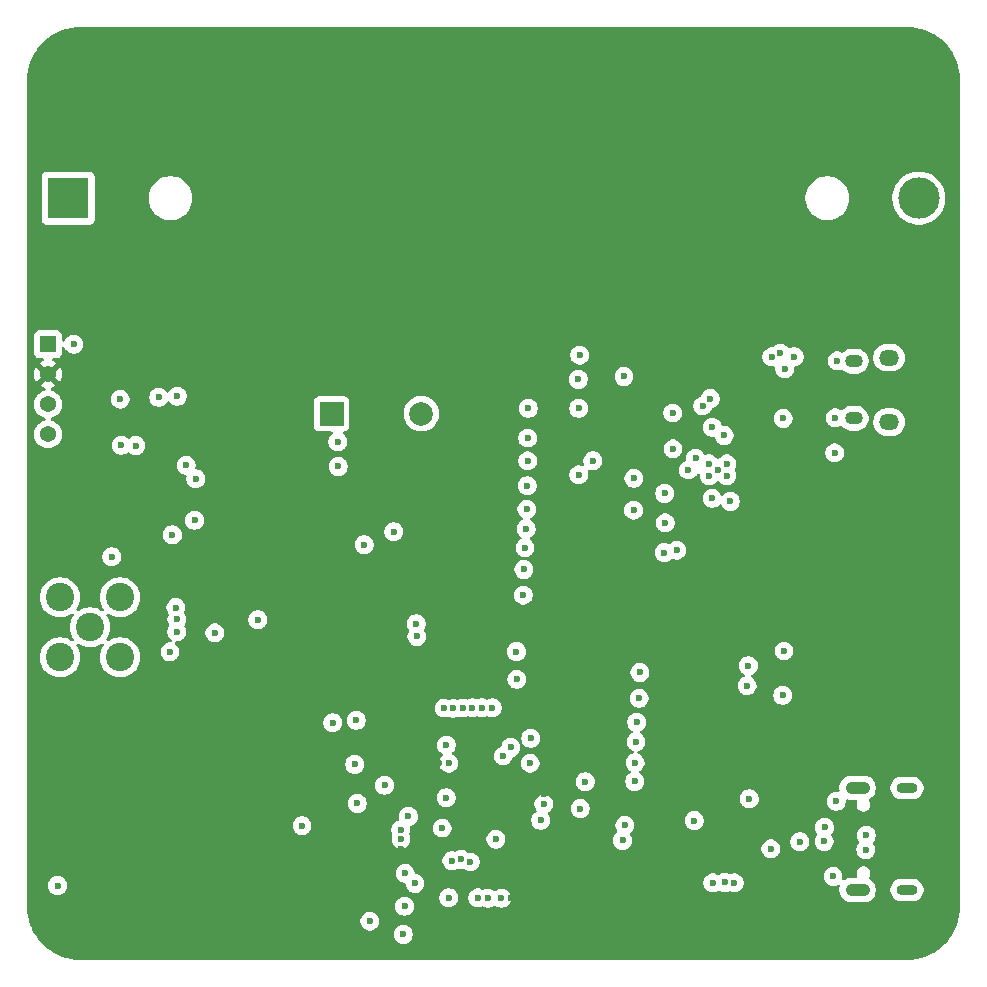
<source format=gbr>
%TF.GenerationSoftware,KiCad,Pcbnew,9.0.0*%
%TF.CreationDate,2025-06-11T08:44:37+09:00*%
%TF.ProjectId,FLP_PCB_terminal,464c505f-5043-4425-9f74-65726d696e61,rev?*%
%TF.SameCoordinates,Original*%
%TF.FileFunction,Copper,L2,Inr*%
%TF.FilePolarity,Positive*%
%FSLAX46Y46*%
G04 Gerber Fmt 4.6, Leading zero omitted, Abs format (unit mm)*
G04 Created by KiCad (PCBNEW 9.0.0) date 2025-06-11 08:44:37*
%MOMM*%
%LPD*%
G01*
G04 APERTURE LIST*
%TA.AperFunction,HeatsinkPad*%
%ADD10O,1.700000X1.350000*%
%TD*%
%TA.AperFunction,HeatsinkPad*%
%ADD11O,1.500000X1.100000*%
%TD*%
%TA.AperFunction,ComponentPad*%
%ADD12R,3.500000X3.500000*%
%TD*%
%TA.AperFunction,ComponentPad*%
%ADD13C,3.500000*%
%TD*%
%TA.AperFunction,ComponentPad*%
%ADD14C,0.600000*%
%TD*%
%TA.AperFunction,ComponentPad*%
%ADD15O,2.100000X1.050000*%
%TD*%
%TA.AperFunction,ComponentPad*%
%ADD16O,1.800000X0.900000*%
%TD*%
%TA.AperFunction,ComponentPad*%
%ADD17R,2.000000X2.000000*%
%TD*%
%TA.AperFunction,ComponentPad*%
%ADD18C,2.000000*%
%TD*%
%TA.AperFunction,ComponentPad*%
%ADD19C,2.400000*%
%TD*%
%TA.AperFunction,ComponentPad*%
%ADD20R,1.370000X1.370000*%
%TD*%
%TA.AperFunction,ComponentPad*%
%ADD21C,1.370000*%
%TD*%
%TA.AperFunction,ViaPad*%
%ADD22C,0.600000*%
%TD*%
G04 APERTURE END LIST*
D10*
%TO.N,GND*%
%TO.C,Charger1*%
X118500000Y-118960000D03*
D11*
X115500000Y-118650000D03*
X115500000Y-113810000D03*
D10*
X118500000Y-113500000D03*
%TD*%
D12*
%TO.N,Net-(BT1-+)*%
%TO.C,BT1*%
X49000000Y-100000000D03*
D13*
%TO.N,GND*%
X121000000Y-100000000D03*
%TD*%
D14*
%TO.N,GND*%
%TO.C,U6*%
X103250000Y-123500000D03*
X104750000Y-123500000D03*
X104000000Y-123000000D03*
X103250000Y-122500000D03*
X104750000Y-122500000D03*
%TD*%
D15*
%TO.N,N/C*%
%TO.C,UART1*%
X115820000Y-158570000D03*
X115820000Y-149930000D03*
D16*
X120000000Y-158570000D03*
X120000000Y-149930000D03*
%TD*%
D17*
%TO.N,Buzzer*%
%TO.C,BZ1*%
X71280000Y-118250000D03*
D18*
%TO.N,GND*%
X78880000Y-118250000D03*
%TD*%
D19*
%TO.N,Net-(C27-Pad1)*%
%TO.C,J1*%
X50840000Y-136340000D03*
%TO.N,GND*%
X53380000Y-138880000D03*
X53380000Y-133800000D03*
X48300000Y-133800000D03*
X48300000Y-138880000D03*
%TD*%
D20*
%TO.N,GND*%
%TO.C,J2*%
X47270000Y-112380000D03*
D21*
%TO.N,3.3V OUT*%
X47270000Y-114920000D03*
%TO.N,I2C SCL*%
X47270000Y-117460000D03*
%TO.N,I2C SDL*%
X47270000Y-120000000D03*
%TD*%
D22*
%TO.N,Net-(BT1-+)*%
X93410000Y-122236000D03*
X92210000Y-123436000D03*
%TO.N,GND*%
X68780000Y-153130000D03*
X87940000Y-117790000D03*
X56650000Y-116860000D03*
X86970000Y-140740000D03*
X99490000Y-125000000D03*
X76540000Y-128240000D03*
X108480000Y-155100000D03*
X89260000Y-151290000D03*
X58180000Y-136730000D03*
X113880000Y-121570000D03*
X114090000Y-113780000D03*
X106580000Y-139580000D03*
X80800000Y-143170000D03*
X113920000Y-118610000D03*
X97390000Y-140160000D03*
X81210000Y-147830000D03*
X97120000Y-144370000D03*
X48080000Y-158200000D03*
X97320000Y-142340000D03*
X87820000Y-126330000D03*
X87890000Y-122250000D03*
X100190000Y-121230000D03*
X103510000Y-119400000D03*
X99530000Y-127500000D03*
X112980000Y-154470000D03*
X77460000Y-159950000D03*
X87570000Y-131440000D03*
X52670000Y-130370000D03*
X75770000Y-149720000D03*
X71380000Y-144410000D03*
X87660000Y-129600000D03*
X109510000Y-118650000D03*
X87860000Y-124340000D03*
X53480000Y-120930000D03*
X85670000Y-159280000D03*
X59680000Y-127270000D03*
X84890000Y-143140000D03*
X54710000Y-120950000D03*
X57600000Y-138420000D03*
X86940000Y-138390000D03*
X77160000Y-154270000D03*
X113740000Y-157430000D03*
X58230000Y-116770000D03*
X87755388Y-127997190D03*
X114010000Y-151070000D03*
X101500000Y-123020000D03*
X96980000Y-147800000D03*
X77360000Y-162340000D03*
X87880000Y-120310000D03*
X59780000Y-123760000D03*
X106460000Y-141270000D03*
X97060000Y-146030000D03*
X105040000Y-125680000D03*
X87520000Y-133610000D03*
X58188971Y-135656854D03*
X49440000Y-112360000D03*
X96940000Y-149390000D03*
X58101765Y-134661765D03*
X92295930Y-113287108D03*
X92180000Y-115350000D03*
%TO.N,Buzzer*%
X88140000Y-145730000D03*
X74045000Y-129335000D03*
X88090000Y-147831959D03*
X88980000Y-152670000D03*
X71850000Y-122720000D03*
X71810000Y-120620000D03*
%TO.N,5v OUT*%
X100514972Y-129794972D03*
X92200000Y-117800000D03*
X103500000Y-125419943D03*
X102700000Y-117590000D03*
%TO.N,3.3V OUT*%
X108330000Y-153320000D03*
X96670000Y-151530000D03*
X92150000Y-131550000D03*
X54960000Y-112920000D03*
X87750000Y-115350000D03*
X83410000Y-134880000D03*
X62010000Y-134330000D03*
X49480000Y-114900000D03*
X52400000Y-125630000D03*
X114170000Y-139090000D03*
X92270000Y-133640000D03*
X62210000Y-138420000D03*
X58220000Y-112850000D03*
X92160000Y-128070000D03*
X53440000Y-112990000D03*
X92120000Y-129560000D03*
X77160000Y-155070003D03*
X56590000Y-112920000D03*
X114380000Y-134320000D03*
X92650000Y-140160000D03*
X92640000Y-144380000D03*
X89240000Y-150460000D03*
X78580000Y-141010000D03*
X86469177Y-159243674D03*
X59710000Y-125560000D03*
X86980000Y-139710000D03*
X69620000Y-149290000D03*
X80410257Y-147850379D03*
X112090000Y-125830000D03*
%TO.N,Net-(Charger1-VBUS)*%
X110450000Y-113420000D03*
X96850000Y-126410000D03*
%TO.N,OSC_OUT*%
X73240000Y-147950000D03*
X80640000Y-153330000D03*
X73370000Y-144200000D03*
%TO.N,Net-(U5-REGIN)*%
X106647500Y-150857500D03*
X110930000Y-154490000D03*
X92770000Y-149420000D03*
%TO.N,Net-(Q1-D)*%
X103350000Y-116970000D03*
X96040000Y-115100000D03*
%TO.N,Net-(U8-XTB)*%
X61405735Y-136814265D03*
X65040000Y-135700000D03*
%TO.N,I2C SDL*%
X53380000Y-117010000D03*
X80999624Y-146310000D03*
%TO.N,PC_OSC_OUT*%
X74530000Y-161210000D03*
X77790000Y-152350000D03*
%TO.N,NRST*%
X77132897Y-153470456D03*
X57810000Y-128500000D03*
%TO.N,BOOT0*%
X80999624Y-150760000D03*
X58970000Y-122610000D03*
%TO.N,Net-(U4-PROG)*%
X108540000Y-113440000D03*
X96880000Y-123720000D03*
%TO.N,Find_Host*%
X109590000Y-138340000D03*
X86460000Y-146510000D03*
%TO.N,ID*%
X85800053Y-147231959D03*
X109490000Y-142100000D03*
%TO.N,Net-(U5-RXD)*%
X95920000Y-154380000D03*
X104580000Y-157940000D03*
%TO.N,Net-(U5-TXD)*%
X105379202Y-157975785D03*
X96120000Y-153100000D03*
%TO.N,Net-(U6-UVLO)*%
X109660401Y-114448128D03*
X100170000Y-118190000D03*
X109278669Y-113132801D03*
X104513736Y-120094736D03*
%TO.N,Net-(U5-~{RST})*%
X92340000Y-151680000D03*
X102000116Y-152699884D03*
%TO.N,Net-(UART1-CC2)*%
X103560000Y-157976785D03*
X113020000Y-153269000D03*
%TO.N,Net-(Q1-G)*%
X102100000Y-122008530D03*
X99450000Y-130010000D03*
%TO.N,Net-(U2-PB2)*%
X84520000Y-159281000D03*
X73450000Y-151250000D03*
%TO.N,GPS_TX*%
X78344265Y-158024265D03*
X77505735Y-157165735D03*
%TO.N,SCK*%
X81470000Y-156090000D03*
X81599624Y-143194603D03*
%TO.N,MISO*%
X82399187Y-143168089D03*
X82263692Y-155989718D03*
%TO.N,NSS(CS)*%
X83999053Y-143147039D03*
X81200000Y-159240000D03*
%TO.N,DIO0(IRQ)*%
X78510000Y-137110000D03*
X83660000Y-159250000D03*
%TO.N,RESET*%
X85200053Y-154270000D03*
X78460000Y-136040000D03*
%TO.N,MOSI*%
X83199107Y-143156551D03*
X83033327Y-156208041D03*
%TO.N,Net-(U7-I{slash}O2-Pad3)*%
X116520000Y-155149000D03*
X116550000Y-153949000D03*
%TD*%
%TA.AperFunction,Conductor*%
%TO.N,3.3V OUT*%
G36*
X120002702Y-85500617D02*
G01*
X120386771Y-85517386D01*
X120397506Y-85518326D01*
X120775971Y-85568152D01*
X120786597Y-85570025D01*
X121159284Y-85652648D01*
X121169710Y-85655442D01*
X121533765Y-85770227D01*
X121543911Y-85773920D01*
X121896578Y-85920000D01*
X121906369Y-85924566D01*
X122244942Y-86100816D01*
X122254310Y-86106224D01*
X122576244Y-86311318D01*
X122585105Y-86317523D01*
X122887930Y-86549889D01*
X122896217Y-86556843D01*
X123177635Y-86814715D01*
X123185284Y-86822364D01*
X123443156Y-87103782D01*
X123450110Y-87112069D01*
X123682476Y-87414894D01*
X123688681Y-87423755D01*
X123893775Y-87745689D01*
X123899183Y-87755057D01*
X124075430Y-88093623D01*
X124080002Y-88103427D01*
X124226075Y-88456078D01*
X124229775Y-88466244D01*
X124344554Y-88830278D01*
X124347354Y-88840727D01*
X124429971Y-89213389D01*
X124431849Y-89224042D01*
X124481671Y-89602473D01*
X124482614Y-89613249D01*
X124499382Y-89997297D01*
X124499500Y-90002706D01*
X124499500Y-159997293D01*
X124499382Y-160002702D01*
X124482614Y-160386750D01*
X124481671Y-160397526D01*
X124431849Y-160775957D01*
X124429971Y-160786610D01*
X124347354Y-161159272D01*
X124344554Y-161169721D01*
X124229775Y-161533755D01*
X124226075Y-161543921D01*
X124080002Y-161896572D01*
X124075430Y-161906376D01*
X123899183Y-162244942D01*
X123893775Y-162254310D01*
X123688681Y-162576244D01*
X123682476Y-162585105D01*
X123450110Y-162887930D01*
X123443156Y-162896217D01*
X123185284Y-163177635D01*
X123177635Y-163185284D01*
X122896217Y-163443156D01*
X122887930Y-163450110D01*
X122585105Y-163682476D01*
X122576244Y-163688681D01*
X122254310Y-163893775D01*
X122244942Y-163899183D01*
X121906376Y-164075430D01*
X121896572Y-164080002D01*
X121543921Y-164226075D01*
X121533755Y-164229775D01*
X121169721Y-164344554D01*
X121159272Y-164347354D01*
X120786610Y-164429971D01*
X120775957Y-164431849D01*
X120397526Y-164481671D01*
X120386750Y-164482614D01*
X120002703Y-164499382D01*
X119997294Y-164499500D01*
X50002706Y-164499500D01*
X49997297Y-164499382D01*
X49613249Y-164482614D01*
X49602473Y-164481671D01*
X49224042Y-164431849D01*
X49213389Y-164429971D01*
X48840727Y-164347354D01*
X48830278Y-164344554D01*
X48466244Y-164229775D01*
X48456078Y-164226075D01*
X48103427Y-164080002D01*
X48093623Y-164075430D01*
X47755057Y-163899183D01*
X47745689Y-163893775D01*
X47423755Y-163688681D01*
X47414894Y-163682476D01*
X47112069Y-163450110D01*
X47103782Y-163443156D01*
X46822364Y-163185284D01*
X46814715Y-163177635D01*
X46556843Y-162896217D01*
X46549889Y-162887930D01*
X46317523Y-162585105D01*
X46311318Y-162576244D01*
X46149150Y-162321691D01*
X46110583Y-162261153D01*
X76559500Y-162261153D01*
X76559500Y-162418846D01*
X76590261Y-162573489D01*
X76590264Y-162573501D01*
X76650602Y-162719172D01*
X76650609Y-162719185D01*
X76738210Y-162850288D01*
X76738213Y-162850292D01*
X76849707Y-162961786D01*
X76849711Y-162961789D01*
X76980814Y-163049390D01*
X76980827Y-163049397D01*
X77126498Y-163109735D01*
X77126503Y-163109737D01*
X77281153Y-163140499D01*
X77281156Y-163140500D01*
X77281158Y-163140500D01*
X77438844Y-163140500D01*
X77438845Y-163140499D01*
X77593497Y-163109737D01*
X77739179Y-163049394D01*
X77870289Y-162961789D01*
X77981789Y-162850289D01*
X78069394Y-162719179D01*
X78129737Y-162573497D01*
X78160500Y-162418842D01*
X78160500Y-162261158D01*
X78160500Y-162261155D01*
X78160499Y-162261153D01*
X78129738Y-162106510D01*
X78129737Y-162106503D01*
X78089972Y-162010500D01*
X78069397Y-161960827D01*
X78069390Y-161960814D01*
X77981789Y-161829711D01*
X77981786Y-161829707D01*
X77870292Y-161718213D01*
X77870288Y-161718210D01*
X77739185Y-161630609D01*
X77739172Y-161630602D01*
X77593501Y-161570264D01*
X77593489Y-161570261D01*
X77438845Y-161539500D01*
X77438842Y-161539500D01*
X77281158Y-161539500D01*
X77281155Y-161539500D01*
X77126510Y-161570261D01*
X77126498Y-161570264D01*
X76980827Y-161630602D01*
X76980814Y-161630609D01*
X76849711Y-161718210D01*
X76849707Y-161718213D01*
X76738213Y-161829707D01*
X76738210Y-161829711D01*
X76650609Y-161960814D01*
X76650602Y-161960827D01*
X76590264Y-162106498D01*
X76590261Y-162106510D01*
X76559500Y-162261153D01*
X46110583Y-162261153D01*
X46106224Y-162254310D01*
X46100816Y-162244942D01*
X46028749Y-162106503D01*
X45924566Y-161906369D01*
X45919997Y-161896572D01*
X45893162Y-161831786D01*
X45773920Y-161543911D01*
X45770224Y-161533755D01*
X45655442Y-161169710D01*
X45652644Y-161159266D01*
X45651013Y-161151909D01*
X45651012Y-161151905D01*
X45646411Y-161131153D01*
X73729500Y-161131153D01*
X73729500Y-161288846D01*
X73760261Y-161443489D01*
X73760264Y-161443501D01*
X73820602Y-161589172D01*
X73820609Y-161589185D01*
X73908210Y-161720288D01*
X73908213Y-161720292D01*
X74019707Y-161831786D01*
X74019711Y-161831789D01*
X74150814Y-161919390D01*
X74150827Y-161919397D01*
X74296498Y-161979735D01*
X74296503Y-161979737D01*
X74404329Y-162001185D01*
X74451153Y-162010499D01*
X74451156Y-162010500D01*
X74451158Y-162010500D01*
X74608844Y-162010500D01*
X74608845Y-162010499D01*
X74763497Y-161979737D01*
X74909179Y-161919394D01*
X75040289Y-161831789D01*
X75151789Y-161720289D01*
X75239394Y-161589179D01*
X75299737Y-161443497D01*
X75330500Y-161288842D01*
X75330500Y-161131158D01*
X75330500Y-161131155D01*
X75330499Y-161131153D01*
X75299738Y-160976510D01*
X75299737Y-160976503D01*
X75299735Y-160976498D01*
X75239397Y-160830827D01*
X75239390Y-160830814D01*
X75151789Y-160699711D01*
X75151786Y-160699707D01*
X75040292Y-160588213D01*
X75040288Y-160588210D01*
X74909185Y-160500609D01*
X74909172Y-160500602D01*
X74763501Y-160440264D01*
X74763489Y-160440261D01*
X74608845Y-160409500D01*
X74608842Y-160409500D01*
X74451158Y-160409500D01*
X74451155Y-160409500D01*
X74296510Y-160440261D01*
X74296498Y-160440264D01*
X74150827Y-160500602D01*
X74150814Y-160500609D01*
X74019711Y-160588210D01*
X74019707Y-160588213D01*
X73908213Y-160699707D01*
X73908210Y-160699711D01*
X73820609Y-160830814D01*
X73820602Y-160830827D01*
X73760264Y-160976498D01*
X73760261Y-160976510D01*
X73729500Y-161131153D01*
X45646411Y-161131153D01*
X45570025Y-160786594D01*
X45568152Y-160775971D01*
X45518326Y-160397506D01*
X45517386Y-160386771D01*
X45500618Y-160002702D01*
X45500500Y-159997293D01*
X45500500Y-159871153D01*
X76659500Y-159871153D01*
X76659500Y-160028846D01*
X76690261Y-160183489D01*
X76690264Y-160183501D01*
X76750602Y-160329172D01*
X76750609Y-160329185D01*
X76838210Y-160460288D01*
X76838213Y-160460292D01*
X76949707Y-160571786D01*
X76949711Y-160571789D01*
X77080814Y-160659390D01*
X77080827Y-160659397D01*
X77226498Y-160719735D01*
X77226503Y-160719737D01*
X77381153Y-160750499D01*
X77381156Y-160750500D01*
X77381158Y-160750500D01*
X77538844Y-160750500D01*
X77538845Y-160750499D01*
X77693497Y-160719737D01*
X77839179Y-160659394D01*
X77970289Y-160571789D01*
X78081789Y-160460289D01*
X78169394Y-160329179D01*
X78229737Y-160183497D01*
X78260500Y-160028842D01*
X78260500Y-159871158D01*
X78260500Y-159871155D01*
X78260499Y-159871153D01*
X78253820Y-159837578D01*
X78229737Y-159716503D01*
X78229735Y-159716498D01*
X78169397Y-159570827D01*
X78169390Y-159570814D01*
X78081789Y-159439711D01*
X78081786Y-159439707D01*
X77970292Y-159328213D01*
X77970288Y-159328210D01*
X77865463Y-159258168D01*
X77839184Y-159240609D01*
X77839172Y-159240602D01*
X77693501Y-159180264D01*
X77693489Y-159180261D01*
X77597428Y-159161153D01*
X80399500Y-159161153D01*
X80399500Y-159318846D01*
X80430261Y-159473489D01*
X80430264Y-159473501D01*
X80490602Y-159619172D01*
X80490609Y-159619185D01*
X80578210Y-159750288D01*
X80578213Y-159750292D01*
X80689707Y-159861786D01*
X80689711Y-159861789D01*
X80820814Y-159949390D01*
X80820827Y-159949397D01*
X80949519Y-160002702D01*
X80966503Y-160009737D01*
X81121153Y-160040499D01*
X81121156Y-160040500D01*
X81121158Y-160040500D01*
X81278844Y-160040500D01*
X81278845Y-160040499D01*
X81433497Y-160009737D01*
X81546166Y-159963067D01*
X81579172Y-159949397D01*
X81579172Y-159949396D01*
X81579179Y-159949394D01*
X81710289Y-159861789D01*
X81821789Y-159750289D01*
X81909394Y-159619179D01*
X81969737Y-159473497D01*
X82000500Y-159318842D01*
X82000500Y-159171153D01*
X82859500Y-159171153D01*
X82859500Y-159328846D01*
X82890261Y-159483489D01*
X82890264Y-159483501D01*
X82950602Y-159629172D01*
X82950609Y-159629185D01*
X83038210Y-159760288D01*
X83038213Y-159760292D01*
X83149707Y-159871786D01*
X83149711Y-159871789D01*
X83280814Y-159959390D01*
X83280827Y-159959397D01*
X83402363Y-160009738D01*
X83426503Y-160019737D01*
X83577312Y-160049735D01*
X83581153Y-160050499D01*
X83581156Y-160050500D01*
X83581158Y-160050500D01*
X83738844Y-160050500D01*
X83738845Y-160050499D01*
X83893497Y-160019737D01*
X84012050Y-159970630D01*
X84081519Y-159963162D01*
X84128394Y-159982090D01*
X84140821Y-159990394D01*
X84140823Y-159990394D01*
X84140827Y-159990397D01*
X84284084Y-160049735D01*
X84286503Y-160050737D01*
X84436126Y-160080499D01*
X84441153Y-160081499D01*
X84441156Y-160081500D01*
X84441158Y-160081500D01*
X84598844Y-160081500D01*
X84598845Y-160081499D01*
X84753497Y-160050737D01*
X84899179Y-159990394D01*
X85026857Y-159905081D01*
X85093534Y-159884204D01*
X85160914Y-159902688D01*
X85164639Y-159905082D01*
X85290814Y-159989390D01*
X85290827Y-159989397D01*
X85436498Y-160049735D01*
X85436503Y-160049737D01*
X85591153Y-160080499D01*
X85591156Y-160080500D01*
X85591158Y-160080500D01*
X85748844Y-160080500D01*
X85748845Y-160080499D01*
X85903497Y-160049737D01*
X86046770Y-159990392D01*
X86049172Y-159989397D01*
X86049172Y-159989396D01*
X86049179Y-159989394D01*
X86180289Y-159901789D01*
X86291789Y-159790289D01*
X86379394Y-159659179D01*
X86439737Y-159513497D01*
X86470500Y-159358842D01*
X86470500Y-159201158D01*
X86470500Y-159201155D01*
X86470499Y-159201153D01*
X86462542Y-159161153D01*
X86439737Y-159046503D01*
X86439735Y-159046498D01*
X86379397Y-158900827D01*
X86379390Y-158900814D01*
X86291789Y-158769711D01*
X86291786Y-158769707D01*
X86180292Y-158658213D01*
X86180288Y-158658210D01*
X86049185Y-158570609D01*
X86049172Y-158570602D01*
X85903501Y-158510264D01*
X85903489Y-158510261D01*
X85748845Y-158479500D01*
X85748842Y-158479500D01*
X85591158Y-158479500D01*
X85591155Y-158479500D01*
X85436510Y-158510261D01*
X85436498Y-158510264D01*
X85290827Y-158570602D01*
X85290809Y-158570612D01*
X85163141Y-158655917D01*
X85096464Y-158676795D01*
X85029084Y-158658310D01*
X85025360Y-158655917D01*
X84899185Y-158571609D01*
X84899172Y-158571602D01*
X84753501Y-158511264D01*
X84753489Y-158511261D01*
X84598845Y-158480500D01*
X84598842Y-158480500D01*
X84441158Y-158480500D01*
X84441155Y-158480500D01*
X84286510Y-158511261D01*
X84286507Y-158511262D01*
X84286506Y-158511262D01*
X84286503Y-158511263D01*
X84230266Y-158534557D01*
X84167949Y-158560369D01*
X84098479Y-158567837D01*
X84051608Y-158548910D01*
X84039187Y-158540611D01*
X84039183Y-158540609D01*
X84039179Y-158540606D01*
X84039175Y-158540604D01*
X84039171Y-158540602D01*
X83893501Y-158480264D01*
X83893489Y-158480261D01*
X83738845Y-158449500D01*
X83738842Y-158449500D01*
X83581158Y-158449500D01*
X83581155Y-158449500D01*
X83426510Y-158480261D01*
X83426498Y-158480264D01*
X83280827Y-158540602D01*
X83280814Y-158540609D01*
X83149711Y-158628210D01*
X83149707Y-158628213D01*
X83038213Y-158739707D01*
X83038210Y-158739711D01*
X82950609Y-158870814D01*
X82950602Y-158870827D01*
X82890264Y-159016498D01*
X82890261Y-159016510D01*
X82859500Y-159171153D01*
X82000500Y-159171153D01*
X82000500Y-159161158D01*
X82000500Y-159161155D01*
X82000499Y-159161153D01*
X81977695Y-159046510D01*
X81969737Y-159006503D01*
X81969735Y-159006498D01*
X81909397Y-158860827D01*
X81909390Y-158860814D01*
X81821789Y-158729711D01*
X81821786Y-158729707D01*
X81710292Y-158618213D01*
X81710288Y-158618210D01*
X81579185Y-158530609D01*
X81579172Y-158530602D01*
X81433501Y-158470264D01*
X81433489Y-158470261D01*
X81278845Y-158439500D01*
X81278842Y-158439500D01*
X81121158Y-158439500D01*
X81121155Y-158439500D01*
X80966510Y-158470261D01*
X80966498Y-158470264D01*
X80820827Y-158530602D01*
X80820814Y-158530609D01*
X80689711Y-158618210D01*
X80689707Y-158618213D01*
X80578213Y-158729707D01*
X80578210Y-158729711D01*
X80490609Y-158860814D01*
X80490602Y-158860827D01*
X80430264Y-159006498D01*
X80430261Y-159006510D01*
X80399500Y-159161153D01*
X77597428Y-159161153D01*
X77538845Y-159149500D01*
X77538842Y-159149500D01*
X77381158Y-159149500D01*
X77381155Y-159149500D01*
X77226510Y-159180261D01*
X77226498Y-159180264D01*
X77080827Y-159240602D01*
X77080814Y-159240609D01*
X76949711Y-159328210D01*
X76949707Y-159328213D01*
X76838213Y-159439707D01*
X76838210Y-159439711D01*
X76750609Y-159570814D01*
X76750602Y-159570827D01*
X76690264Y-159716498D01*
X76690261Y-159716510D01*
X76659500Y-159871153D01*
X45500500Y-159871153D01*
X45500500Y-158121153D01*
X47279500Y-158121153D01*
X47279500Y-158278846D01*
X47310261Y-158433489D01*
X47310264Y-158433501D01*
X47370602Y-158579172D01*
X47370609Y-158579185D01*
X47458210Y-158710288D01*
X47458213Y-158710292D01*
X47569707Y-158821786D01*
X47569711Y-158821789D01*
X47700814Y-158909390D01*
X47700827Y-158909397D01*
X47846498Y-158969735D01*
X47846503Y-158969737D01*
X48001153Y-159000499D01*
X48001156Y-159000500D01*
X48001158Y-159000500D01*
X48158844Y-159000500D01*
X48158845Y-159000499D01*
X48313497Y-158969737D01*
X48459179Y-158909394D01*
X48590289Y-158821789D01*
X48701789Y-158710289D01*
X48789394Y-158579179D01*
X48790399Y-158576754D01*
X48817525Y-158511264D01*
X48849737Y-158433497D01*
X48880500Y-158278842D01*
X48880500Y-158121158D01*
X48880500Y-158121155D01*
X48880499Y-158121153D01*
X48876909Y-158103107D01*
X48849737Y-157966503D01*
X48848737Y-157964088D01*
X48789397Y-157820827D01*
X48789390Y-157820814D01*
X48701789Y-157689711D01*
X48701786Y-157689707D01*
X48590292Y-157578213D01*
X48590288Y-157578210D01*
X48459185Y-157490609D01*
X48459172Y-157490602D01*
X48313501Y-157430264D01*
X48313489Y-157430261D01*
X48158845Y-157399500D01*
X48158842Y-157399500D01*
X48001158Y-157399500D01*
X48001155Y-157399500D01*
X47846510Y-157430261D01*
X47846498Y-157430264D01*
X47700827Y-157490602D01*
X47700814Y-157490609D01*
X47569711Y-157578210D01*
X47569707Y-157578213D01*
X47458213Y-157689707D01*
X47458210Y-157689711D01*
X47370609Y-157820814D01*
X47370602Y-157820827D01*
X47310264Y-157966498D01*
X47310261Y-157966510D01*
X47279500Y-158121153D01*
X45500500Y-158121153D01*
X45500500Y-157086888D01*
X76705235Y-157086888D01*
X76705235Y-157244581D01*
X76735996Y-157399224D01*
X76735999Y-157399236D01*
X76796337Y-157544907D01*
X76796344Y-157544920D01*
X76883945Y-157676023D01*
X76883948Y-157676027D01*
X76995442Y-157787521D01*
X76995446Y-157787524D01*
X77126549Y-157875125D01*
X77126562Y-157875132D01*
X77272233Y-157935470D01*
X77272238Y-157935472D01*
X77426893Y-157966235D01*
X77426904Y-157966235D01*
X77431906Y-157966728D01*
X77496696Y-157992882D01*
X77537061Y-158049912D01*
X77543765Y-158090132D01*
X77543765Y-158103111D01*
X77574526Y-158257754D01*
X77574529Y-158257766D01*
X77634867Y-158403437D01*
X77634874Y-158403450D01*
X77722475Y-158534553D01*
X77722478Y-158534557D01*
X77833972Y-158646051D01*
X77833976Y-158646054D01*
X77965079Y-158733655D01*
X77965092Y-158733662D01*
X78070409Y-158777285D01*
X78110768Y-158794002D01*
X78250447Y-158821786D01*
X78265418Y-158824764D01*
X78265421Y-158824765D01*
X78265423Y-158824765D01*
X78423109Y-158824765D01*
X78423110Y-158824764D01*
X78577762Y-158794002D01*
X78723444Y-158733659D01*
X78854554Y-158646054D01*
X78966054Y-158534554D01*
X79053659Y-158403444D01*
X79114002Y-158257762D01*
X79144765Y-158103107D01*
X79144765Y-157945423D01*
X79143744Y-157940292D01*
X79138921Y-157916044D01*
X79138921Y-157916042D01*
X79135320Y-157897938D01*
X102759500Y-157897938D01*
X102759500Y-158055631D01*
X102790261Y-158210274D01*
X102790264Y-158210286D01*
X102850602Y-158355957D01*
X102850609Y-158355970D01*
X102938210Y-158487073D01*
X102938213Y-158487077D01*
X103049707Y-158598571D01*
X103049711Y-158598574D01*
X103180814Y-158686175D01*
X103180827Y-158686182D01*
X103311962Y-158740499D01*
X103326503Y-158746522D01*
X103476126Y-158776284D01*
X103481153Y-158777284D01*
X103481156Y-158777285D01*
X103481158Y-158777285D01*
X103638844Y-158777285D01*
X103638845Y-158777284D01*
X103793497Y-158746522D01*
X103939179Y-158686179D01*
X103939184Y-158686175D01*
X103939187Y-158686174D01*
X103981036Y-158658211D01*
X104028634Y-158626406D01*
X104095310Y-158605528D01*
X104162690Y-158624012D01*
X104166416Y-158626406D01*
X104200814Y-158649390D01*
X104200827Y-158649397D01*
X104346498Y-158709735D01*
X104346503Y-158709737D01*
X104501153Y-158740499D01*
X104501156Y-158740500D01*
X104501158Y-158740500D01*
X104658844Y-158740500D01*
X104658845Y-158740499D01*
X104813497Y-158709737D01*
X104890288Y-158677928D01*
X104959755Y-158670460D01*
X104996191Y-158683131D01*
X105000018Y-158685175D01*
X105000023Y-158685179D01*
X105145705Y-158745522D01*
X105300355Y-158776284D01*
X105300358Y-158776285D01*
X105300360Y-158776285D01*
X105458046Y-158776285D01*
X105458047Y-158776284D01*
X105612699Y-158745522D01*
X105755967Y-158686179D01*
X105758374Y-158685182D01*
X105758374Y-158685181D01*
X105758381Y-158685179D01*
X105889491Y-158597574D01*
X106000991Y-158486074D01*
X106087928Y-158355964D01*
X106088592Y-158354970D01*
X106088592Y-158354969D01*
X106088596Y-158354964D01*
X106148939Y-158209282D01*
X106179702Y-158054627D01*
X106179702Y-157896943D01*
X106179702Y-157896940D01*
X106179701Y-157896938D01*
X106162246Y-157809185D01*
X106148939Y-157742288D01*
X106142889Y-157727681D01*
X106088599Y-157596612D01*
X106088592Y-157596599D01*
X106000991Y-157465496D01*
X106000988Y-157465492D01*
X105889494Y-157353998D01*
X105889490Y-157353995D01*
X105885237Y-157351153D01*
X112939500Y-157351153D01*
X112939500Y-157508846D01*
X112970261Y-157663489D01*
X112970264Y-157663501D01*
X113030602Y-157809172D01*
X113030609Y-157809185D01*
X113118210Y-157940288D01*
X113118213Y-157940292D01*
X113229707Y-158051786D01*
X113229711Y-158051789D01*
X113360814Y-158139390D01*
X113360827Y-158139397D01*
X113480424Y-158188935D01*
X113506503Y-158199737D01*
X113661153Y-158230499D01*
X113661156Y-158230500D01*
X113661158Y-158230500D01*
X113818844Y-158230500D01*
X113818845Y-158230499D01*
X113973497Y-158199737D01*
X114119179Y-158139394D01*
X114119207Y-158139375D01*
X114119238Y-158139355D01*
X114119270Y-158139344D01*
X114124554Y-158136521D01*
X114125089Y-158137522D01*
X114185915Y-158118475D01*
X114253295Y-158136957D01*
X114299987Y-158188935D01*
X114311166Y-158257904D01*
X114309749Y-158266646D01*
X114269500Y-158468992D01*
X114269500Y-158671007D01*
X114308907Y-158869119D01*
X114308909Y-158869127D01*
X114386212Y-159055752D01*
X114386217Y-159055762D01*
X114498441Y-159223718D01*
X114641281Y-159366558D01*
X114809237Y-159478782D01*
X114809241Y-159478784D01*
X114809244Y-159478786D01*
X114995873Y-159556091D01*
X115193992Y-159595499D01*
X115193996Y-159595500D01*
X115193997Y-159595500D01*
X116446004Y-159595500D01*
X116446005Y-159595499D01*
X116644127Y-159556091D01*
X116830756Y-159478786D01*
X116998718Y-159366558D01*
X117141558Y-159223718D01*
X117253786Y-159055756D01*
X117331091Y-158869127D01*
X117370500Y-158671003D01*
X117370500Y-158476379D01*
X118599500Y-158476379D01*
X118599500Y-158663620D01*
X118636025Y-158847243D01*
X118636027Y-158847251D01*
X118707676Y-159020228D01*
X118707681Y-159020237D01*
X118811697Y-159175907D01*
X118811700Y-159175911D01*
X118944088Y-159308299D01*
X118944092Y-159308302D01*
X119099762Y-159412318D01*
X119099768Y-159412321D01*
X119099769Y-159412322D01*
X119272749Y-159483973D01*
X119456379Y-159520499D01*
X119456383Y-159520500D01*
X119456384Y-159520500D01*
X120543617Y-159520500D01*
X120543618Y-159520499D01*
X120727251Y-159483973D01*
X120900231Y-159412322D01*
X121055908Y-159308302D01*
X121188302Y-159175908D01*
X121292322Y-159020231D01*
X121363973Y-158847251D01*
X121400500Y-158663616D01*
X121400500Y-158476384D01*
X121363973Y-158292749D01*
X121299261Y-158136521D01*
X121292323Y-158119771D01*
X121292318Y-158119762D01*
X121188302Y-157964092D01*
X121188299Y-157964088D01*
X121055911Y-157831700D01*
X121055907Y-157831697D01*
X120900237Y-157727681D01*
X120900228Y-157727676D01*
X120727251Y-157656027D01*
X120727243Y-157656025D01*
X120543620Y-157619500D01*
X120543616Y-157619500D01*
X119456384Y-157619500D01*
X119456379Y-157619500D01*
X119272756Y-157656025D01*
X119272748Y-157656027D01*
X119099771Y-157727676D01*
X119099762Y-157727681D01*
X118944092Y-157831697D01*
X118944088Y-157831700D01*
X118811700Y-157964088D01*
X118811697Y-157964092D01*
X118707681Y-158119762D01*
X118707676Y-158119771D01*
X118636027Y-158292748D01*
X118636025Y-158292756D01*
X118599500Y-158476379D01*
X117370500Y-158476379D01*
X117370500Y-158468997D01*
X117331091Y-158270873D01*
X117253786Y-158084244D01*
X117253784Y-158084241D01*
X117253782Y-158084237D01*
X117141558Y-157916281D01*
X116998718Y-157773441D01*
X116825691Y-157657829D01*
X116826432Y-157656718D01*
X116781465Y-157612553D01*
X116765999Y-157544417D01*
X116782369Y-157490152D01*
X116856281Y-157362135D01*
X116895500Y-157215766D01*
X116895500Y-157064234D01*
X116856281Y-156917865D01*
X116856034Y-156917438D01*
X116822721Y-156859738D01*
X116780515Y-156786635D01*
X116673365Y-156679485D01*
X116586789Y-156629500D01*
X116542136Y-156603719D01*
X116468950Y-156584109D01*
X116395766Y-156564500D01*
X116244234Y-156564500D01*
X116097863Y-156603719D01*
X115966635Y-156679485D01*
X115966632Y-156679487D01*
X115859487Y-156786632D01*
X115859485Y-156786635D01*
X115783719Y-156917863D01*
X115767665Y-156977779D01*
X115744500Y-157064234D01*
X115744500Y-157215766D01*
X115781806Y-157354996D01*
X115783720Y-157362137D01*
X115786831Y-157369649D01*
X115784552Y-157370592D01*
X115798093Y-157426393D01*
X115775245Y-157492421D01*
X115720326Y-157535615D01*
X115674233Y-157544500D01*
X115193992Y-157544500D01*
X114995880Y-157583907D01*
X114995872Y-157583909D01*
X114809247Y-157661212D01*
X114809239Y-157661216D01*
X114713262Y-157725346D01*
X114646585Y-157746223D01*
X114579205Y-157727738D01*
X114532515Y-157675759D01*
X114521339Y-157606789D01*
X114522755Y-157598051D01*
X114523043Y-157596606D01*
X114533424Y-157544417D01*
X114540500Y-157508844D01*
X114540500Y-157351155D01*
X114540499Y-157351153D01*
X114523838Y-157267393D01*
X114509737Y-157196503D01*
X114509735Y-157196498D01*
X114449397Y-157050827D01*
X114449390Y-157050814D01*
X114361789Y-156919711D01*
X114361786Y-156919707D01*
X114250292Y-156808213D01*
X114250288Y-156808210D01*
X114119185Y-156720609D01*
X114119172Y-156720602D01*
X113973501Y-156660264D01*
X113973489Y-156660261D01*
X113818845Y-156629500D01*
X113818842Y-156629500D01*
X113661158Y-156629500D01*
X113661155Y-156629500D01*
X113506510Y-156660261D01*
X113506498Y-156660264D01*
X113360827Y-156720602D01*
X113360814Y-156720609D01*
X113229711Y-156808210D01*
X113229707Y-156808213D01*
X113118213Y-156919707D01*
X113118210Y-156919711D01*
X113030609Y-157050814D01*
X113030602Y-157050827D01*
X112970264Y-157196498D01*
X112970261Y-157196510D01*
X112939500Y-157351153D01*
X105885237Y-157351153D01*
X105758387Y-157266394D01*
X105758374Y-157266387D01*
X105612703Y-157206049D01*
X105612691Y-157206046D01*
X105458047Y-157175285D01*
X105458044Y-157175285D01*
X105300360Y-157175285D01*
X105300357Y-157175285D01*
X105145713Y-157206045D01*
X105145708Y-157206047D01*
X105145706Y-157206047D01*
X105145705Y-157206048D01*
X105104127Y-157223270D01*
X105068912Y-157237856D01*
X104999443Y-157245323D01*
X104963013Y-157232655D01*
X104959178Y-157230605D01*
X104813501Y-157170264D01*
X104813489Y-157170261D01*
X104658845Y-157139500D01*
X104658842Y-157139500D01*
X104501158Y-157139500D01*
X104501155Y-157139500D01*
X104346510Y-157170261D01*
X104346498Y-157170264D01*
X104200827Y-157230602D01*
X104200814Y-157230609D01*
X104111365Y-157290378D01*
X104044687Y-157311256D01*
X103977307Y-157292771D01*
X103973584Y-157290379D01*
X103939183Y-157267393D01*
X103939172Y-157267387D01*
X103793501Y-157207049D01*
X103793489Y-157207046D01*
X103638845Y-157176285D01*
X103638842Y-157176285D01*
X103481158Y-157176285D01*
X103481155Y-157176285D01*
X103326510Y-157207046D01*
X103326498Y-157207049D01*
X103180827Y-157267387D01*
X103180814Y-157267394D01*
X103049711Y-157354995D01*
X103049707Y-157354998D01*
X102938213Y-157466492D01*
X102938210Y-157466496D01*
X102850609Y-157597599D01*
X102850602Y-157597612D01*
X102790264Y-157743283D01*
X102790261Y-157743295D01*
X102759500Y-157897938D01*
X79135320Y-157897938D01*
X79122144Y-157831700D01*
X79114002Y-157790768D01*
X79112657Y-157787521D01*
X79053662Y-157645092D01*
X79053655Y-157645079D01*
X78966054Y-157513976D01*
X78966051Y-157513972D01*
X78854557Y-157402478D01*
X78854553Y-157402475D01*
X78723450Y-157314874D01*
X78723437Y-157314867D01*
X78577766Y-157254529D01*
X78577754Y-157254526D01*
X78423111Y-157223765D01*
X78418083Y-157223270D01*
X78353295Y-157197110D01*
X78312935Y-157140076D01*
X78306235Y-157099867D01*
X78306235Y-157086890D01*
X78306234Y-157086888D01*
X78290650Y-157008541D01*
X78275472Y-156932238D01*
X78269342Y-156917438D01*
X78215132Y-156786562D01*
X78215125Y-156786549D01*
X78127524Y-156655446D01*
X78127521Y-156655442D01*
X78016027Y-156543948D01*
X78016023Y-156543945D01*
X77884920Y-156456344D01*
X77884907Y-156456337D01*
X77739236Y-156395999D01*
X77739224Y-156395996D01*
X77584580Y-156365235D01*
X77584577Y-156365235D01*
X77426893Y-156365235D01*
X77426890Y-156365235D01*
X77272245Y-156395996D01*
X77272233Y-156395999D01*
X77126562Y-156456337D01*
X77126549Y-156456344D01*
X76995446Y-156543945D01*
X76995442Y-156543948D01*
X76883948Y-156655442D01*
X76883945Y-156655446D01*
X76796344Y-156786549D01*
X76796337Y-156786562D01*
X76735999Y-156932233D01*
X76735996Y-156932245D01*
X76705235Y-157086888D01*
X45500500Y-157086888D01*
X45500500Y-156011153D01*
X80669500Y-156011153D01*
X80669500Y-156168846D01*
X80700261Y-156323489D01*
X80700264Y-156323501D01*
X80760602Y-156469172D01*
X80760609Y-156469185D01*
X80848210Y-156600288D01*
X80848213Y-156600292D01*
X80959707Y-156711786D01*
X80959711Y-156711789D01*
X81090814Y-156799390D01*
X81090827Y-156799397D01*
X81236498Y-156859735D01*
X81236503Y-156859737D01*
X81391153Y-156890499D01*
X81391156Y-156890500D01*
X81391158Y-156890500D01*
X81548844Y-156890500D01*
X81548845Y-156890499D01*
X81703497Y-156859737D01*
X81849179Y-156799394D01*
X81900240Y-156765275D01*
X81966916Y-156744398D01*
X82016583Y-156753817D01*
X82030190Y-156759453D01*
X82030195Y-156759455D01*
X82132340Y-156779773D01*
X82184845Y-156790217D01*
X82184848Y-156790218D01*
X82184850Y-156790218D01*
X82342535Y-156790218D01*
X82366607Y-156785429D01*
X82395042Y-156779773D01*
X82464634Y-156786000D01*
X82506916Y-156813709D01*
X82523034Y-156829827D01*
X82523038Y-156829830D01*
X82654141Y-156917431D01*
X82654154Y-156917438D01*
X82799825Y-156977776D01*
X82799830Y-156977778D01*
X82954480Y-157008540D01*
X82954483Y-157008541D01*
X82954485Y-157008541D01*
X83112171Y-157008541D01*
X83112172Y-157008540D01*
X83266824Y-156977778D01*
X83412506Y-156917435D01*
X83543616Y-156829830D01*
X83655116Y-156718330D01*
X83742721Y-156587220D01*
X83803064Y-156441538D01*
X83833827Y-156286883D01*
X83833827Y-156129199D01*
X83833827Y-156129196D01*
X83833826Y-156129194D01*
X83803065Y-155974551D01*
X83803064Y-155974544D01*
X83779948Y-155918737D01*
X83742724Y-155828868D01*
X83742717Y-155828855D01*
X83655116Y-155697752D01*
X83655113Y-155697748D01*
X83543619Y-155586254D01*
X83543615Y-155586251D01*
X83412512Y-155498650D01*
X83412499Y-155498643D01*
X83266828Y-155438305D01*
X83266816Y-155438302D01*
X83112172Y-155407541D01*
X83112169Y-155407541D01*
X82954485Y-155407541D01*
X82901973Y-155417986D01*
X82832381Y-155411757D01*
X82790102Y-155384049D01*
X82773984Y-155367931D01*
X82773980Y-155367928D01*
X82642877Y-155280327D01*
X82642864Y-155280320D01*
X82497193Y-155219982D01*
X82497181Y-155219979D01*
X82342537Y-155189218D01*
X82342534Y-155189218D01*
X82184850Y-155189218D01*
X82184847Y-155189218D01*
X82030202Y-155219979D01*
X82030190Y-155219982D01*
X81884520Y-155280320D01*
X81884511Y-155280325D01*
X81833449Y-155314443D01*
X81766771Y-155335319D01*
X81717108Y-155325900D01*
X81703502Y-155320264D01*
X81703494Y-155320261D01*
X81548845Y-155289500D01*
X81548842Y-155289500D01*
X81391158Y-155289500D01*
X81391155Y-155289500D01*
X81236510Y-155320261D01*
X81236498Y-155320264D01*
X81090827Y-155380602D01*
X81090814Y-155380609D01*
X80959711Y-155468210D01*
X80959707Y-155468213D01*
X80848213Y-155579707D01*
X80848210Y-155579711D01*
X80760609Y-155710814D01*
X80760602Y-155710827D01*
X80700264Y-155856498D01*
X80700261Y-155856510D01*
X80669500Y-156011153D01*
X45500500Y-156011153D01*
X45500500Y-153051153D01*
X67979500Y-153051153D01*
X67979500Y-153208846D01*
X68010261Y-153363489D01*
X68010264Y-153363501D01*
X68070602Y-153509172D01*
X68070609Y-153509185D01*
X68158210Y-153640288D01*
X68158213Y-153640292D01*
X68269707Y-153751786D01*
X68269711Y-153751789D01*
X68400814Y-153839390D01*
X68400827Y-153839397D01*
X68524992Y-153890827D01*
X68546503Y-153899737D01*
X68701153Y-153930499D01*
X68701156Y-153930500D01*
X68701158Y-153930500D01*
X68858844Y-153930500D01*
X68858845Y-153930499D01*
X69013497Y-153899737D01*
X69159179Y-153839394D01*
X69290289Y-153751789D01*
X69401789Y-153640289D01*
X69489394Y-153509179D01*
X69538093Y-153391609D01*
X76332397Y-153391609D01*
X76332397Y-153549302D01*
X76363158Y-153703945D01*
X76363161Y-153703957D01*
X76425834Y-153855263D01*
X76423205Y-153856351D01*
X76434984Y-153912818D01*
X76425941Y-153950367D01*
X76390264Y-154036498D01*
X76390261Y-154036510D01*
X76359500Y-154191153D01*
X76359500Y-154348846D01*
X76390261Y-154503489D01*
X76390264Y-154503501D01*
X76450602Y-154649172D01*
X76450609Y-154649185D01*
X76538210Y-154780288D01*
X76538213Y-154780292D01*
X76649707Y-154891786D01*
X76649711Y-154891789D01*
X76780814Y-154979390D01*
X76780827Y-154979397D01*
X76926498Y-155039735D01*
X76926503Y-155039737D01*
X77079414Y-155070153D01*
X77081153Y-155070499D01*
X77081156Y-155070500D01*
X77081158Y-155070500D01*
X77238844Y-155070500D01*
X77238845Y-155070499D01*
X77393497Y-155039737D01*
X77539179Y-154979394D01*
X77670289Y-154891789D01*
X77781789Y-154780289D01*
X77869394Y-154649179D01*
X77929737Y-154503497D01*
X77960500Y-154348842D01*
X77960500Y-154191158D01*
X77960500Y-154191155D01*
X77960499Y-154191153D01*
X84399553Y-154191153D01*
X84399553Y-154348846D01*
X84430314Y-154503489D01*
X84430317Y-154503501D01*
X84490655Y-154649172D01*
X84490662Y-154649185D01*
X84578263Y-154780288D01*
X84578266Y-154780292D01*
X84689760Y-154891786D01*
X84689764Y-154891789D01*
X84820867Y-154979390D01*
X84820880Y-154979397D01*
X84966551Y-155039735D01*
X84966556Y-155039737D01*
X85119467Y-155070153D01*
X85121206Y-155070499D01*
X85121209Y-155070500D01*
X85121211Y-155070500D01*
X85278897Y-155070500D01*
X85278898Y-155070499D01*
X85433550Y-155039737D01*
X85579232Y-154979394D01*
X85710342Y-154891789D01*
X85821842Y-154780289D01*
X85909447Y-154649179D01*
X85969790Y-154503497D01*
X86000553Y-154348842D01*
X86000553Y-154301153D01*
X95119500Y-154301153D01*
X95119500Y-154458846D01*
X95150261Y-154613489D01*
X95150264Y-154613501D01*
X95210602Y-154759172D01*
X95210609Y-154759185D01*
X95298210Y-154890288D01*
X95298213Y-154890292D01*
X95409707Y-155001786D01*
X95409711Y-155001789D01*
X95540814Y-155089390D01*
X95540827Y-155089397D01*
X95686498Y-155149735D01*
X95686503Y-155149737D01*
X95832823Y-155178842D01*
X95841153Y-155180499D01*
X95841156Y-155180500D01*
X95841158Y-155180500D01*
X95998844Y-155180500D01*
X95998845Y-155180499D01*
X96153497Y-155149737D01*
X96299179Y-155089394D01*
X96401309Y-155021153D01*
X107679500Y-155021153D01*
X107679500Y-155178846D01*
X107710261Y-155333489D01*
X107710264Y-155333501D01*
X107770602Y-155479172D01*
X107770609Y-155479185D01*
X107858210Y-155610288D01*
X107858213Y-155610292D01*
X107969707Y-155721786D01*
X107969711Y-155721789D01*
X108100814Y-155809390D01*
X108100827Y-155809397D01*
X108246498Y-155869735D01*
X108246503Y-155869737D01*
X108401153Y-155900499D01*
X108401156Y-155900500D01*
X108401158Y-155900500D01*
X108558844Y-155900500D01*
X108558845Y-155900499D01*
X108713497Y-155869737D01*
X108859179Y-155809394D01*
X108990289Y-155721789D01*
X109101789Y-155610289D01*
X109189394Y-155479179D01*
X109193938Y-155468210D01*
X109229439Y-155382501D01*
X109249737Y-155333497D01*
X109280500Y-155178842D01*
X109280500Y-155021158D01*
X109280500Y-155021155D01*
X109280499Y-155021153D01*
X109272371Y-154980292D01*
X109249737Y-154866503D01*
X109214028Y-154780292D01*
X109189397Y-154720827D01*
X109189390Y-154720814D01*
X109101789Y-154589711D01*
X109101786Y-154589707D01*
X108990292Y-154478213D01*
X108990288Y-154478210D01*
X108889931Y-154411153D01*
X110129500Y-154411153D01*
X110129500Y-154568846D01*
X110160261Y-154723489D01*
X110160264Y-154723501D01*
X110220602Y-154869172D01*
X110220609Y-154869185D01*
X110308210Y-155000288D01*
X110308213Y-155000292D01*
X110419707Y-155111786D01*
X110419711Y-155111789D01*
X110550814Y-155199390D01*
X110550827Y-155199397D01*
X110696498Y-155259735D01*
X110696503Y-155259737D01*
X110846131Y-155289500D01*
X110851153Y-155290499D01*
X110851156Y-155290500D01*
X110851158Y-155290500D01*
X111008844Y-155290500D01*
X111008845Y-155290499D01*
X111163497Y-155259737D01*
X111309179Y-155199394D01*
X111440289Y-155111789D01*
X111551789Y-155000289D01*
X111639394Y-154869179D01*
X111640503Y-154866503D01*
X111676213Y-154780289D01*
X111699737Y-154723497D01*
X111730500Y-154568842D01*
X111730500Y-154411158D01*
X111730121Y-154409251D01*
X111730121Y-154409248D01*
X111726522Y-154391153D01*
X112179500Y-154391153D01*
X112179500Y-154548846D01*
X112210261Y-154703489D01*
X112210264Y-154703501D01*
X112270602Y-154849172D01*
X112270609Y-154849185D01*
X112358210Y-154980288D01*
X112358213Y-154980292D01*
X112469707Y-155091786D01*
X112469711Y-155091789D01*
X112600814Y-155179390D01*
X112600827Y-155179397D01*
X112717795Y-155227846D01*
X112746503Y-155239737D01*
X112901153Y-155270499D01*
X112901156Y-155270500D01*
X112901158Y-155270500D01*
X113058844Y-155270500D01*
X113058845Y-155270499D01*
X113213497Y-155239737D01*
X113359179Y-155179394D01*
X113490289Y-155091789D01*
X113511925Y-155070153D01*
X115719500Y-155070153D01*
X115719500Y-155227846D01*
X115750261Y-155382489D01*
X115750264Y-155382501D01*
X115810602Y-155528172D01*
X115810609Y-155528185D01*
X115898210Y-155659288D01*
X115898213Y-155659292D01*
X116009707Y-155770786D01*
X116009711Y-155770789D01*
X116140814Y-155858390D01*
X116140827Y-155858397D01*
X116286498Y-155918735D01*
X116286503Y-155918737D01*
X116441153Y-155949499D01*
X116441156Y-155949500D01*
X116441158Y-155949500D01*
X116598844Y-155949500D01*
X116598845Y-155949499D01*
X116753497Y-155918737D01*
X116899179Y-155858394D01*
X117030289Y-155770789D01*
X117141789Y-155659289D01*
X117229394Y-155528179D01*
X117289737Y-155382497D01*
X117320500Y-155227842D01*
X117320500Y-155070158D01*
X117320500Y-155070155D01*
X117320499Y-155070153D01*
X117302624Y-154980289D01*
X117289737Y-154915503D01*
X117289735Y-154915498D01*
X117229397Y-154769827D01*
X117229390Y-154769814D01*
X117156422Y-154660612D01*
X117141789Y-154638711D01*
X117141788Y-154638710D01*
X117138476Y-154633753D01*
X117117598Y-154567076D01*
X117136082Y-154499696D01*
X117153899Y-154477179D01*
X117171787Y-154459291D01*
X117171789Y-154459289D01*
X117259394Y-154328179D01*
X117319737Y-154182497D01*
X117350500Y-154027842D01*
X117350500Y-153870158D01*
X117350500Y-153870155D01*
X117350499Y-153870153D01*
X117338413Y-153809394D01*
X117319737Y-153715503D01*
X117276158Y-153610292D01*
X117259397Y-153569827D01*
X117259390Y-153569814D01*
X117171789Y-153438711D01*
X117171786Y-153438707D01*
X117060292Y-153327213D01*
X117060288Y-153327210D01*
X116929185Y-153239609D01*
X116929172Y-153239602D01*
X116783501Y-153179264D01*
X116783489Y-153179261D01*
X116628845Y-153148500D01*
X116628842Y-153148500D01*
X116471158Y-153148500D01*
X116471155Y-153148500D01*
X116316510Y-153179261D01*
X116316498Y-153179264D01*
X116170827Y-153239602D01*
X116170814Y-153239609D01*
X116039711Y-153327210D01*
X116039707Y-153327213D01*
X115928213Y-153438707D01*
X115928210Y-153438711D01*
X115840609Y-153569814D01*
X115840602Y-153569827D01*
X115780264Y-153715498D01*
X115780261Y-153715510D01*
X115749500Y-153870153D01*
X115749500Y-154027846D01*
X115780261Y-154182489D01*
X115780264Y-154182501D01*
X115840602Y-154328172D01*
X115840609Y-154328185D01*
X115931523Y-154464246D01*
X115952401Y-154530923D01*
X115933917Y-154598304D01*
X115916104Y-154620816D01*
X115898214Y-154638706D01*
X115898210Y-154638711D01*
X115810609Y-154769814D01*
X115810602Y-154769827D01*
X115750264Y-154915498D01*
X115750261Y-154915510D01*
X115719500Y-155070153D01*
X113511925Y-155070153D01*
X113601789Y-154980289D01*
X113689394Y-154849179D01*
X113749737Y-154703497D01*
X113780500Y-154548842D01*
X113780500Y-154391158D01*
X113780500Y-154391155D01*
X113780499Y-154391153D01*
X113780389Y-154390602D01*
X113749737Y-154236503D01*
X113730955Y-154191158D01*
X113689397Y-154090827D01*
X113689390Y-154090814D01*
X113602081Y-153960148D01*
X113581203Y-153893471D01*
X113599687Y-153826091D01*
X113617499Y-153803578D01*
X113641789Y-153779289D01*
X113729394Y-153648179D01*
X113789737Y-153502497D01*
X113820500Y-153347842D01*
X113820500Y-153190158D01*
X113820500Y-153190155D01*
X113820499Y-153190153D01*
X113789737Y-153035503D01*
X113758532Y-152960167D01*
X113729397Y-152889827D01*
X113729390Y-152889814D01*
X113641789Y-152758711D01*
X113641786Y-152758707D01*
X113530292Y-152647213D01*
X113530288Y-152647210D01*
X113399185Y-152559609D01*
X113399172Y-152559602D01*
X113253501Y-152499264D01*
X113253489Y-152499261D01*
X113098845Y-152468500D01*
X113098842Y-152468500D01*
X112941158Y-152468500D01*
X112941155Y-152468500D01*
X112786510Y-152499261D01*
X112786498Y-152499264D01*
X112640827Y-152559602D01*
X112640814Y-152559609D01*
X112509711Y-152647210D01*
X112509707Y-152647213D01*
X112398213Y-152758707D01*
X112398210Y-152758711D01*
X112310609Y-152889814D01*
X112310602Y-152889827D01*
X112250264Y-153035498D01*
X112250261Y-153035510D01*
X112219500Y-153190153D01*
X112219500Y-153347846D01*
X112250261Y-153502489D01*
X112250264Y-153502501D01*
X112310602Y-153648172D01*
X112310609Y-153648185D01*
X112397918Y-153778851D01*
X112418796Y-153845528D01*
X112400312Y-153912909D01*
X112382499Y-153935422D01*
X112358210Y-153959711D01*
X112270609Y-154090814D01*
X112270602Y-154090827D01*
X112210264Y-154236498D01*
X112210261Y-154236510D01*
X112179500Y-154391153D01*
X111726522Y-154391153D01*
X111699738Y-154256508D01*
X111699737Y-154256507D01*
X111699737Y-154256503D01*
X111691451Y-154236498D01*
X111639397Y-154110827D01*
X111639390Y-154110814D01*
X111551789Y-153979711D01*
X111551786Y-153979707D01*
X111440292Y-153868213D01*
X111440288Y-153868210D01*
X111309185Y-153780609D01*
X111309172Y-153780602D01*
X111163501Y-153720264D01*
X111163489Y-153720261D01*
X111008845Y-153689500D01*
X111008842Y-153689500D01*
X110851158Y-153689500D01*
X110851155Y-153689500D01*
X110696510Y-153720261D01*
X110696498Y-153720264D01*
X110550827Y-153780602D01*
X110550814Y-153780609D01*
X110419711Y-153868210D01*
X110419707Y-153868213D01*
X110308213Y-153979707D01*
X110308210Y-153979711D01*
X110220609Y-154110814D01*
X110220602Y-154110827D01*
X110160264Y-154256498D01*
X110160261Y-154256510D01*
X110129500Y-154411153D01*
X108889931Y-154411153D01*
X108859185Y-154390609D01*
X108859172Y-154390602D01*
X108713501Y-154330264D01*
X108713489Y-154330261D01*
X108558845Y-154299500D01*
X108558842Y-154299500D01*
X108401158Y-154299500D01*
X108401155Y-154299500D01*
X108246510Y-154330261D01*
X108246498Y-154330264D01*
X108100827Y-154390602D01*
X108100814Y-154390609D01*
X107969711Y-154478210D01*
X107969707Y-154478213D01*
X107858213Y-154589707D01*
X107858210Y-154589711D01*
X107770609Y-154720814D01*
X107770602Y-154720827D01*
X107710264Y-154866498D01*
X107710261Y-154866510D01*
X107679500Y-155021153D01*
X96401309Y-155021153D01*
X96430289Y-155001789D01*
X96452688Y-154979390D01*
X96504694Y-154927385D01*
X96541786Y-154890292D01*
X96541789Y-154890289D01*
X96629394Y-154759179D01*
X96689737Y-154613497D01*
X96720500Y-154458842D01*
X96720500Y-154301158D01*
X96720500Y-154301155D01*
X96720499Y-154301153D01*
X96711619Y-154256510D01*
X96689737Y-154146503D01*
X96689735Y-154146498D01*
X96629397Y-154000827D01*
X96629390Y-154000814D01*
X96569665Y-153911430D01*
X96548787Y-153844753D01*
X96567271Y-153777373D01*
X96603874Y-153739438D01*
X96630289Y-153721789D01*
X96741789Y-153610289D01*
X96829394Y-153479179D01*
X96889737Y-153333497D01*
X96920500Y-153178842D01*
X96920500Y-153021158D01*
X96920500Y-153021155D01*
X96920499Y-153021153D01*
X96906509Y-152950821D01*
X96889737Y-152866503D01*
X96853379Y-152778726D01*
X96829397Y-152720827D01*
X96829395Y-152720823D01*
X96829394Y-152720821D01*
X96815962Y-152700718D01*
X96804685Y-152683841D01*
X96762720Y-152621037D01*
X101199616Y-152621037D01*
X101199616Y-152778730D01*
X101230377Y-152933373D01*
X101230380Y-152933385D01*
X101290718Y-153079056D01*
X101290725Y-153079069D01*
X101378326Y-153210172D01*
X101378329Y-153210176D01*
X101489823Y-153321670D01*
X101489827Y-153321673D01*
X101620930Y-153409274D01*
X101620943Y-153409281D01*
X101766327Y-153469500D01*
X101766619Y-153469621D01*
X101920656Y-153500261D01*
X101921269Y-153500383D01*
X101921272Y-153500384D01*
X101921274Y-153500384D01*
X102078960Y-153500384D01*
X102078961Y-153500383D01*
X102233613Y-153469621D01*
X102379295Y-153409278D01*
X102510405Y-153321673D01*
X102621905Y-153210173D01*
X102709510Y-153079063D01*
X102769853Y-152933381D01*
X102800616Y-152778726D01*
X102800616Y-152621042D01*
X102800616Y-152621039D01*
X102800615Y-152621037D01*
X102794383Y-152589707D01*
X102769853Y-152466387D01*
X102762957Y-152449738D01*
X102709513Y-152320711D01*
X102709506Y-152320698D01*
X102621905Y-152189595D01*
X102621902Y-152189591D01*
X102510408Y-152078097D01*
X102510404Y-152078094D01*
X102379301Y-151990493D01*
X102379288Y-151990486D01*
X102233617Y-151930148D01*
X102233605Y-151930145D01*
X102078961Y-151899384D01*
X102078958Y-151899384D01*
X101921274Y-151899384D01*
X101921271Y-151899384D01*
X101766626Y-151930145D01*
X101766614Y-151930148D01*
X101620943Y-151990486D01*
X101620930Y-151990493D01*
X101489827Y-152078094D01*
X101489823Y-152078097D01*
X101378329Y-152189591D01*
X101378326Y-152189595D01*
X101290725Y-152320698D01*
X101290718Y-152320711D01*
X101230380Y-152466382D01*
X101230377Y-152466394D01*
X101199616Y-152621037D01*
X96762720Y-152621037D01*
X96741789Y-152589711D01*
X96741786Y-152589707D01*
X96630292Y-152478213D01*
X96630288Y-152478210D01*
X96499185Y-152390609D01*
X96499172Y-152390602D01*
X96353501Y-152330264D01*
X96353489Y-152330261D01*
X96198845Y-152299500D01*
X96198842Y-152299500D01*
X96041158Y-152299500D01*
X96041155Y-152299500D01*
X95886510Y-152330261D01*
X95886498Y-152330264D01*
X95740827Y-152390602D01*
X95740814Y-152390609D01*
X95609711Y-152478210D01*
X95609707Y-152478213D01*
X95498213Y-152589707D01*
X95498210Y-152589711D01*
X95410609Y-152720814D01*
X95410602Y-152720827D01*
X95350264Y-152866498D01*
X95350261Y-152866510D01*
X95319500Y-153021153D01*
X95319500Y-153178846D01*
X95350261Y-153333489D01*
X95350264Y-153333501D01*
X95410602Y-153479172D01*
X95410609Y-153479185D01*
X95470334Y-153568569D01*
X95491212Y-153635247D01*
X95472727Y-153702627D01*
X95436124Y-153740561D01*
X95409713Y-153758208D01*
X95409707Y-153758213D01*
X95298213Y-153869707D01*
X95298210Y-153869711D01*
X95210609Y-154000814D01*
X95210602Y-154000827D01*
X95150264Y-154146498D01*
X95150261Y-154146510D01*
X95119500Y-154301153D01*
X86000553Y-154301153D01*
X86000553Y-154191158D01*
X86000553Y-154191155D01*
X86000552Y-154191153D01*
X85991672Y-154146510D01*
X85969790Y-154036503D01*
X85934701Y-153951789D01*
X85909450Y-153890827D01*
X85909443Y-153890814D01*
X85821842Y-153759711D01*
X85821839Y-153759707D01*
X85710345Y-153648213D01*
X85710341Y-153648210D01*
X85579238Y-153560609D01*
X85579225Y-153560602D01*
X85433554Y-153500264D01*
X85433542Y-153500261D01*
X85278898Y-153469500D01*
X85278895Y-153469500D01*
X85121211Y-153469500D01*
X85121208Y-153469500D01*
X84966563Y-153500261D01*
X84966551Y-153500264D01*
X84820880Y-153560602D01*
X84820867Y-153560609D01*
X84689764Y-153648210D01*
X84689760Y-153648213D01*
X84578266Y-153759707D01*
X84578263Y-153759711D01*
X84490662Y-153890814D01*
X84490655Y-153890827D01*
X84430317Y-154036498D01*
X84430314Y-154036510D01*
X84399553Y-154191153D01*
X77960499Y-154191153D01*
X77951619Y-154146510D01*
X77929737Y-154036503D01*
X77894648Y-153951789D01*
X77867063Y-153885192D01*
X77869691Y-153884103D01*
X77857913Y-153827637D01*
X77866956Y-153790087D01*
X77870882Y-153780609D01*
X77902634Y-153703953D01*
X77933397Y-153549298D01*
X77933397Y-153391614D01*
X77933397Y-153391611D01*
X77909069Y-153269310D01*
X77909006Y-153268994D01*
X77910595Y-153251153D01*
X79839500Y-153251153D01*
X79839500Y-153408846D01*
X79870261Y-153563489D01*
X79870264Y-153563501D01*
X79930602Y-153709172D01*
X79930609Y-153709185D01*
X80018210Y-153840288D01*
X80018213Y-153840292D01*
X80129707Y-153951786D01*
X80129711Y-153951789D01*
X80260814Y-154039390D01*
X80260827Y-154039397D01*
X80384992Y-154090827D01*
X80406503Y-154099737D01*
X80561153Y-154130499D01*
X80561156Y-154130500D01*
X80561158Y-154130500D01*
X80718844Y-154130500D01*
X80718845Y-154130499D01*
X80873497Y-154099737D01*
X80902742Y-154087623D01*
X80944071Y-154070505D01*
X81019172Y-154039397D01*
X81019172Y-154039396D01*
X81019179Y-154039394D01*
X81150289Y-153951789D01*
X81261789Y-153840289D01*
X81349394Y-153709179D01*
X81409737Y-153563497D01*
X81440500Y-153408842D01*
X81440500Y-153251158D01*
X81440500Y-153251155D01*
X81440499Y-153251153D01*
X81432348Y-153210176D01*
X81409737Y-153096503D01*
X81407572Y-153091277D01*
X81349397Y-152950827D01*
X81349390Y-152950814D01*
X81261789Y-152819711D01*
X81261786Y-152819707D01*
X81150292Y-152708213D01*
X81150288Y-152708210D01*
X81120293Y-152688168D01*
X81019185Y-152620609D01*
X81019172Y-152620602D01*
X80948075Y-152591153D01*
X88179500Y-152591153D01*
X88179500Y-152748846D01*
X88210261Y-152903489D01*
X88210264Y-152903501D01*
X88270602Y-153049172D01*
X88270609Y-153049185D01*
X88358210Y-153180288D01*
X88358213Y-153180292D01*
X88469707Y-153291786D01*
X88469711Y-153291789D01*
X88600814Y-153379390D01*
X88600827Y-153379397D01*
X88744016Y-153438707D01*
X88746503Y-153439737D01*
X88896131Y-153469500D01*
X88901153Y-153470499D01*
X88901156Y-153470500D01*
X88901158Y-153470500D01*
X89058844Y-153470500D01*
X89058845Y-153470499D01*
X89213497Y-153439737D01*
X89359179Y-153379394D01*
X89490289Y-153291789D01*
X89601789Y-153180289D01*
X89689394Y-153049179D01*
X89749737Y-152903497D01*
X89780500Y-152748842D01*
X89780500Y-152591158D01*
X89780500Y-152591155D01*
X89780499Y-152591153D01*
X89774355Y-152560264D01*
X89749737Y-152436503D01*
X89730726Y-152390606D01*
X89689397Y-152290827D01*
X89689390Y-152290814D01*
X89608164Y-152169251D01*
X89587286Y-152102573D01*
X89605771Y-152035193D01*
X89642376Y-151997258D01*
X89734803Y-151935500D01*
X89770289Y-151911789D01*
X89881789Y-151800289D01*
X89969394Y-151669179D01*
X89969397Y-151669172D01*
X89997571Y-151601153D01*
X91539500Y-151601153D01*
X91539500Y-151758846D01*
X91570261Y-151913489D01*
X91570264Y-151913501D01*
X91630602Y-152059172D01*
X91630609Y-152059185D01*
X91718210Y-152190288D01*
X91718213Y-152190292D01*
X91829707Y-152301786D01*
X91829711Y-152301789D01*
X91960814Y-152389390D01*
X91960827Y-152389397D01*
X92056062Y-152428844D01*
X92106503Y-152449737D01*
X92249661Y-152478213D01*
X92261153Y-152480499D01*
X92261156Y-152480500D01*
X92261158Y-152480500D01*
X92418844Y-152480500D01*
X92418845Y-152480499D01*
X92573497Y-152449737D01*
X92719179Y-152389394D01*
X92850289Y-152301789D01*
X92961789Y-152190289D01*
X93049394Y-152059179D01*
X93053938Y-152048210D01*
X93065732Y-152019735D01*
X93109737Y-151913497D01*
X93140500Y-151758842D01*
X93140500Y-151601158D01*
X93140500Y-151601155D01*
X93140499Y-151601153D01*
X93133684Y-151566890D01*
X93109737Y-151446503D01*
X93077133Y-151367789D01*
X93049397Y-151300827D01*
X93049390Y-151300814D01*
X92961789Y-151169711D01*
X92961786Y-151169707D01*
X92850292Y-151058213D01*
X92850288Y-151058210D01*
X92719185Y-150970609D01*
X92719172Y-150970602D01*
X92573501Y-150910264D01*
X92573489Y-150910261D01*
X92492661Y-150894183D01*
X92418845Y-150879500D01*
X92418842Y-150879500D01*
X92261158Y-150879500D01*
X92261155Y-150879500D01*
X92106510Y-150910261D01*
X92106498Y-150910264D01*
X91960827Y-150970602D01*
X91960814Y-150970609D01*
X91829711Y-151058210D01*
X91829707Y-151058213D01*
X91718213Y-151169707D01*
X91718210Y-151169711D01*
X91630609Y-151300814D01*
X91630602Y-151300827D01*
X91570264Y-151446498D01*
X91570261Y-151446510D01*
X91539500Y-151601153D01*
X89997571Y-151601153D01*
X90019745Y-151547621D01*
X90019747Y-151547614D01*
X90029737Y-151523497D01*
X90060500Y-151368842D01*
X90060500Y-151211158D01*
X90060500Y-151211155D01*
X90060499Y-151211153D01*
X90048104Y-151148842D01*
X90029737Y-151056503D01*
X90017926Y-151027989D01*
X89969397Y-150910827D01*
X89969390Y-150910814D01*
X89881789Y-150779711D01*
X89881786Y-150779707D01*
X89880732Y-150778653D01*
X105847000Y-150778653D01*
X105847000Y-150936346D01*
X105877761Y-151090989D01*
X105877764Y-151091001D01*
X105938102Y-151236672D01*
X105938109Y-151236685D01*
X106025710Y-151367788D01*
X106025713Y-151367792D01*
X106137207Y-151479286D01*
X106137211Y-151479289D01*
X106268314Y-151566890D01*
X106268327Y-151566897D01*
X106351042Y-151601158D01*
X106414003Y-151627237D01*
X106568653Y-151657999D01*
X106568656Y-151658000D01*
X106568658Y-151658000D01*
X106726344Y-151658000D01*
X106726345Y-151657999D01*
X106880997Y-151627237D01*
X107026679Y-151566894D01*
X107157789Y-151479289D01*
X107269289Y-151367789D01*
X107356894Y-151236679D01*
X107417237Y-151090997D01*
X107430388Y-151024885D01*
X107437098Y-150991153D01*
X113209500Y-150991153D01*
X113209500Y-151148846D01*
X113240261Y-151303489D01*
X113240264Y-151303501D01*
X113300602Y-151449172D01*
X113300609Y-151449185D01*
X113388210Y-151580288D01*
X113388213Y-151580292D01*
X113499707Y-151691786D01*
X113499711Y-151691789D01*
X113630814Y-151779390D01*
X113630827Y-151779397D01*
X113776440Y-151839711D01*
X113776503Y-151839737D01*
X113931153Y-151870499D01*
X113931156Y-151870500D01*
X113931158Y-151870500D01*
X114088844Y-151870500D01*
X114088845Y-151870499D01*
X114243497Y-151839737D01*
X114389179Y-151779394D01*
X114520289Y-151691789D01*
X114631789Y-151580289D01*
X114719394Y-151449179D01*
X114720503Y-151446503D01*
X114752669Y-151368846D01*
X114779737Y-151303497D01*
X114810500Y-151148842D01*
X114810500Y-151024885D01*
X114830185Y-150957846D01*
X114882989Y-150912091D01*
X114952147Y-150902147D01*
X114981949Y-150910323D01*
X114995873Y-150916091D01*
X115193992Y-150955499D01*
X115193996Y-150955500D01*
X115193997Y-150955500D01*
X115674233Y-150955500D01*
X115741272Y-150975185D01*
X115787027Y-151027989D01*
X115796971Y-151097147D01*
X115785647Y-151129860D01*
X115786831Y-151130351D01*
X115783720Y-151137862D01*
X115783720Y-151137863D01*
X115783719Y-151137865D01*
X115744500Y-151284234D01*
X115744500Y-151435766D01*
X115753511Y-151469397D01*
X115783719Y-151582136D01*
X115809759Y-151627237D01*
X115859485Y-151713365D01*
X115966635Y-151820515D01*
X116097865Y-151896281D01*
X116244234Y-151935500D01*
X116244236Y-151935500D01*
X116395764Y-151935500D01*
X116395766Y-151935500D01*
X116542135Y-151896281D01*
X116673365Y-151820515D01*
X116780515Y-151713365D01*
X116856281Y-151582135D01*
X116895500Y-151435766D01*
X116895500Y-151284234D01*
X116856281Y-151137865D01*
X116782370Y-151009848D01*
X116765898Y-150941951D01*
X116788750Y-150875924D01*
X116826223Y-150842967D01*
X116825691Y-150842171D01*
X116979039Y-150739707D01*
X116998718Y-150726558D01*
X117141558Y-150583718D01*
X117253786Y-150415756D01*
X117331091Y-150229127D01*
X117370500Y-150031003D01*
X117370500Y-149836379D01*
X118599500Y-149836379D01*
X118599500Y-150023620D01*
X118636025Y-150207243D01*
X118636027Y-150207251D01*
X118707676Y-150380228D01*
X118707681Y-150380237D01*
X118811697Y-150535907D01*
X118811700Y-150535911D01*
X118944088Y-150668299D01*
X118944092Y-150668302D01*
X119099762Y-150772318D01*
X119099771Y-150772323D01*
X119138956Y-150788554D01*
X119272749Y-150843973D01*
X119433379Y-150875924D01*
X119456379Y-150880499D01*
X119456383Y-150880500D01*
X119456384Y-150880500D01*
X120543617Y-150880500D01*
X120543618Y-150880499D01*
X120727251Y-150843973D01*
X120900231Y-150772322D01*
X121055908Y-150668302D01*
X121188302Y-150535908D01*
X121292322Y-150380231D01*
X121363973Y-150207251D01*
X121400500Y-150023616D01*
X121400500Y-149836384D01*
X121363973Y-149652749D01*
X121292322Y-149479769D01*
X121292321Y-149479768D01*
X121292318Y-149479762D01*
X121188302Y-149324092D01*
X121188299Y-149324088D01*
X121055911Y-149191700D01*
X121055907Y-149191697D01*
X120900237Y-149087681D01*
X120900228Y-149087676D01*
X120727251Y-149016027D01*
X120727243Y-149016025D01*
X120543620Y-148979500D01*
X120543616Y-148979500D01*
X119456384Y-148979500D01*
X119456379Y-148979500D01*
X119272756Y-149016025D01*
X119272748Y-149016027D01*
X119099771Y-149087676D01*
X119099762Y-149087681D01*
X118944092Y-149191697D01*
X118944088Y-149191700D01*
X118811700Y-149324088D01*
X118811697Y-149324092D01*
X118707681Y-149479762D01*
X118707676Y-149479771D01*
X118636027Y-149652748D01*
X118636025Y-149652756D01*
X118599500Y-149836379D01*
X117370500Y-149836379D01*
X117370500Y-149828997D01*
X117331091Y-149630873D01*
X117253786Y-149444244D01*
X117253784Y-149444241D01*
X117253782Y-149444237D01*
X117141558Y-149276281D01*
X116998718Y-149133441D01*
X116830762Y-149021217D01*
X116830752Y-149021212D01*
X116644127Y-148943909D01*
X116644119Y-148943907D01*
X116446007Y-148904500D01*
X116446003Y-148904500D01*
X115193997Y-148904500D01*
X115193992Y-148904500D01*
X114995880Y-148943907D01*
X114995872Y-148943909D01*
X114809247Y-149021212D01*
X114809237Y-149021217D01*
X114641281Y-149133441D01*
X114498441Y-149276281D01*
X114386217Y-149444237D01*
X114386212Y-149444247D01*
X114308909Y-149630872D01*
X114308907Y-149630880D01*
X114269500Y-149828992D01*
X114269500Y-150031007D01*
X114290131Y-150134727D01*
X114283904Y-150204319D01*
X114241040Y-150259496D01*
X114175150Y-150282740D01*
X114144323Y-150280535D01*
X114088846Y-150269500D01*
X114088842Y-150269500D01*
X113931158Y-150269500D01*
X113931155Y-150269500D01*
X113776510Y-150300261D01*
X113776498Y-150300264D01*
X113630827Y-150360602D01*
X113630814Y-150360609D01*
X113499711Y-150448210D01*
X113499707Y-150448213D01*
X113388213Y-150559707D01*
X113388210Y-150559711D01*
X113300609Y-150690814D01*
X113300602Y-150690827D01*
X113240264Y-150836498D01*
X113240261Y-150836510D01*
X113209500Y-150991153D01*
X107437098Y-150991153D01*
X107443116Y-150960897D01*
X107443120Y-150960876D01*
X107448000Y-150936341D01*
X107448000Y-150778655D01*
X107447999Y-150778653D01*
X107440253Y-150739711D01*
X107417237Y-150624003D01*
X107390605Y-150559707D01*
X107356897Y-150478327D01*
X107356890Y-150478314D01*
X107269289Y-150347211D01*
X107269286Y-150347207D01*
X107157792Y-150235713D01*
X107157788Y-150235710D01*
X107026685Y-150148109D01*
X107026672Y-150148102D01*
X106881001Y-150087764D01*
X106880989Y-150087761D01*
X106726345Y-150057000D01*
X106726342Y-150057000D01*
X106568658Y-150057000D01*
X106568655Y-150057000D01*
X106414010Y-150087761D01*
X106413998Y-150087764D01*
X106268327Y-150148102D01*
X106268314Y-150148109D01*
X106137211Y-150235710D01*
X106137207Y-150235713D01*
X106025713Y-150347207D01*
X106025710Y-150347211D01*
X105938109Y-150478314D01*
X105938102Y-150478327D01*
X105877764Y-150623998D01*
X105877761Y-150624010D01*
X105847000Y-150778653D01*
X89880732Y-150778653D01*
X89770292Y-150668213D01*
X89770288Y-150668210D01*
X89639185Y-150580609D01*
X89639172Y-150580602D01*
X89493501Y-150520264D01*
X89493489Y-150520261D01*
X89338845Y-150489500D01*
X89338842Y-150489500D01*
X89181158Y-150489500D01*
X89181155Y-150489500D01*
X89026510Y-150520261D01*
X89026498Y-150520264D01*
X88880827Y-150580602D01*
X88880814Y-150580609D01*
X88749711Y-150668210D01*
X88749707Y-150668213D01*
X88638213Y-150779707D01*
X88638210Y-150779711D01*
X88550609Y-150910814D01*
X88550602Y-150910827D01*
X88490264Y-151056498D01*
X88490261Y-151056510D01*
X88459500Y-151211153D01*
X88459500Y-151368846D01*
X88490261Y-151523489D01*
X88490264Y-151523501D01*
X88550602Y-151669172D01*
X88550609Y-151669185D01*
X88631835Y-151790748D01*
X88652713Y-151857426D01*
X88634228Y-151924806D01*
X88597624Y-151962741D01*
X88469711Y-152048210D01*
X88469707Y-152048213D01*
X88358213Y-152159707D01*
X88358210Y-152159711D01*
X88270609Y-152290814D01*
X88270602Y-152290827D01*
X88210264Y-152436498D01*
X88210261Y-152436510D01*
X88179500Y-152591153D01*
X80948075Y-152591153D01*
X80873501Y-152560264D01*
X80873489Y-152560261D01*
X80718845Y-152529500D01*
X80718842Y-152529500D01*
X80561158Y-152529500D01*
X80561155Y-152529500D01*
X80406510Y-152560261D01*
X80406498Y-152560264D01*
X80260827Y-152620602D01*
X80260814Y-152620609D01*
X80129711Y-152708210D01*
X80129707Y-152708213D01*
X80018213Y-152819707D01*
X80018210Y-152819711D01*
X79930609Y-152950814D01*
X79930602Y-152950827D01*
X79870264Y-153096498D01*
X79870261Y-153096510D01*
X79839500Y-153251153D01*
X77910595Y-153251153D01*
X77915203Y-153199400D01*
X77958042Y-153144204D01*
X78006425Y-153123132D01*
X78023497Y-153119737D01*
X78169179Y-153059394D01*
X78300289Y-152971789D01*
X78411789Y-152860289D01*
X78499394Y-152729179D01*
X78502854Y-152720827D01*
X78544185Y-152621042D01*
X78559737Y-152583497D01*
X78590500Y-152428842D01*
X78590500Y-152271158D01*
X78590500Y-152271155D01*
X78590499Y-152271153D01*
X78559737Y-152116503D01*
X78543828Y-152078094D01*
X78499397Y-151970827D01*
X78499390Y-151970814D01*
X78411789Y-151839711D01*
X78411786Y-151839707D01*
X78300292Y-151728213D01*
X78300288Y-151728210D01*
X78169185Y-151640609D01*
X78169172Y-151640602D01*
X78023501Y-151580264D01*
X78023489Y-151580261D01*
X77868845Y-151549500D01*
X77868842Y-151549500D01*
X77711158Y-151549500D01*
X77711155Y-151549500D01*
X77556510Y-151580261D01*
X77556498Y-151580264D01*
X77410827Y-151640602D01*
X77410814Y-151640609D01*
X77279711Y-151728210D01*
X77279707Y-151728213D01*
X77168213Y-151839707D01*
X77168210Y-151839711D01*
X77080609Y-151970814D01*
X77080602Y-151970827D01*
X77020264Y-152116498D01*
X77020261Y-152116510D01*
X76989500Y-152271153D01*
X76989500Y-152428846D01*
X77013900Y-152551514D01*
X77007673Y-152621106D01*
X76964810Y-152676283D01*
X76916476Y-152697322D01*
X76899404Y-152700718D01*
X76899395Y-152700720D01*
X76753724Y-152761058D01*
X76753711Y-152761065D01*
X76622608Y-152848666D01*
X76622604Y-152848669D01*
X76511110Y-152960163D01*
X76511107Y-152960167D01*
X76423506Y-153091270D01*
X76423499Y-153091283D01*
X76363161Y-153236954D01*
X76363158Y-153236966D01*
X76332397Y-153391609D01*
X69538093Y-153391609D01*
X69549737Y-153363497D01*
X69572083Y-153251158D01*
X69580500Y-153208844D01*
X69580500Y-153051155D01*
X69580499Y-153051153D01*
X69564712Y-152971786D01*
X69549737Y-152896503D01*
X69534737Y-152860289D01*
X69489397Y-152750827D01*
X69489390Y-152750814D01*
X69401789Y-152619711D01*
X69401786Y-152619707D01*
X69290292Y-152508213D01*
X69290288Y-152508210D01*
X69159185Y-152420609D01*
X69159172Y-152420602D01*
X69013501Y-152360264D01*
X69013489Y-152360261D01*
X68858845Y-152329500D01*
X68858842Y-152329500D01*
X68701158Y-152329500D01*
X68701155Y-152329500D01*
X68546510Y-152360261D01*
X68546498Y-152360264D01*
X68400827Y-152420602D01*
X68400814Y-152420609D01*
X68269711Y-152508210D01*
X68269707Y-152508213D01*
X68158213Y-152619707D01*
X68158210Y-152619711D01*
X68070609Y-152750814D01*
X68070602Y-152750827D01*
X68010264Y-152896498D01*
X68010261Y-152896510D01*
X67979500Y-153051153D01*
X45500500Y-153051153D01*
X45500500Y-151171153D01*
X72649500Y-151171153D01*
X72649500Y-151328846D01*
X72680261Y-151483489D01*
X72680264Y-151483501D01*
X72740602Y-151629172D01*
X72740609Y-151629185D01*
X72828210Y-151760288D01*
X72828213Y-151760292D01*
X72939707Y-151871786D01*
X72939711Y-151871789D01*
X73070814Y-151959390D01*
X73070827Y-151959397D01*
X73145901Y-151990493D01*
X73216503Y-152019737D01*
X73359661Y-152048213D01*
X73371153Y-152050499D01*
X73371156Y-152050500D01*
X73371158Y-152050500D01*
X73528844Y-152050500D01*
X73528845Y-152050499D01*
X73683497Y-152019737D01*
X73801592Y-151970821D01*
X73829172Y-151959397D01*
X73829172Y-151959396D01*
X73829179Y-151959394D01*
X73960289Y-151871789D01*
X74071789Y-151760289D01*
X74159394Y-151629179D01*
X74219737Y-151483497D01*
X74250500Y-151328842D01*
X74250500Y-151171158D01*
X74250500Y-151171155D01*
X74250499Y-151171153D01*
X74244139Y-151139179D01*
X74219737Y-151016503D01*
X74210208Y-150993497D01*
X74159397Y-150870827D01*
X74159390Y-150870814D01*
X74074626Y-150743957D01*
X74074625Y-150743955D01*
X74074624Y-150743954D01*
X74071788Y-150739709D01*
X74013232Y-150681153D01*
X80199124Y-150681153D01*
X80199124Y-150838846D01*
X80229885Y-150993489D01*
X80229888Y-150993501D01*
X80290226Y-151139172D01*
X80290233Y-151139185D01*
X80377834Y-151270288D01*
X80377837Y-151270292D01*
X80489331Y-151381786D01*
X80489335Y-151381789D01*
X80620438Y-151469390D01*
X80620451Y-151469397D01*
X80751043Y-151523489D01*
X80766127Y-151529737D01*
X80865482Y-151549500D01*
X80920777Y-151560499D01*
X80920780Y-151560500D01*
X80920782Y-151560500D01*
X81078468Y-151560500D01*
X81078469Y-151560499D01*
X81233121Y-151529737D01*
X81378803Y-151469394D01*
X81509913Y-151381789D01*
X81621413Y-151270289D01*
X81709018Y-151139179D01*
X81769361Y-150993497D01*
X81800124Y-150838842D01*
X81800124Y-150681158D01*
X81800124Y-150681155D01*
X81800123Y-150681153D01*
X81797548Y-150668210D01*
X81769361Y-150526503D01*
X81769359Y-150526498D01*
X81709021Y-150380827D01*
X81709014Y-150380814D01*
X81621413Y-150249711D01*
X81621410Y-150249707D01*
X81509916Y-150138213D01*
X81509912Y-150138210D01*
X81378809Y-150050609D01*
X81378796Y-150050602D01*
X81233125Y-149990264D01*
X81233113Y-149990261D01*
X81078469Y-149959500D01*
X81078466Y-149959500D01*
X80920782Y-149959500D01*
X80920779Y-149959500D01*
X80766134Y-149990261D01*
X80766122Y-149990264D01*
X80620451Y-150050602D01*
X80620438Y-150050609D01*
X80489335Y-150138210D01*
X80489331Y-150138213D01*
X80377837Y-150249707D01*
X80377834Y-150249711D01*
X80290233Y-150380814D01*
X80290226Y-150380827D01*
X80229888Y-150526498D01*
X80229885Y-150526510D01*
X80199124Y-150681153D01*
X74013232Y-150681153D01*
X73960292Y-150628213D01*
X73960288Y-150628210D01*
X73829185Y-150540609D01*
X73829172Y-150540602D01*
X73683501Y-150480264D01*
X73683489Y-150480261D01*
X73528845Y-150449500D01*
X73528842Y-150449500D01*
X73371158Y-150449500D01*
X73371155Y-150449500D01*
X73216510Y-150480261D01*
X73216498Y-150480264D01*
X73070827Y-150540602D01*
X73070814Y-150540609D01*
X72939711Y-150628210D01*
X72939707Y-150628213D01*
X72828213Y-150739707D01*
X72828210Y-150739711D01*
X72740609Y-150870814D01*
X72740602Y-150870827D01*
X72680264Y-151016498D01*
X72680261Y-151016510D01*
X72649500Y-151171153D01*
X45500500Y-151171153D01*
X45500500Y-149641153D01*
X74969500Y-149641153D01*
X74969500Y-149798846D01*
X75000261Y-149953489D01*
X75000264Y-149953501D01*
X75060602Y-150099172D01*
X75060609Y-150099185D01*
X75148210Y-150230288D01*
X75148213Y-150230292D01*
X75259707Y-150341786D01*
X75259711Y-150341789D01*
X75390814Y-150429390D01*
X75390827Y-150429397D01*
X75513633Y-150480264D01*
X75536503Y-150489737D01*
X75689967Y-150520263D01*
X75691153Y-150520499D01*
X75691156Y-150520500D01*
X75691158Y-150520500D01*
X75848844Y-150520500D01*
X75848845Y-150520499D01*
X76003497Y-150489737D01*
X76149179Y-150429394D01*
X76280289Y-150341789D01*
X76391789Y-150230289D01*
X76479394Y-150099179D01*
X76484124Y-150087761D01*
X76499515Y-150050602D01*
X76539737Y-149953497D01*
X76570500Y-149798842D01*
X76570500Y-149641158D01*
X76570500Y-149641155D01*
X76570499Y-149641153D01*
X76542192Y-149498846D01*
X76539737Y-149486503D01*
X76532423Y-149468846D01*
X76496666Y-149382518D01*
X76479532Y-149341153D01*
X91969500Y-149341153D01*
X91969500Y-149498846D01*
X92000261Y-149653489D01*
X92000264Y-149653501D01*
X92060602Y-149799172D01*
X92060609Y-149799185D01*
X92148210Y-149930288D01*
X92148213Y-149930292D01*
X92259707Y-150041786D01*
X92259711Y-150041789D01*
X92390814Y-150129390D01*
X92390827Y-150129397D01*
X92464078Y-150159738D01*
X92536503Y-150189737D01*
X92691153Y-150220499D01*
X92691156Y-150220500D01*
X92691158Y-150220500D01*
X92848844Y-150220500D01*
X92848845Y-150220499D01*
X93003497Y-150189737D01*
X93149179Y-150129394D01*
X93280289Y-150041789D01*
X93391789Y-149930289D01*
X93479394Y-149799179D01*
X93539737Y-149653497D01*
X93570500Y-149498842D01*
X93570500Y-149341158D01*
X93567105Y-149324092D01*
X93564531Y-149311153D01*
X96139500Y-149311153D01*
X96139500Y-149468846D01*
X96170261Y-149623489D01*
X96170264Y-149623501D01*
X96230602Y-149769172D01*
X96230609Y-149769185D01*
X96318210Y-149900288D01*
X96318213Y-149900292D01*
X96429707Y-150011786D01*
X96429711Y-150011789D01*
X96560814Y-150099390D01*
X96560827Y-150099397D01*
X96654534Y-150138211D01*
X96706503Y-150159737D01*
X96857312Y-150189735D01*
X96861153Y-150190499D01*
X96861156Y-150190500D01*
X96861158Y-150190500D01*
X97018844Y-150190500D01*
X97018845Y-150190499D01*
X97173497Y-150159737D01*
X97319179Y-150099394D01*
X97450289Y-150011789D01*
X97561789Y-149900289D01*
X97649394Y-149769179D01*
X97709737Y-149623497D01*
X97740500Y-149468842D01*
X97740500Y-149311158D01*
X97740500Y-149311155D01*
X97740499Y-149311153D01*
X97716738Y-149191700D01*
X97709737Y-149156503D01*
X97700185Y-149133442D01*
X97649397Y-149010827D01*
X97649390Y-149010814D01*
X97561789Y-148879711D01*
X97561786Y-148879707D01*
X97450292Y-148768213D01*
X97450288Y-148768210D01*
X97365364Y-148711465D01*
X97320559Y-148657852D01*
X97311852Y-148588527D01*
X97342007Y-148525500D01*
X97365365Y-148505261D01*
X97442459Y-148453748D01*
X97490289Y-148421789D01*
X97601789Y-148310289D01*
X97689394Y-148179179D01*
X97749737Y-148033497D01*
X97780500Y-147878842D01*
X97780500Y-147721158D01*
X97780500Y-147721155D01*
X97780499Y-147721153D01*
X97771942Y-147678134D01*
X97749737Y-147566503D01*
X97707884Y-147465460D01*
X97689397Y-147420827D01*
X97689390Y-147420814D01*
X97601789Y-147289711D01*
X97601786Y-147289707D01*
X97490292Y-147178213D01*
X97490288Y-147178210D01*
X97359185Y-147090609D01*
X97359172Y-147090602D01*
X97241124Y-147041706D01*
X97186720Y-146997865D01*
X97164655Y-146931571D01*
X97181934Y-146863872D01*
X97233071Y-146816261D01*
X97264381Y-146805528D01*
X97293497Y-146799737D01*
X97429264Y-146743501D01*
X97439172Y-146739397D01*
X97439172Y-146739396D01*
X97439179Y-146739394D01*
X97570289Y-146651789D01*
X97681789Y-146540289D01*
X97769394Y-146409179D01*
X97829737Y-146263497D01*
X97860500Y-146108842D01*
X97860500Y-145951158D01*
X97860500Y-145951155D01*
X97860499Y-145951153D01*
X97832192Y-145808846D01*
X97829737Y-145796503D01*
X97806441Y-145740261D01*
X97769397Y-145650827D01*
X97769390Y-145650814D01*
X97681789Y-145519711D01*
X97681786Y-145519707D01*
X97570292Y-145408213D01*
X97570288Y-145408210D01*
X97434114Y-145317221D01*
X97435326Y-145315406D01*
X97392493Y-145273322D01*
X97377041Y-145205183D01*
X97400880Y-145139506D01*
X97453346Y-145098378D01*
X97499179Y-145079394D01*
X97630289Y-144991789D01*
X97741789Y-144880289D01*
X97829394Y-144749179D01*
X97889737Y-144603497D01*
X97920500Y-144448842D01*
X97920500Y-144291158D01*
X97920500Y-144291155D01*
X97920499Y-144291153D01*
X97897695Y-144176510D01*
X97889737Y-144136503D01*
X97845965Y-144030827D01*
X97829397Y-143990827D01*
X97829390Y-143990814D01*
X97741789Y-143859711D01*
X97741786Y-143859707D01*
X97630292Y-143748213D01*
X97630288Y-143748210D01*
X97499185Y-143660609D01*
X97499172Y-143660602D01*
X97353501Y-143600264D01*
X97353489Y-143600261D01*
X97198845Y-143569500D01*
X97198842Y-143569500D01*
X97041158Y-143569500D01*
X97041155Y-143569500D01*
X96886510Y-143600261D01*
X96886498Y-143600264D01*
X96740827Y-143660602D01*
X96740814Y-143660609D01*
X96609711Y-143748210D01*
X96609707Y-143748213D01*
X96498213Y-143859707D01*
X96498210Y-143859711D01*
X96410609Y-143990814D01*
X96410602Y-143990827D01*
X96350264Y-144136498D01*
X96350261Y-144136510D01*
X96319500Y-144291153D01*
X96319500Y-144448846D01*
X96350261Y-144603489D01*
X96350264Y-144603501D01*
X96410602Y-144749172D01*
X96410609Y-144749185D01*
X96498210Y-144880288D01*
X96498213Y-144880292D01*
X96609707Y-144991786D01*
X96609711Y-144991789D01*
X96745886Y-145082779D01*
X96744671Y-145084596D01*
X96787496Y-145126659D01*
X96802959Y-145194796D01*
X96779131Y-145260477D01*
X96726654Y-145301621D01*
X96680824Y-145320604D01*
X96680814Y-145320609D01*
X96549711Y-145408210D01*
X96549707Y-145408213D01*
X96438213Y-145519707D01*
X96438210Y-145519711D01*
X96350609Y-145650814D01*
X96350602Y-145650827D01*
X96290264Y-145796498D01*
X96290261Y-145796510D01*
X96259500Y-145951153D01*
X96259500Y-146108846D01*
X96290261Y-146263489D01*
X96290264Y-146263501D01*
X96350602Y-146409172D01*
X96350609Y-146409185D01*
X96438210Y-146540288D01*
X96438213Y-146540292D01*
X96549707Y-146651786D01*
X96549711Y-146651789D01*
X96680814Y-146739390D01*
X96680826Y-146739397D01*
X96798875Y-146788293D01*
X96853279Y-146832133D01*
X96875344Y-146898427D01*
X96858065Y-146966127D01*
X96806928Y-147013737D01*
X96775617Y-147024471D01*
X96746506Y-147030262D01*
X96746498Y-147030264D01*
X96600827Y-147090602D01*
X96600814Y-147090609D01*
X96469711Y-147178210D01*
X96469707Y-147178213D01*
X96358213Y-147289707D01*
X96358210Y-147289711D01*
X96270609Y-147420814D01*
X96270602Y-147420827D01*
X96210264Y-147566498D01*
X96210261Y-147566510D01*
X96179500Y-147721153D01*
X96179500Y-147878846D01*
X96210261Y-148033489D01*
X96210264Y-148033501D01*
X96270602Y-148179172D01*
X96270609Y-148179185D01*
X96358210Y-148310288D01*
X96358213Y-148310292D01*
X96469707Y-148421786D01*
X96469711Y-148421789D01*
X96554635Y-148478534D01*
X96599440Y-148532146D01*
X96608147Y-148601471D01*
X96577992Y-148664499D01*
X96554635Y-148684738D01*
X96429711Y-148768210D01*
X96429707Y-148768213D01*
X96318213Y-148879707D01*
X96318210Y-148879711D01*
X96230609Y-149010814D01*
X96230602Y-149010827D01*
X96170264Y-149156498D01*
X96170261Y-149156510D01*
X96139500Y-149311153D01*
X93564531Y-149311153D01*
X93544353Y-149209711D01*
X93539737Y-149186503D01*
X93517758Y-149133441D01*
X93479397Y-149040827D01*
X93479390Y-149040814D01*
X93391789Y-148909711D01*
X93391786Y-148909707D01*
X93280292Y-148798213D01*
X93280288Y-148798210D01*
X93149185Y-148710609D01*
X93149172Y-148710602D01*
X93003501Y-148650264D01*
X93003489Y-148650261D01*
X92848845Y-148619500D01*
X92848842Y-148619500D01*
X92691158Y-148619500D01*
X92691155Y-148619500D01*
X92536510Y-148650261D01*
X92536498Y-148650264D01*
X92390827Y-148710602D01*
X92390814Y-148710609D01*
X92259711Y-148798210D01*
X92259707Y-148798213D01*
X92148213Y-148909707D01*
X92148210Y-148909711D01*
X92060609Y-149040814D01*
X92060602Y-149040827D01*
X92000264Y-149186498D01*
X92000261Y-149186510D01*
X91969500Y-149341153D01*
X76479532Y-149341153D01*
X76479395Y-149340823D01*
X76479390Y-149340814D01*
X76391789Y-149209711D01*
X76391786Y-149209707D01*
X76280292Y-149098213D01*
X76280288Y-149098210D01*
X76149185Y-149010609D01*
X76149172Y-149010602D01*
X76003501Y-148950264D01*
X76003489Y-148950261D01*
X75848845Y-148919500D01*
X75848842Y-148919500D01*
X75691158Y-148919500D01*
X75691155Y-148919500D01*
X75536510Y-148950261D01*
X75536498Y-148950264D01*
X75390827Y-149010602D01*
X75390814Y-149010609D01*
X75259711Y-149098210D01*
X75259707Y-149098213D01*
X75148213Y-149209707D01*
X75148210Y-149209711D01*
X75060609Y-149340814D01*
X75060602Y-149340827D01*
X75000264Y-149486498D01*
X75000261Y-149486510D01*
X74969500Y-149641153D01*
X45500500Y-149641153D01*
X45500500Y-147871153D01*
X72439500Y-147871153D01*
X72439500Y-148028846D01*
X72470261Y-148183489D01*
X72470264Y-148183501D01*
X72530602Y-148329172D01*
X72530609Y-148329185D01*
X72618210Y-148460288D01*
X72618213Y-148460292D01*
X72729707Y-148571786D01*
X72729711Y-148571789D01*
X72860814Y-148659390D01*
X72860827Y-148659397D01*
X72984466Y-148710609D01*
X73006503Y-148719737D01*
X73161153Y-148750499D01*
X73161156Y-148750500D01*
X73161158Y-148750500D01*
X73318844Y-148750500D01*
X73318845Y-148750499D01*
X73473497Y-148719737D01*
X73619179Y-148659394D01*
X73750289Y-148571789D01*
X73861789Y-148460289D01*
X73949394Y-148329179D01*
X74009737Y-148183497D01*
X74040500Y-148028842D01*
X74040500Y-147871158D01*
X74040500Y-147871155D01*
X74040499Y-147871153D01*
X74016630Y-147751158D01*
X74009737Y-147716503D01*
X73993844Y-147678134D01*
X73949397Y-147570827D01*
X73949390Y-147570814D01*
X73861789Y-147439711D01*
X73861786Y-147439707D01*
X73750292Y-147328213D01*
X73750288Y-147328210D01*
X73619185Y-147240609D01*
X73619172Y-147240602D01*
X73473501Y-147180264D01*
X73473489Y-147180261D01*
X73318845Y-147149500D01*
X73318842Y-147149500D01*
X73161158Y-147149500D01*
X73161155Y-147149500D01*
X73006510Y-147180261D01*
X73006498Y-147180264D01*
X72860827Y-147240602D01*
X72860814Y-147240609D01*
X72729711Y-147328210D01*
X72729707Y-147328213D01*
X72618213Y-147439707D01*
X72618210Y-147439711D01*
X72530609Y-147570814D01*
X72530602Y-147570827D01*
X72470264Y-147716498D01*
X72470261Y-147716510D01*
X72439500Y-147871153D01*
X45500500Y-147871153D01*
X45500500Y-146231153D01*
X80199124Y-146231153D01*
X80199124Y-146388846D01*
X80229885Y-146543489D01*
X80229888Y-146543501D01*
X80290226Y-146689172D01*
X80290233Y-146689185D01*
X80377834Y-146820288D01*
X80377837Y-146820292D01*
X80489331Y-146931786D01*
X80489335Y-146931789D01*
X80620438Y-147019390D01*
X80620442Y-147019392D01*
X80620445Y-147019394D01*
X80632702Y-147024471D01*
X80638552Y-147026894D01*
X80692957Y-147070734D01*
X80715023Y-147137027D01*
X80697745Y-147204727D01*
X80678784Y-147229137D01*
X80588210Y-147319711D01*
X80500609Y-147450814D01*
X80500602Y-147450827D01*
X80440264Y-147596498D01*
X80440261Y-147596510D01*
X80409500Y-147751153D01*
X80409500Y-147908846D01*
X80440261Y-148063489D01*
X80440264Y-148063501D01*
X80500602Y-148209172D01*
X80500609Y-148209185D01*
X80588210Y-148340288D01*
X80588213Y-148340292D01*
X80699707Y-148451786D01*
X80699711Y-148451789D01*
X80830814Y-148539390D01*
X80830827Y-148539397D01*
X80976498Y-148599735D01*
X80976503Y-148599737D01*
X81131153Y-148630499D01*
X81131156Y-148630500D01*
X81131158Y-148630500D01*
X81288844Y-148630500D01*
X81288845Y-148630499D01*
X81443497Y-148599737D01*
X81589179Y-148539394D01*
X81720289Y-148451789D01*
X81831789Y-148340289D01*
X81919394Y-148209179D01*
X81979737Y-148063497D01*
X82010500Y-147908842D01*
X82010500Y-147751158D01*
X82010500Y-147751155D01*
X82010499Y-147751153D01*
X82003606Y-147716498D01*
X81979737Y-147596503D01*
X81920208Y-147452786D01*
X81919397Y-147450827D01*
X81919390Y-147450814D01*
X81831789Y-147319711D01*
X81831786Y-147319707D01*
X81720292Y-147208213D01*
X81720288Y-147208210D01*
X81637829Y-147153112D01*
X84999553Y-147153112D01*
X84999553Y-147310805D01*
X85030314Y-147465448D01*
X85030317Y-147465460D01*
X85090655Y-147611131D01*
X85090662Y-147611144D01*
X85178263Y-147742247D01*
X85178266Y-147742251D01*
X85289760Y-147853745D01*
X85289764Y-147853748D01*
X85420867Y-147941349D01*
X85420880Y-147941356D01*
X85566551Y-148001694D01*
X85566556Y-148001696D01*
X85721206Y-148032458D01*
X85721209Y-148032459D01*
X85721211Y-148032459D01*
X85878897Y-148032459D01*
X85878898Y-148032458D01*
X86033550Y-148001696D01*
X86179232Y-147941353D01*
X86310342Y-147853748D01*
X86410978Y-147753112D01*
X87289500Y-147753112D01*
X87289500Y-147910805D01*
X87320261Y-148065448D01*
X87320264Y-148065460D01*
X87380602Y-148211131D01*
X87380609Y-148211144D01*
X87468210Y-148342247D01*
X87468213Y-148342251D01*
X87579707Y-148453745D01*
X87579711Y-148453748D01*
X87710814Y-148541349D01*
X87710827Y-148541356D01*
X87851776Y-148599738D01*
X87856503Y-148601696D01*
X88001310Y-148630500D01*
X88011153Y-148632458D01*
X88011156Y-148632459D01*
X88011158Y-148632459D01*
X88168844Y-148632459D01*
X88168845Y-148632458D01*
X88323497Y-148601696D01*
X88469179Y-148541353D01*
X88600289Y-148453748D01*
X88711789Y-148342248D01*
X88799394Y-148211138D01*
X88800206Y-148209179D01*
X88859735Y-148065460D01*
X88859737Y-148065456D01*
X88890500Y-147910801D01*
X88890500Y-147753117D01*
X88890500Y-147753114D01*
X88890499Y-147753112D01*
X88875585Y-147678134D01*
X88859737Y-147598462D01*
X88859735Y-147598457D01*
X88799397Y-147452786D01*
X88799390Y-147452773D01*
X88711789Y-147321670D01*
X88711786Y-147321666D01*
X88600292Y-147210172D01*
X88600288Y-147210169D01*
X88469185Y-147122568D01*
X88469172Y-147122561D01*
X88323501Y-147062223D01*
X88323489Y-147062220D01*
X88168845Y-147031459D01*
X88168842Y-147031459D01*
X88011158Y-147031459D01*
X88011155Y-147031459D01*
X87856510Y-147062220D01*
X87856498Y-147062223D01*
X87710827Y-147122561D01*
X87710814Y-147122568D01*
X87579711Y-147210169D01*
X87579707Y-147210172D01*
X87468213Y-147321666D01*
X87468210Y-147321670D01*
X87380609Y-147452773D01*
X87380602Y-147452786D01*
X87320264Y-147598457D01*
X87320261Y-147598469D01*
X87289500Y-147753112D01*
X86410978Y-147753112D01*
X86421842Y-147742248D01*
X86509447Y-147611138D01*
X86569790Y-147465456D01*
X86586994Y-147378968D01*
X86619379Y-147317057D01*
X86680094Y-147282483D01*
X86684358Y-147281554D01*
X86693497Y-147279737D01*
X86839179Y-147219394D01*
X86970289Y-147131789D01*
X87081789Y-147020289D01*
X87169394Y-146889179D01*
X87229737Y-146743497D01*
X87260500Y-146588842D01*
X87260500Y-146431158D01*
X87260500Y-146431155D01*
X87260499Y-146431153D01*
X87256127Y-146409172D01*
X87229737Y-146276503D01*
X87229735Y-146276498D01*
X87169397Y-146130827D01*
X87169390Y-146130814D01*
X87081789Y-145999711D01*
X87081786Y-145999707D01*
X86970292Y-145888213D01*
X86970288Y-145888210D01*
X86839185Y-145800609D01*
X86839172Y-145800602D01*
X86740247Y-145759627D01*
X86693501Y-145740264D01*
X86693489Y-145740261D01*
X86538845Y-145709500D01*
X86538842Y-145709500D01*
X86381158Y-145709500D01*
X86381155Y-145709500D01*
X86226510Y-145740261D01*
X86226498Y-145740264D01*
X86080827Y-145800602D01*
X86080814Y-145800609D01*
X85949711Y-145888210D01*
X85949707Y-145888213D01*
X85838213Y-145999707D01*
X85838210Y-145999711D01*
X85750609Y-146130814D01*
X85750602Y-146130827D01*
X85690264Y-146276498D01*
X85690261Y-146276507D01*
X85673058Y-146362991D01*
X85640672Y-146424902D01*
X85579956Y-146459475D01*
X85575641Y-146460414D01*
X85566560Y-146462220D01*
X85566551Y-146462223D01*
X85420880Y-146522561D01*
X85420867Y-146522568D01*
X85289764Y-146610169D01*
X85289760Y-146610172D01*
X85178266Y-146721666D01*
X85178263Y-146721670D01*
X85090662Y-146852773D01*
X85090655Y-146852786D01*
X85030317Y-146998457D01*
X85030314Y-146998469D01*
X84999553Y-147153112D01*
X81637829Y-147153112D01*
X81589185Y-147120609D01*
X81589176Y-147120604D01*
X81571068Y-147113104D01*
X81516665Y-147069263D01*
X81494600Y-147002969D01*
X81511879Y-146935270D01*
X81530836Y-146910865D01*
X81621413Y-146820289D01*
X81709018Y-146689179D01*
X81769361Y-146543497D01*
X81800124Y-146388842D01*
X81800124Y-146231158D01*
X81800124Y-146231155D01*
X81800123Y-146231153D01*
X81780167Y-146130827D01*
X81769361Y-146076503D01*
X81737553Y-145999711D01*
X81709021Y-145930827D01*
X81709014Y-145930814D01*
X81621413Y-145799711D01*
X81621410Y-145799707D01*
X81509916Y-145688213D01*
X81509912Y-145688210D01*
X81454453Y-145651153D01*
X87339500Y-145651153D01*
X87339500Y-145808846D01*
X87370261Y-145963489D01*
X87370264Y-145963501D01*
X87430602Y-146109172D01*
X87430609Y-146109185D01*
X87518210Y-146240288D01*
X87518213Y-146240292D01*
X87629707Y-146351786D01*
X87629711Y-146351789D01*
X87760814Y-146439390D01*
X87760827Y-146439397D01*
X87906498Y-146499735D01*
X87906503Y-146499737D01*
X88061153Y-146530499D01*
X88061156Y-146530500D01*
X88061158Y-146530500D01*
X88218844Y-146530500D01*
X88218845Y-146530499D01*
X88373497Y-146499737D01*
X88519179Y-146439394D01*
X88650289Y-146351789D01*
X88761789Y-146240289D01*
X88849394Y-146109179D01*
X88909737Y-145963497D01*
X88940500Y-145808842D01*
X88940500Y-145651158D01*
X88940500Y-145651155D01*
X88940499Y-145651153D01*
X88930445Y-145600609D01*
X88909737Y-145496503D01*
X88909735Y-145496498D01*
X88849397Y-145350827D01*
X88849390Y-145350814D01*
X88761789Y-145219711D01*
X88761786Y-145219707D01*
X88650292Y-145108213D01*
X88650288Y-145108210D01*
X88519185Y-145020609D01*
X88519172Y-145020602D01*
X88373501Y-144960264D01*
X88373489Y-144960261D01*
X88218845Y-144929500D01*
X88218842Y-144929500D01*
X88061158Y-144929500D01*
X88061155Y-144929500D01*
X87906510Y-144960261D01*
X87906498Y-144960264D01*
X87760827Y-145020602D01*
X87760814Y-145020609D01*
X87629711Y-145108210D01*
X87629707Y-145108213D01*
X87518213Y-145219707D01*
X87518210Y-145219711D01*
X87430609Y-145350814D01*
X87430602Y-145350827D01*
X87370264Y-145496498D01*
X87370261Y-145496510D01*
X87339500Y-145651153D01*
X81454453Y-145651153D01*
X81378809Y-145600609D01*
X81378796Y-145600602D01*
X81233125Y-145540264D01*
X81233113Y-145540261D01*
X81078469Y-145509500D01*
X81078466Y-145509500D01*
X80920782Y-145509500D01*
X80920779Y-145509500D01*
X80766134Y-145540261D01*
X80766122Y-145540264D01*
X80620451Y-145600602D01*
X80620438Y-145600609D01*
X80489335Y-145688210D01*
X80489331Y-145688213D01*
X80377837Y-145799707D01*
X80377834Y-145799711D01*
X80290233Y-145930814D01*
X80290226Y-145930827D01*
X80229888Y-146076498D01*
X80229885Y-146076510D01*
X80199124Y-146231153D01*
X45500500Y-146231153D01*
X45500500Y-144331153D01*
X70579500Y-144331153D01*
X70579500Y-144488846D01*
X70610261Y-144643489D01*
X70610264Y-144643501D01*
X70670602Y-144789172D01*
X70670609Y-144789185D01*
X70758210Y-144920288D01*
X70758213Y-144920292D01*
X70869707Y-145031786D01*
X70869711Y-145031789D01*
X71000814Y-145119390D01*
X71000827Y-145119397D01*
X71146498Y-145179735D01*
X71146503Y-145179737D01*
X71274428Y-145205183D01*
X71301153Y-145210499D01*
X71301156Y-145210500D01*
X71301158Y-145210500D01*
X71458844Y-145210500D01*
X71458845Y-145210499D01*
X71613497Y-145179737D01*
X71759179Y-145119394D01*
X71890289Y-145031789D01*
X72001789Y-144920289D01*
X72089394Y-144789179D01*
X72149737Y-144643497D01*
X72180500Y-144488842D01*
X72180500Y-144331158D01*
X72180500Y-144331155D01*
X72180499Y-144331153D01*
X72170094Y-144278844D01*
X72149737Y-144176503D01*
X72149735Y-144176498D01*
X72143944Y-144162516D01*
X72126811Y-144121153D01*
X72569500Y-144121153D01*
X72569500Y-144278846D01*
X72600261Y-144433489D01*
X72600264Y-144433501D01*
X72660602Y-144579172D01*
X72660609Y-144579185D01*
X72748210Y-144710288D01*
X72748213Y-144710292D01*
X72859707Y-144821786D01*
X72859711Y-144821789D01*
X72990814Y-144909390D01*
X72990827Y-144909397D01*
X73113633Y-144960264D01*
X73136503Y-144969737D01*
X73291153Y-145000499D01*
X73291156Y-145000500D01*
X73291158Y-145000500D01*
X73448844Y-145000500D01*
X73448845Y-145000499D01*
X73603497Y-144969737D01*
X73749179Y-144909394D01*
X73880289Y-144821789D01*
X73991789Y-144710289D01*
X74079394Y-144579179D01*
X74139737Y-144433497D01*
X74170500Y-144278842D01*
X74170500Y-144121158D01*
X74170500Y-144121155D01*
X74170499Y-144121153D01*
X74145426Y-143995103D01*
X74139737Y-143966503D01*
X74139735Y-143966498D01*
X74079397Y-143820827D01*
X74079390Y-143820814D01*
X73991789Y-143689711D01*
X73991786Y-143689707D01*
X73880292Y-143578213D01*
X73880288Y-143578210D01*
X73749185Y-143490609D01*
X73749172Y-143490602D01*
X73603501Y-143430264D01*
X73603489Y-143430261D01*
X73448845Y-143399500D01*
X73448842Y-143399500D01*
X73291158Y-143399500D01*
X73291155Y-143399500D01*
X73136510Y-143430261D01*
X73136498Y-143430264D01*
X72990827Y-143490602D01*
X72990814Y-143490609D01*
X72859711Y-143578210D01*
X72859707Y-143578213D01*
X72748213Y-143689707D01*
X72748210Y-143689711D01*
X72660609Y-143820814D01*
X72660602Y-143820827D01*
X72600264Y-143966498D01*
X72600261Y-143966510D01*
X72569500Y-144121153D01*
X72126811Y-144121153D01*
X72089395Y-144030823D01*
X72089390Y-144030814D01*
X72001789Y-143899711D01*
X72001786Y-143899707D01*
X71890292Y-143788213D01*
X71890288Y-143788210D01*
X71759185Y-143700609D01*
X71759172Y-143700602D01*
X71613501Y-143640264D01*
X71613489Y-143640261D01*
X71458845Y-143609500D01*
X71458842Y-143609500D01*
X71301158Y-143609500D01*
X71301155Y-143609500D01*
X71146510Y-143640261D01*
X71146498Y-143640264D01*
X71000827Y-143700602D01*
X71000814Y-143700609D01*
X70869711Y-143788210D01*
X70869707Y-143788213D01*
X70758213Y-143899707D01*
X70758210Y-143899711D01*
X70670609Y-144030814D01*
X70670602Y-144030827D01*
X70610264Y-144176498D01*
X70610261Y-144176510D01*
X70579500Y-144331153D01*
X45500500Y-144331153D01*
X45500500Y-143091153D01*
X79999500Y-143091153D01*
X79999500Y-143248846D01*
X80030261Y-143403489D01*
X80030264Y-143403501D01*
X80090602Y-143549172D01*
X80090609Y-143549185D01*
X80178210Y-143680288D01*
X80178213Y-143680292D01*
X80289707Y-143791786D01*
X80289711Y-143791789D01*
X80420814Y-143879390D01*
X80420827Y-143879397D01*
X80534034Y-143926288D01*
X80566503Y-143939737D01*
X80690180Y-143964338D01*
X80721153Y-143970499D01*
X80721156Y-143970500D01*
X80721158Y-143970500D01*
X80878844Y-143970500D01*
X80878845Y-143970499D01*
X81033497Y-143939737D01*
X81122662Y-143902803D01*
X81192128Y-143895335D01*
X81217564Y-143902804D01*
X81366122Y-143964338D01*
X81366127Y-143964340D01*
X81520777Y-143995102D01*
X81520780Y-143995103D01*
X81520782Y-143995103D01*
X81678468Y-143995103D01*
X81678469Y-143995102D01*
X81833121Y-143964340D01*
X81978803Y-143903997D01*
X81978805Y-143903995D01*
X81983958Y-143901861D01*
X82053428Y-143894392D01*
X82078857Y-143901859D01*
X82165690Y-143937826D01*
X82298974Y-143964338D01*
X82320340Y-143968588D01*
X82320343Y-143968589D01*
X82320345Y-143968589D01*
X82478031Y-143968589D01*
X82478032Y-143968588D01*
X82632684Y-143937826D01*
X82765624Y-143882760D01*
X82835092Y-143875292D01*
X82860520Y-143882758D01*
X82965610Y-143926288D01*
X83120260Y-143957050D01*
X83120263Y-143957051D01*
X83120265Y-143957051D01*
X83277951Y-143957051D01*
X83277952Y-143957050D01*
X83432604Y-143926288D01*
X83563110Y-143872230D01*
X83632579Y-143864762D01*
X83658011Y-143872230D01*
X83765556Y-143916776D01*
X83884819Y-143940499D01*
X83920206Y-143947538D01*
X83920209Y-143947539D01*
X83920211Y-143947539D01*
X84077897Y-143947539D01*
X84077898Y-143947538D01*
X84232550Y-143916776D01*
X84378232Y-143856433D01*
X84381207Y-143854444D01*
X84383004Y-143853882D01*
X84383605Y-143853561D01*
X84383665Y-143853674D01*
X84447883Y-143833562D01*
X84505074Y-143847347D01*
X84505192Y-143847063D01*
X84506999Y-143847811D01*
X84508569Y-143848190D01*
X84510825Y-143849396D01*
X84639765Y-143902804D01*
X84656503Y-143909737D01*
X84797710Y-143937825D01*
X84811153Y-143940499D01*
X84811156Y-143940500D01*
X84811158Y-143940500D01*
X84968844Y-143940500D01*
X84968845Y-143940499D01*
X85123497Y-143909737D01*
X85248817Y-143857828D01*
X85269172Y-143849397D01*
X85269172Y-143849396D01*
X85269179Y-143849394D01*
X85400289Y-143761789D01*
X85511789Y-143650289D01*
X85599394Y-143519179D01*
X85659737Y-143373497D01*
X85690500Y-143218842D01*
X85690500Y-143061158D01*
X85690500Y-143061155D01*
X85690499Y-143061153D01*
X85670734Y-142961789D01*
X85659737Y-142906503D01*
X85659735Y-142906498D01*
X85599397Y-142760827D01*
X85599390Y-142760814D01*
X85511789Y-142629711D01*
X85511786Y-142629707D01*
X85400292Y-142518213D01*
X85400288Y-142518210D01*
X85269185Y-142430609D01*
X85269172Y-142430602D01*
X85123501Y-142370264D01*
X85123489Y-142370261D01*
X84968845Y-142339500D01*
X84968842Y-142339500D01*
X84811158Y-142339500D01*
X84811155Y-142339500D01*
X84656510Y-142370261D01*
X84656498Y-142370264D01*
X84510828Y-142430602D01*
X84510810Y-142430612D01*
X84507834Y-142432601D01*
X84506037Y-142433163D01*
X84505447Y-142433479D01*
X84505387Y-142433367D01*
X84441156Y-142453476D01*
X84383977Y-142439693D01*
X84383861Y-142439976D01*
X84382067Y-142439232D01*
X84380495Y-142438854D01*
X84378232Y-142437644D01*
X84232554Y-142377303D01*
X84232542Y-142377300D01*
X84077898Y-142346539D01*
X84077895Y-142346539D01*
X83920211Y-142346539D01*
X83920208Y-142346539D01*
X83765563Y-142377300D01*
X83765551Y-142377303D01*
X83635050Y-142431358D01*
X83565581Y-142438827D01*
X83540146Y-142431358D01*
X83432608Y-142386815D01*
X83432596Y-142386812D01*
X83277952Y-142356051D01*
X83277949Y-142356051D01*
X83120265Y-142356051D01*
X83120262Y-142356051D01*
X82965617Y-142386812D01*
X82965605Y-142386815D01*
X82832671Y-142441878D01*
X82763202Y-142449347D01*
X82737767Y-142441878D01*
X82632688Y-142398353D01*
X82632676Y-142398350D01*
X82478032Y-142367589D01*
X82478029Y-142367589D01*
X82320345Y-142367589D01*
X82320342Y-142367589D01*
X82165697Y-142398350D01*
X82165685Y-142398353D01*
X82014852Y-142460830D01*
X81945383Y-142468299D01*
X81919948Y-142460830D01*
X81833125Y-142424867D01*
X81833113Y-142424864D01*
X81678469Y-142394103D01*
X81678466Y-142394103D01*
X81520782Y-142394103D01*
X81520779Y-142394103D01*
X81366134Y-142424864D01*
X81366122Y-142424867D01*
X81276963Y-142461798D01*
X81207494Y-142469267D01*
X81182059Y-142461798D01*
X81033501Y-142400264D01*
X81033489Y-142400261D01*
X80878845Y-142369500D01*
X80878842Y-142369500D01*
X80721158Y-142369500D01*
X80721155Y-142369500D01*
X80566510Y-142400261D01*
X80566498Y-142400264D01*
X80420827Y-142460602D01*
X80420814Y-142460609D01*
X80289711Y-142548210D01*
X80289707Y-142548213D01*
X80178213Y-142659707D01*
X80178210Y-142659711D01*
X80090609Y-142790814D01*
X80090602Y-142790827D01*
X80030264Y-142936498D01*
X80030261Y-142936510D01*
X79999500Y-143091153D01*
X45500500Y-143091153D01*
X45500500Y-142261153D01*
X96519500Y-142261153D01*
X96519500Y-142418846D01*
X96550261Y-142573489D01*
X96550264Y-142573501D01*
X96610602Y-142719172D01*
X96610609Y-142719185D01*
X96698210Y-142850288D01*
X96698213Y-142850292D01*
X96809707Y-142961786D01*
X96809711Y-142961789D01*
X96940814Y-143049390D01*
X96940827Y-143049397D01*
X97086498Y-143109735D01*
X97086503Y-143109737D01*
X97241153Y-143140499D01*
X97241156Y-143140500D01*
X97241158Y-143140500D01*
X97398844Y-143140500D01*
X97398845Y-143140499D01*
X97553497Y-143109737D01*
X97699179Y-143049394D01*
X97830289Y-142961789D01*
X97941789Y-142850289D01*
X98029394Y-142719179D01*
X98089737Y-142573497D01*
X98120500Y-142418842D01*
X98120500Y-142261158D01*
X98120500Y-142261155D01*
X98120499Y-142261153D01*
X98104127Y-142178846D01*
X98089737Y-142106503D01*
X98074824Y-142070499D01*
X98029397Y-141960827D01*
X98029390Y-141960814D01*
X97941789Y-141829711D01*
X97941786Y-141829707D01*
X97830292Y-141718213D01*
X97830288Y-141718210D01*
X97699185Y-141630609D01*
X97699172Y-141630602D01*
X97553501Y-141570264D01*
X97553489Y-141570261D01*
X97398845Y-141539500D01*
X97398842Y-141539500D01*
X97241158Y-141539500D01*
X97241155Y-141539500D01*
X97086510Y-141570261D01*
X97086498Y-141570264D01*
X96940827Y-141630602D01*
X96940814Y-141630609D01*
X96809711Y-141718210D01*
X96809707Y-141718213D01*
X96698213Y-141829707D01*
X96698210Y-141829711D01*
X96610609Y-141960814D01*
X96610602Y-141960827D01*
X96550264Y-142106498D01*
X96550261Y-142106510D01*
X96519500Y-142261153D01*
X45500500Y-142261153D01*
X45500500Y-140661153D01*
X86169500Y-140661153D01*
X86169500Y-140818846D01*
X86200261Y-140973489D01*
X86200264Y-140973501D01*
X86260602Y-141119172D01*
X86260609Y-141119185D01*
X86348210Y-141250288D01*
X86348213Y-141250292D01*
X86459707Y-141361786D01*
X86459711Y-141361789D01*
X86590814Y-141449390D01*
X86590827Y-141449397D01*
X86721419Y-141503489D01*
X86736503Y-141509737D01*
X86886131Y-141539500D01*
X86891153Y-141540499D01*
X86891156Y-141540500D01*
X86891158Y-141540500D01*
X87048844Y-141540500D01*
X87048845Y-141540499D01*
X87203497Y-141509737D01*
X87349179Y-141449394D01*
X87480289Y-141361789D01*
X87591789Y-141250289D01*
X87631302Y-141191153D01*
X105659500Y-141191153D01*
X105659500Y-141348846D01*
X105690261Y-141503489D01*
X105690264Y-141503501D01*
X105750602Y-141649172D01*
X105750609Y-141649185D01*
X105838210Y-141780288D01*
X105838213Y-141780292D01*
X105949707Y-141891786D01*
X105949711Y-141891789D01*
X106080814Y-141979390D01*
X106080827Y-141979397D01*
X106226498Y-142039735D01*
X106226503Y-142039737D01*
X106381153Y-142070499D01*
X106381156Y-142070500D01*
X106381158Y-142070500D01*
X106538844Y-142070500D01*
X106538845Y-142070499D01*
X106693497Y-142039737D01*
X106738363Y-142021153D01*
X108689500Y-142021153D01*
X108689500Y-142178846D01*
X108720261Y-142333489D01*
X108720264Y-142333501D01*
X108780602Y-142479172D01*
X108780609Y-142479185D01*
X108868210Y-142610288D01*
X108868213Y-142610292D01*
X108979707Y-142721786D01*
X108979711Y-142721789D01*
X109110814Y-142809390D01*
X109110827Y-142809397D01*
X109209558Y-142850292D01*
X109256503Y-142869737D01*
X109411153Y-142900499D01*
X109411156Y-142900500D01*
X109411158Y-142900500D01*
X109568844Y-142900500D01*
X109568845Y-142900499D01*
X109723497Y-142869737D01*
X109869179Y-142809394D01*
X110000289Y-142721789D01*
X110111789Y-142610289D01*
X110199394Y-142479179D01*
X110259737Y-142333497D01*
X110290500Y-142178842D01*
X110290500Y-142021158D01*
X110290500Y-142021155D01*
X110290499Y-142021153D01*
X110282193Y-141979397D01*
X110259737Y-141866503D01*
X110259735Y-141866498D01*
X110199397Y-141720827D01*
X110199390Y-141720814D01*
X110111789Y-141589711D01*
X110111786Y-141589707D01*
X110000292Y-141478213D01*
X110000288Y-141478210D01*
X109869185Y-141390609D01*
X109869172Y-141390602D01*
X109723501Y-141330264D01*
X109723489Y-141330261D01*
X109568845Y-141299500D01*
X109568842Y-141299500D01*
X109411158Y-141299500D01*
X109411155Y-141299500D01*
X109256510Y-141330261D01*
X109256498Y-141330264D01*
X109110827Y-141390602D01*
X109110814Y-141390609D01*
X108979711Y-141478210D01*
X108979707Y-141478213D01*
X108868213Y-141589707D01*
X108868210Y-141589711D01*
X108780609Y-141720814D01*
X108780602Y-141720827D01*
X108720264Y-141866498D01*
X108720261Y-141866510D01*
X108689500Y-142021153D01*
X106738363Y-142021153D01*
X106839179Y-141979394D01*
X106839185Y-141979390D01*
X106940096Y-141911964D01*
X106955094Y-141901941D01*
X106970289Y-141891789D01*
X107081789Y-141780289D01*
X107169394Y-141649179D01*
X107229737Y-141503497D01*
X107260500Y-141348842D01*
X107260500Y-141191158D01*
X107260500Y-141191155D01*
X107260499Y-141191153D01*
X107246184Y-141119186D01*
X107229737Y-141036503D01*
X107203641Y-140973501D01*
X107169397Y-140890827D01*
X107169390Y-140890814D01*
X107081789Y-140759711D01*
X107081786Y-140759707D01*
X106970292Y-140648213D01*
X106970288Y-140648210D01*
X106839180Y-140560606D01*
X106836918Y-140559397D01*
X106835955Y-140558451D01*
X106834114Y-140557221D01*
X106834347Y-140556871D01*
X106787074Y-140510434D01*
X106771614Y-140442296D01*
X106795446Y-140376617D01*
X106847917Y-140335479D01*
X106959179Y-140289394D01*
X107090289Y-140201789D01*
X107201789Y-140090289D01*
X107289394Y-139959179D01*
X107349737Y-139813497D01*
X107380500Y-139658842D01*
X107380500Y-139501158D01*
X107380500Y-139501155D01*
X107380499Y-139501153D01*
X107370445Y-139450609D01*
X107349737Y-139346503D01*
X107349735Y-139346498D01*
X107289397Y-139200827D01*
X107289390Y-139200814D01*
X107201789Y-139069711D01*
X107201786Y-139069707D01*
X107090292Y-138958213D01*
X107090288Y-138958210D01*
X106959185Y-138870609D01*
X106959172Y-138870602D01*
X106813501Y-138810264D01*
X106813489Y-138810261D01*
X106658845Y-138779500D01*
X106658842Y-138779500D01*
X106501158Y-138779500D01*
X106501155Y-138779500D01*
X106346510Y-138810261D01*
X106346498Y-138810264D01*
X106200827Y-138870602D01*
X106200814Y-138870609D01*
X106069711Y-138958210D01*
X106069707Y-138958213D01*
X105958213Y-139069707D01*
X105958210Y-139069711D01*
X105870609Y-139200814D01*
X105870602Y-139200827D01*
X105810264Y-139346498D01*
X105810261Y-139346510D01*
X105779500Y-139501153D01*
X105779500Y-139658846D01*
X105810261Y-139813489D01*
X105810264Y-139813501D01*
X105870602Y-139959172D01*
X105870609Y-139959185D01*
X105958210Y-140090288D01*
X105958213Y-140090292D01*
X106069707Y-140201786D01*
X106069711Y-140201789D01*
X106200814Y-140289390D01*
X106203076Y-140290599D01*
X106204038Y-140291544D01*
X106205886Y-140292779D01*
X106205651Y-140293129D01*
X106252922Y-140339560D01*
X106268385Y-140407697D01*
X106244556Y-140473378D01*
X106192080Y-140514521D01*
X106080823Y-140560604D01*
X106080814Y-140560609D01*
X105949711Y-140648210D01*
X105949707Y-140648213D01*
X105838213Y-140759707D01*
X105838210Y-140759711D01*
X105750609Y-140890814D01*
X105750602Y-140890827D01*
X105690264Y-141036498D01*
X105690261Y-141036510D01*
X105659500Y-141191153D01*
X87631302Y-141191153D01*
X87635294Y-141185179D01*
X87679390Y-141119186D01*
X87679397Y-141119172D01*
X87739735Y-140973501D01*
X87739737Y-140973497D01*
X87770500Y-140818842D01*
X87770500Y-140661158D01*
X87770500Y-140661155D01*
X87770499Y-140661153D01*
X87754456Y-140580500D01*
X87739737Y-140506503D01*
X87713142Y-140442296D01*
X87679397Y-140360827D01*
X87679390Y-140360814D01*
X87591789Y-140229711D01*
X87591786Y-140229707D01*
X87480292Y-140118213D01*
X87480288Y-140118210D01*
X87424829Y-140081153D01*
X96589500Y-140081153D01*
X96589500Y-140238846D01*
X96620261Y-140393489D01*
X96620264Y-140393501D01*
X96680602Y-140539172D01*
X96680609Y-140539185D01*
X96768210Y-140670288D01*
X96768213Y-140670292D01*
X96879707Y-140781786D01*
X96879711Y-140781789D01*
X97010814Y-140869390D01*
X97010827Y-140869397D01*
X97156498Y-140929735D01*
X97156503Y-140929737D01*
X97311153Y-140960499D01*
X97311156Y-140960500D01*
X97311158Y-140960500D01*
X97468844Y-140960500D01*
X97468845Y-140960499D01*
X97623497Y-140929737D01*
X97769179Y-140869394D01*
X97900289Y-140781789D01*
X98011789Y-140670289D01*
X98099394Y-140539179D01*
X98101005Y-140535291D01*
X98139524Y-140442296D01*
X98159737Y-140393497D01*
X98190500Y-140238842D01*
X98190500Y-140081158D01*
X98190500Y-140081155D01*
X98190499Y-140081153D01*
X98180445Y-140030609D01*
X98159737Y-139926503D01*
X98118432Y-139826782D01*
X98099397Y-139780827D01*
X98099390Y-139780814D01*
X98011789Y-139649711D01*
X98011786Y-139649707D01*
X97900292Y-139538213D01*
X97900288Y-139538210D01*
X97769185Y-139450609D01*
X97769172Y-139450602D01*
X97623501Y-139390264D01*
X97623489Y-139390261D01*
X97468845Y-139359500D01*
X97468842Y-139359500D01*
X97311158Y-139359500D01*
X97311155Y-139359500D01*
X97156510Y-139390261D01*
X97156498Y-139390264D01*
X97010827Y-139450602D01*
X97010814Y-139450609D01*
X96879711Y-139538210D01*
X96879707Y-139538213D01*
X96768213Y-139649707D01*
X96768210Y-139649711D01*
X96680609Y-139780814D01*
X96680602Y-139780827D01*
X96620264Y-139926498D01*
X96620261Y-139926510D01*
X96589500Y-140081153D01*
X87424829Y-140081153D01*
X87349185Y-140030609D01*
X87349172Y-140030602D01*
X87203501Y-139970264D01*
X87203489Y-139970261D01*
X87048845Y-139939500D01*
X87048842Y-139939500D01*
X86891158Y-139939500D01*
X86891155Y-139939500D01*
X86736510Y-139970261D01*
X86736498Y-139970264D01*
X86590827Y-140030602D01*
X86590814Y-140030609D01*
X86459711Y-140118210D01*
X86459707Y-140118213D01*
X86348213Y-140229707D01*
X86348210Y-140229711D01*
X86260609Y-140360814D01*
X86260602Y-140360827D01*
X86200264Y-140506498D01*
X86200261Y-140506510D01*
X86169500Y-140661153D01*
X45500500Y-140661153D01*
X45500500Y-133688549D01*
X46599500Y-133688549D01*
X46599500Y-133911450D01*
X46599501Y-133911466D01*
X46628594Y-134132452D01*
X46628595Y-134132457D01*
X46628596Y-134132463D01*
X46668821Y-134282586D01*
X46686290Y-134347780D01*
X46686293Y-134347790D01*
X46771593Y-134553722D01*
X46771595Y-134553726D01*
X46883052Y-134746774D01*
X46883057Y-134746780D01*
X46883058Y-134746782D01*
X47018751Y-134923622D01*
X47018757Y-134923629D01*
X47176370Y-135081242D01*
X47176377Y-135081248D01*
X47275093Y-135156995D01*
X47353226Y-135216948D01*
X47546274Y-135328405D01*
X47752219Y-135413710D01*
X47967537Y-135471404D01*
X48188543Y-135500500D01*
X48188550Y-135500500D01*
X48411450Y-135500500D01*
X48411457Y-135500500D01*
X48632463Y-135471404D01*
X48847781Y-135413710D01*
X49053726Y-135328405D01*
X49246774Y-135216948D01*
X49257153Y-135208983D01*
X49322320Y-135183787D01*
X49390765Y-135197823D01*
X49440757Y-135246635D01*
X49456423Y-135314726D01*
X49432789Y-135380477D01*
X49431021Y-135382839D01*
X49423060Y-135393214D01*
X49423052Y-135393226D01*
X49311595Y-135586273D01*
X49311593Y-135586277D01*
X49226293Y-135792209D01*
X49226290Y-135792219D01*
X49181025Y-135961153D01*
X49168597Y-136007534D01*
X49168594Y-136007547D01*
X49139501Y-136228533D01*
X49139500Y-136228549D01*
X49139500Y-136451450D01*
X49139501Y-136451466D01*
X49168594Y-136672452D01*
X49168595Y-136672457D01*
X49168596Y-136672463D01*
X49205139Y-136808844D01*
X49226290Y-136887780D01*
X49226293Y-136887790D01*
X49311593Y-137093722D01*
X49311595Y-137093726D01*
X49423052Y-137286774D01*
X49423054Y-137286777D01*
X49423058Y-137286783D01*
X49431018Y-137297156D01*
X49456212Y-137362326D01*
X49442173Y-137430771D01*
X49393359Y-137480760D01*
X49325267Y-137496423D01*
X49259517Y-137472786D01*
X49257156Y-137471018D01*
X49246783Y-137463058D01*
X49246777Y-137463054D01*
X49246774Y-137463052D01*
X49053726Y-137351595D01*
X49053722Y-137351593D01*
X48847790Y-137266293D01*
X48847783Y-137266291D01*
X48847781Y-137266290D01*
X48632463Y-137208596D01*
X48632457Y-137208595D01*
X48632452Y-137208594D01*
X48411466Y-137179501D01*
X48411463Y-137179500D01*
X48411457Y-137179500D01*
X48188543Y-137179500D01*
X48188537Y-137179500D01*
X48188533Y-137179501D01*
X47967547Y-137208594D01*
X47967540Y-137208595D01*
X47967537Y-137208596D01*
X47752219Y-137266290D01*
X47752209Y-137266293D01*
X47546277Y-137351593D01*
X47546273Y-137351595D01*
X47353226Y-137463052D01*
X47353217Y-137463058D01*
X47176377Y-137598751D01*
X47176370Y-137598757D01*
X47018757Y-137756370D01*
X47018751Y-137756377D01*
X46883058Y-137933217D01*
X46883052Y-137933226D01*
X46771595Y-138126273D01*
X46771593Y-138126277D01*
X46686293Y-138332209D01*
X46686291Y-138332216D01*
X46686290Y-138332219D01*
X46663079Y-138418846D01*
X46628597Y-138547534D01*
X46628594Y-138547547D01*
X46599501Y-138768533D01*
X46599500Y-138768549D01*
X46599500Y-138991450D01*
X46599501Y-138991466D01*
X46628594Y-139212452D01*
X46628595Y-139212457D01*
X46628596Y-139212463D01*
X46686290Y-139427780D01*
X46686293Y-139427790D01*
X46732031Y-139538210D01*
X46771595Y-139633726D01*
X46883052Y-139826774D01*
X46883057Y-139826780D01*
X46883058Y-139826782D01*
X47018751Y-140003622D01*
X47018757Y-140003629D01*
X47176370Y-140161242D01*
X47176377Y-140161248D01*
X47277500Y-140238842D01*
X47353226Y-140296948D01*
X47546274Y-140408405D01*
X47752219Y-140493710D01*
X47967537Y-140551404D01*
X48188543Y-140580500D01*
X48188550Y-140580500D01*
X48411450Y-140580500D01*
X48411457Y-140580500D01*
X48632463Y-140551404D01*
X48847781Y-140493710D01*
X49053726Y-140408405D01*
X49246774Y-140296948D01*
X49423624Y-140161247D01*
X49581247Y-140003624D01*
X49716948Y-139826774D01*
X49828405Y-139633726D01*
X49913710Y-139427781D01*
X49971404Y-139212463D01*
X50000500Y-138991457D01*
X50000500Y-138768543D01*
X49971404Y-138547537D01*
X49913710Y-138332219D01*
X49891772Y-138279257D01*
X49882197Y-138256140D01*
X49828405Y-138126274D01*
X49716948Y-137933226D01*
X49708980Y-137922842D01*
X49683787Y-137857675D01*
X49697825Y-137789230D01*
X49746639Y-137739240D01*
X49814730Y-137723576D01*
X49880481Y-137747212D01*
X49882808Y-137748954D01*
X49893226Y-137756948D01*
X50086274Y-137868405D01*
X50292219Y-137953710D01*
X50507537Y-138011404D01*
X50728543Y-138040500D01*
X50728550Y-138040500D01*
X50951450Y-138040500D01*
X50951457Y-138040500D01*
X51172463Y-138011404D01*
X51387781Y-137953710D01*
X51593726Y-137868405D01*
X51786774Y-137756948D01*
X51797153Y-137748983D01*
X51862320Y-137723787D01*
X51930765Y-137737823D01*
X51980757Y-137786635D01*
X51996423Y-137854726D01*
X51972789Y-137920477D01*
X51971021Y-137922839D01*
X51963060Y-137933214D01*
X51963052Y-137933226D01*
X51851595Y-138126273D01*
X51851593Y-138126277D01*
X51766293Y-138332209D01*
X51766291Y-138332216D01*
X51766290Y-138332219D01*
X51743079Y-138418846D01*
X51708597Y-138547534D01*
X51708594Y-138547547D01*
X51679501Y-138768533D01*
X51679500Y-138768549D01*
X51679500Y-138991450D01*
X51679501Y-138991466D01*
X51708594Y-139212452D01*
X51708595Y-139212457D01*
X51708596Y-139212463D01*
X51766290Y-139427780D01*
X51766293Y-139427790D01*
X51812031Y-139538210D01*
X51851595Y-139633726D01*
X51963052Y-139826774D01*
X51963057Y-139826780D01*
X51963058Y-139826782D01*
X52098751Y-140003622D01*
X52098757Y-140003629D01*
X52256370Y-140161242D01*
X52256377Y-140161248D01*
X52357500Y-140238842D01*
X52433226Y-140296948D01*
X52626274Y-140408405D01*
X52832219Y-140493710D01*
X53047537Y-140551404D01*
X53268543Y-140580500D01*
X53268550Y-140580500D01*
X53491450Y-140580500D01*
X53491457Y-140580500D01*
X53712463Y-140551404D01*
X53927781Y-140493710D01*
X54133726Y-140408405D01*
X54326774Y-140296948D01*
X54503624Y-140161247D01*
X54661247Y-140003624D01*
X54796948Y-139826774D01*
X54908405Y-139633726D01*
X54993710Y-139427781D01*
X55051404Y-139212463D01*
X55080500Y-138991457D01*
X55080500Y-138768543D01*
X55051404Y-138547537D01*
X54996104Y-138341153D01*
X56799500Y-138341153D01*
X56799500Y-138498846D01*
X56830261Y-138653489D01*
X56830264Y-138653501D01*
X56890602Y-138799172D01*
X56890609Y-138799185D01*
X56978210Y-138930288D01*
X56978213Y-138930292D01*
X57089707Y-139041786D01*
X57089711Y-139041789D01*
X57220814Y-139129390D01*
X57220827Y-139129397D01*
X57294078Y-139159738D01*
X57366503Y-139189737D01*
X57480754Y-139212463D01*
X57521153Y-139220499D01*
X57521156Y-139220500D01*
X57521158Y-139220500D01*
X57678844Y-139220500D01*
X57678845Y-139220499D01*
X57833497Y-139189737D01*
X57979179Y-139129394D01*
X58110289Y-139041789D01*
X58221789Y-138930289D01*
X58309394Y-138799179D01*
X58369737Y-138653497D01*
X58400500Y-138498842D01*
X58400500Y-138341158D01*
X58394532Y-138311153D01*
X86139500Y-138311153D01*
X86139500Y-138468846D01*
X86170261Y-138623489D01*
X86170264Y-138623501D01*
X86230602Y-138769172D01*
X86230609Y-138769185D01*
X86318210Y-138900288D01*
X86318213Y-138900292D01*
X86429707Y-139011786D01*
X86429711Y-139011789D01*
X86560814Y-139099390D01*
X86560827Y-139099397D01*
X86660060Y-139140500D01*
X86706503Y-139159737D01*
X86857312Y-139189735D01*
X86861153Y-139190499D01*
X86861156Y-139190500D01*
X86861158Y-139190500D01*
X87018844Y-139190500D01*
X87018845Y-139190499D01*
X87173497Y-139159737D01*
X87319179Y-139099394D01*
X87450289Y-139011789D01*
X87561789Y-138900289D01*
X87649394Y-138769179D01*
X87649658Y-138768543D01*
X87670102Y-138719185D01*
X87709737Y-138623497D01*
X87740500Y-138468842D01*
X87740500Y-138311158D01*
X87740500Y-138311155D01*
X87734155Y-138279258D01*
X87734155Y-138279257D01*
X87730554Y-138261153D01*
X108789500Y-138261153D01*
X108789500Y-138418846D01*
X108820261Y-138573489D01*
X108820264Y-138573501D01*
X108880602Y-138719172D01*
X108880609Y-138719185D01*
X108968210Y-138850288D01*
X108968213Y-138850292D01*
X109079707Y-138961786D01*
X109079711Y-138961789D01*
X109210814Y-139049390D01*
X109210827Y-139049397D01*
X109356498Y-139109735D01*
X109356503Y-139109737D01*
X109511153Y-139140499D01*
X109511156Y-139140500D01*
X109511158Y-139140500D01*
X109668844Y-139140500D01*
X109668845Y-139140499D01*
X109823497Y-139109737D01*
X109969179Y-139049394D01*
X110100289Y-138961789D01*
X110211789Y-138850289D01*
X110299394Y-138719179D01*
X110359737Y-138573497D01*
X110390500Y-138418842D01*
X110390500Y-138261158D01*
X110390500Y-138261155D01*
X110390499Y-138261153D01*
X110369684Y-138156510D01*
X110359737Y-138106503D01*
X110359735Y-138106498D01*
X110299397Y-137960827D01*
X110299390Y-137960814D01*
X110211789Y-137829711D01*
X110211786Y-137829707D01*
X110100292Y-137718213D01*
X110100288Y-137718210D01*
X109969185Y-137630609D01*
X109969172Y-137630602D01*
X109823501Y-137570264D01*
X109823489Y-137570261D01*
X109668845Y-137539500D01*
X109668842Y-137539500D01*
X109511158Y-137539500D01*
X109511155Y-137539500D01*
X109356510Y-137570261D01*
X109356498Y-137570264D01*
X109210827Y-137630602D01*
X109210814Y-137630609D01*
X109079711Y-137718210D01*
X109079707Y-137718213D01*
X108968213Y-137829707D01*
X108968210Y-137829711D01*
X108880609Y-137960814D01*
X108880602Y-137960827D01*
X108820264Y-138106498D01*
X108820261Y-138106510D01*
X108789500Y-138261153D01*
X87730554Y-138261153D01*
X87709738Y-138156510D01*
X87709737Y-138156503D01*
X87697216Y-138126274D01*
X87649397Y-138010827D01*
X87649390Y-138010814D01*
X87561789Y-137879711D01*
X87561786Y-137879707D01*
X87450292Y-137768213D01*
X87450288Y-137768210D01*
X87319185Y-137680609D01*
X87319172Y-137680602D01*
X87173501Y-137620264D01*
X87173489Y-137620261D01*
X87018845Y-137589500D01*
X87018842Y-137589500D01*
X86861158Y-137589500D01*
X86861155Y-137589500D01*
X86706510Y-137620261D01*
X86706498Y-137620264D01*
X86560827Y-137680602D01*
X86560814Y-137680609D01*
X86429711Y-137768210D01*
X86429707Y-137768213D01*
X86318213Y-137879707D01*
X86318210Y-137879711D01*
X86230609Y-138010814D01*
X86230602Y-138010827D01*
X86170264Y-138156498D01*
X86170261Y-138156510D01*
X86139500Y-138311153D01*
X58394532Y-138311153D01*
X58369737Y-138186503D01*
X58336598Y-138106498D01*
X58309397Y-138040827D01*
X58309390Y-138040814D01*
X58221789Y-137909711D01*
X58221786Y-137909707D01*
X58110292Y-137798213D01*
X58110288Y-137798210D01*
X58049514Y-137757602D01*
X58004709Y-137703990D01*
X57996002Y-137634665D01*
X58026156Y-137571637D01*
X58085600Y-137534918D01*
X58118405Y-137530500D01*
X58258844Y-137530500D01*
X58258845Y-137530499D01*
X58413497Y-137499737D01*
X58526166Y-137453067D01*
X58559172Y-137439397D01*
X58559172Y-137439396D01*
X58559179Y-137439394D01*
X58690289Y-137351789D01*
X58801789Y-137240289D01*
X58889394Y-137109179D01*
X58895797Y-137093722D01*
X58914832Y-137047766D01*
X58949737Y-136963497D01*
X58980500Y-136808842D01*
X58980500Y-136735418D01*
X60605235Y-136735418D01*
X60605235Y-136893111D01*
X60635996Y-137047754D01*
X60635999Y-137047766D01*
X60696337Y-137193437D01*
X60696344Y-137193450D01*
X60783945Y-137324553D01*
X60783948Y-137324557D01*
X60895442Y-137436051D01*
X60895446Y-137436054D01*
X61026549Y-137523655D01*
X61026562Y-137523662D01*
X61139071Y-137570264D01*
X61172238Y-137584002D01*
X61326888Y-137614764D01*
X61326891Y-137614765D01*
X61326893Y-137614765D01*
X61484579Y-137614765D01*
X61484580Y-137614764D01*
X61639232Y-137584002D01*
X61784914Y-137523659D01*
X61916024Y-137436054D01*
X62027524Y-137324554D01*
X62115129Y-137193444D01*
X62175472Y-137047762D01*
X62206235Y-136893107D01*
X62206235Y-136735423D01*
X62206235Y-136735420D01*
X62206234Y-136735418D01*
X62195470Y-136681305D01*
X62175472Y-136580768D01*
X62160045Y-136543524D01*
X62115132Y-136435092D01*
X62115125Y-136435079D01*
X62027524Y-136303976D01*
X62027521Y-136303972D01*
X61916027Y-136192478D01*
X61916023Y-136192475D01*
X61784920Y-136104874D01*
X61784907Y-136104867D01*
X61639236Y-136044529D01*
X61639224Y-136044526D01*
X61484580Y-136013765D01*
X61484577Y-136013765D01*
X61326893Y-136013765D01*
X61326890Y-136013765D01*
X61172245Y-136044526D01*
X61172233Y-136044529D01*
X61026562Y-136104867D01*
X61026549Y-136104874D01*
X60895446Y-136192475D01*
X60895442Y-136192478D01*
X60783948Y-136303972D01*
X60783945Y-136303976D01*
X60696344Y-136435079D01*
X60696337Y-136435092D01*
X60635999Y-136580763D01*
X60635996Y-136580775D01*
X60605235Y-136735418D01*
X58980500Y-136735418D01*
X58980500Y-136651158D01*
X58980500Y-136651155D01*
X58980499Y-136651153D01*
X58960436Y-136550289D01*
X58949737Y-136496503D01*
X58938650Y-136469737D01*
X58889397Y-136350827D01*
X58889387Y-136350809D01*
X58834744Y-136269029D01*
X58813866Y-136202352D01*
X58832351Y-136134972D01*
X58834744Y-136131248D01*
X58843032Y-136118844D01*
X58898365Y-136036033D01*
X58958708Y-135890351D01*
X58989471Y-135735696D01*
X58989471Y-135621153D01*
X64239500Y-135621153D01*
X64239500Y-135778846D01*
X64270261Y-135933489D01*
X64270264Y-135933501D01*
X64330602Y-136079172D01*
X64330609Y-136079185D01*
X64418210Y-136210288D01*
X64418213Y-136210292D01*
X64529707Y-136321786D01*
X64529711Y-136321789D01*
X64660814Y-136409390D01*
X64660827Y-136409397D01*
X64806498Y-136469735D01*
X64806503Y-136469737D01*
X64941039Y-136496498D01*
X64961153Y-136500499D01*
X64961156Y-136500500D01*
X64961158Y-136500500D01*
X65118844Y-136500500D01*
X65118845Y-136500499D01*
X65273497Y-136469737D01*
X65419179Y-136409394D01*
X65550289Y-136321789D01*
X65661789Y-136210289D01*
X65749394Y-136079179D01*
X65798282Y-135961153D01*
X77659500Y-135961153D01*
X77659500Y-136118846D01*
X77690261Y-136273489D01*
X77690264Y-136273501D01*
X77750602Y-136419172D01*
X77750609Y-136419185D01*
X77833690Y-136543524D01*
X77854568Y-136610202D01*
X77836083Y-136677582D01*
X77833691Y-136681305D01*
X77800608Y-136730817D01*
X77800602Y-136730828D01*
X77740264Y-136876498D01*
X77740261Y-136876510D01*
X77709500Y-137031153D01*
X77709500Y-137188846D01*
X77740261Y-137343489D01*
X77740264Y-137343501D01*
X77800602Y-137489172D01*
X77800609Y-137489185D01*
X77888210Y-137620288D01*
X77888213Y-137620292D01*
X77999707Y-137731786D01*
X77999711Y-137731789D01*
X78130814Y-137819390D01*
X78130827Y-137819397D01*
X78276440Y-137879711D01*
X78276503Y-137879737D01*
X78431153Y-137910499D01*
X78431156Y-137910500D01*
X78431158Y-137910500D01*
X78588844Y-137910500D01*
X78588845Y-137910499D01*
X78743497Y-137879737D01*
X78889179Y-137819394D01*
X79020289Y-137731789D01*
X79131789Y-137620289D01*
X79219394Y-137489179D01*
X79226917Y-137471018D01*
X79276302Y-137351789D01*
X79279737Y-137343497D01*
X79310500Y-137188842D01*
X79310500Y-137031158D01*
X79310500Y-137031155D01*
X79310499Y-137031153D01*
X79297040Y-136963489D01*
X79279737Y-136876503D01*
X79251711Y-136808842D01*
X79219397Y-136730827D01*
X79219390Y-136730814D01*
X79136309Y-136606475D01*
X79115431Y-136539797D01*
X79133915Y-136472417D01*
X79136309Y-136468693D01*
X79169394Y-136419179D01*
X79229737Y-136273497D01*
X79260500Y-136118842D01*
X79260500Y-135961158D01*
X79260500Y-135961155D01*
X79260499Y-135961153D01*
X79246416Y-135890355D01*
X79229737Y-135806503D01*
X79229735Y-135806498D01*
X79169397Y-135660827D01*
X79169390Y-135660814D01*
X79081789Y-135529711D01*
X79081786Y-135529707D01*
X78970292Y-135418213D01*
X78970288Y-135418210D01*
X78839185Y-135330609D01*
X78839172Y-135330602D01*
X78693501Y-135270264D01*
X78693489Y-135270261D01*
X78538845Y-135239500D01*
X78538842Y-135239500D01*
X78381158Y-135239500D01*
X78381155Y-135239500D01*
X78226510Y-135270261D01*
X78226498Y-135270264D01*
X78080827Y-135330602D01*
X78080814Y-135330609D01*
X77949711Y-135418210D01*
X77949707Y-135418213D01*
X77838213Y-135529707D01*
X77838210Y-135529711D01*
X77750609Y-135660814D01*
X77750602Y-135660827D01*
X77690264Y-135806498D01*
X77690261Y-135806510D01*
X77659500Y-135961153D01*
X65798282Y-135961153D01*
X65809737Y-135933497D01*
X65818478Y-135889550D01*
X65840500Y-135778844D01*
X65840500Y-135621155D01*
X65840499Y-135621153D01*
X65810712Y-135471405D01*
X65809737Y-135466503D01*
X65809735Y-135466498D01*
X65749397Y-135320827D01*
X65749390Y-135320814D01*
X65661789Y-135189711D01*
X65661786Y-135189707D01*
X65550292Y-135078213D01*
X65550288Y-135078210D01*
X65419185Y-134990609D01*
X65419172Y-134990602D01*
X65273501Y-134930264D01*
X65273489Y-134930261D01*
X65118845Y-134899500D01*
X65118842Y-134899500D01*
X64961158Y-134899500D01*
X64961155Y-134899500D01*
X64806510Y-134930261D01*
X64806498Y-134930264D01*
X64660827Y-134990602D01*
X64660814Y-134990609D01*
X64529711Y-135078210D01*
X64529707Y-135078213D01*
X64418213Y-135189707D01*
X64418210Y-135189711D01*
X64330609Y-135320814D01*
X64330602Y-135320827D01*
X64270264Y-135466498D01*
X64270261Y-135466510D01*
X64239500Y-135621153D01*
X58989471Y-135621153D01*
X58989471Y-135578012D01*
X58989471Y-135578009D01*
X58989470Y-135578007D01*
X58968265Y-135471402D01*
X58958708Y-135423357D01*
X58956577Y-135418213D01*
X58898368Y-135277681D01*
X58898361Y-135277668D01*
X58820822Y-135161623D01*
X58799944Y-135094945D01*
X58809363Y-135045279D01*
X58811159Y-135040944D01*
X58871502Y-134895262D01*
X58902265Y-134740607D01*
X58902265Y-134582923D01*
X58902265Y-134582920D01*
X58902264Y-134582918D01*
X58896457Y-134553726D01*
X58871502Y-134428268D01*
X58864142Y-134410499D01*
X58811162Y-134282592D01*
X58811155Y-134282579D01*
X58723554Y-134151476D01*
X58723551Y-134151472D01*
X58612057Y-134039978D01*
X58612053Y-134039975D01*
X58480950Y-133952374D01*
X58480937Y-133952367D01*
X58335266Y-133892029D01*
X58335254Y-133892026D01*
X58180610Y-133861265D01*
X58180607Y-133861265D01*
X58022923Y-133861265D01*
X58022920Y-133861265D01*
X57868275Y-133892026D01*
X57868263Y-133892029D01*
X57722592Y-133952367D01*
X57722579Y-133952374D01*
X57591476Y-134039975D01*
X57591472Y-134039978D01*
X57479978Y-134151472D01*
X57479975Y-134151476D01*
X57392374Y-134282579D01*
X57392367Y-134282592D01*
X57332029Y-134428263D01*
X57332026Y-134428275D01*
X57301265Y-134582918D01*
X57301265Y-134740611D01*
X57332026Y-134895254D01*
X57332029Y-134895266D01*
X57392367Y-135040937D01*
X57392374Y-135040950D01*
X57469913Y-135156995D01*
X57490791Y-135223673D01*
X57481373Y-135273338D01*
X57419232Y-135423361D01*
X57419232Y-135423364D01*
X57388471Y-135578007D01*
X57388471Y-135735700D01*
X57419232Y-135890343D01*
X57419235Y-135890355D01*
X57479573Y-136036026D01*
X57479580Y-136036039D01*
X57534227Y-136117823D01*
X57555105Y-136184500D01*
X57536621Y-136251881D01*
X57534227Y-136255605D01*
X57470609Y-136350814D01*
X57470602Y-136350827D01*
X57410264Y-136496498D01*
X57410261Y-136496510D01*
X57379500Y-136651153D01*
X57379500Y-136808846D01*
X57410261Y-136963489D01*
X57410264Y-136963501D01*
X57470602Y-137109172D01*
X57470609Y-137109185D01*
X57558210Y-137240288D01*
X57558213Y-137240292D01*
X57669707Y-137351786D01*
X57669711Y-137351789D01*
X57730486Y-137392398D01*
X57775291Y-137446010D01*
X57783998Y-137515335D01*
X57753844Y-137578363D01*
X57694400Y-137615082D01*
X57661595Y-137619500D01*
X57521155Y-137619500D01*
X57366510Y-137650261D01*
X57366498Y-137650264D01*
X57220827Y-137710602D01*
X57220814Y-137710609D01*
X57089711Y-137798210D01*
X57089707Y-137798213D01*
X56978213Y-137909707D01*
X56978210Y-137909711D01*
X56890609Y-138040814D01*
X56890602Y-138040827D01*
X56830264Y-138186498D01*
X56830261Y-138186510D01*
X56799500Y-138341153D01*
X54996104Y-138341153D01*
X54993710Y-138332219D01*
X54971772Y-138279257D01*
X54962197Y-138256140D01*
X54908405Y-138126274D01*
X54796948Y-137933226D01*
X54717516Y-137829707D01*
X54661248Y-137756377D01*
X54661242Y-137756370D01*
X54503629Y-137598757D01*
X54503622Y-137598751D01*
X54326782Y-137463058D01*
X54326780Y-137463057D01*
X54326774Y-137463052D01*
X54133726Y-137351595D01*
X54133722Y-137351593D01*
X53927790Y-137266293D01*
X53927783Y-137266291D01*
X53927781Y-137266290D01*
X53712463Y-137208596D01*
X53712457Y-137208595D01*
X53712452Y-137208594D01*
X53491466Y-137179501D01*
X53491463Y-137179500D01*
X53491457Y-137179500D01*
X53268543Y-137179500D01*
X53268537Y-137179500D01*
X53268533Y-137179501D01*
X53047547Y-137208594D01*
X53047540Y-137208595D01*
X53047537Y-137208596D01*
X52832219Y-137266290D01*
X52832209Y-137266293D01*
X52626277Y-137351593D01*
X52626273Y-137351595D01*
X52433226Y-137463052D01*
X52433214Y-137463060D01*
X52422839Y-137471021D01*
X52357669Y-137496212D01*
X52289225Y-137482171D01*
X52239237Y-137433355D01*
X52223577Y-137365263D01*
X52247216Y-137299514D01*
X52248955Y-137297190D01*
X52256948Y-137286774D01*
X52368405Y-137093726D01*
X52453710Y-136887781D01*
X52511404Y-136672463D01*
X52540500Y-136451457D01*
X52540500Y-136228543D01*
X52511404Y-136007537D01*
X52453710Y-135792219D01*
X52430297Y-135735696D01*
X52368406Y-135586277D01*
X52368405Y-135586274D01*
X52256948Y-135393226D01*
X52248980Y-135382842D01*
X52223787Y-135317675D01*
X52237825Y-135249230D01*
X52286639Y-135199240D01*
X52354730Y-135183576D01*
X52420481Y-135207212D01*
X52422808Y-135208954D01*
X52433226Y-135216948D01*
X52626274Y-135328405D01*
X52832219Y-135413710D01*
X53047537Y-135471404D01*
X53268543Y-135500500D01*
X53268550Y-135500500D01*
X53491450Y-135500500D01*
X53491457Y-135500500D01*
X53712463Y-135471404D01*
X53927781Y-135413710D01*
X54133726Y-135328405D01*
X54326774Y-135216948D01*
X54503624Y-135081247D01*
X54661247Y-134923624D01*
X54796948Y-134746774D01*
X54908405Y-134553726D01*
X54993710Y-134347781D01*
X55051404Y-134132463D01*
X55080500Y-133911457D01*
X55080500Y-133688543D01*
X55059779Y-133531155D01*
X55059779Y-133531153D01*
X86719500Y-133531153D01*
X86719500Y-133688846D01*
X86750261Y-133843489D01*
X86750264Y-133843501D01*
X86810602Y-133989172D01*
X86810609Y-133989185D01*
X86898210Y-134120288D01*
X86898213Y-134120292D01*
X87009707Y-134231786D01*
X87009711Y-134231789D01*
X87140814Y-134319390D01*
X87140827Y-134319397D01*
X87286498Y-134379735D01*
X87286503Y-134379737D01*
X87441153Y-134410499D01*
X87441156Y-134410500D01*
X87441158Y-134410500D01*
X87598844Y-134410500D01*
X87598845Y-134410499D01*
X87753497Y-134379737D01*
X87899179Y-134319394D01*
X88030289Y-134231789D01*
X88141789Y-134120289D01*
X88229394Y-133989179D01*
X88289737Y-133843497D01*
X88320500Y-133688842D01*
X88320500Y-133531158D01*
X88320500Y-133531155D01*
X88320499Y-133531153D01*
X88307847Y-133467547D01*
X88289737Y-133376503D01*
X88289735Y-133376498D01*
X88229397Y-133230827D01*
X88229390Y-133230814D01*
X88141789Y-133099711D01*
X88141786Y-133099707D01*
X88030292Y-132988213D01*
X88030288Y-132988210D01*
X87899185Y-132900609D01*
X87899172Y-132900602D01*
X87753501Y-132840264D01*
X87753489Y-132840261D01*
X87598845Y-132809500D01*
X87598842Y-132809500D01*
X87441158Y-132809500D01*
X87441155Y-132809500D01*
X87286510Y-132840261D01*
X87286498Y-132840264D01*
X87140827Y-132900602D01*
X87140814Y-132900609D01*
X87009711Y-132988210D01*
X87009707Y-132988213D01*
X86898213Y-133099707D01*
X86898210Y-133099711D01*
X86810609Y-133230814D01*
X86810602Y-133230827D01*
X86750264Y-133376498D01*
X86750261Y-133376510D01*
X86719500Y-133531153D01*
X55059779Y-133531153D01*
X55058610Y-133522278D01*
X55051404Y-133467537D01*
X54993710Y-133252219D01*
X54908405Y-133046274D01*
X54796948Y-132853226D01*
X54661247Y-132676376D01*
X54661242Y-132676370D01*
X54503629Y-132518757D01*
X54503622Y-132518751D01*
X54326782Y-132383058D01*
X54326780Y-132383057D01*
X54326774Y-132383052D01*
X54133726Y-132271595D01*
X54133722Y-132271593D01*
X53927790Y-132186293D01*
X53927783Y-132186291D01*
X53927781Y-132186290D01*
X53712463Y-132128596D01*
X53712457Y-132128595D01*
X53712452Y-132128594D01*
X53491466Y-132099501D01*
X53491463Y-132099500D01*
X53491457Y-132099500D01*
X53268543Y-132099500D01*
X53268537Y-132099500D01*
X53268533Y-132099501D01*
X53047547Y-132128594D01*
X53047540Y-132128595D01*
X53047537Y-132128596D01*
X52832219Y-132186290D01*
X52832209Y-132186293D01*
X52626277Y-132271593D01*
X52626273Y-132271595D01*
X52433226Y-132383052D01*
X52433217Y-132383058D01*
X52256377Y-132518751D01*
X52256370Y-132518757D01*
X52098757Y-132676370D01*
X52098751Y-132676377D01*
X51963058Y-132853217D01*
X51963052Y-132853226D01*
X51851595Y-133046273D01*
X51851593Y-133046277D01*
X51766293Y-133252209D01*
X51766290Y-133252219D01*
X51732987Y-133376510D01*
X51708597Y-133467534D01*
X51708594Y-133467547D01*
X51679501Y-133688533D01*
X51679500Y-133688549D01*
X51679500Y-133911450D01*
X51679501Y-133911466D01*
X51708594Y-134132452D01*
X51708595Y-134132457D01*
X51708596Y-134132463D01*
X51748821Y-134282586D01*
X51766290Y-134347780D01*
X51766293Y-134347790D01*
X51851593Y-134553722D01*
X51851595Y-134553726D01*
X51963052Y-134746774D01*
X51963054Y-134746777D01*
X51963058Y-134746783D01*
X51971018Y-134757156D01*
X51996212Y-134822326D01*
X51982173Y-134890771D01*
X51933359Y-134940760D01*
X51865267Y-134956423D01*
X51799517Y-134932786D01*
X51797156Y-134931018D01*
X51786783Y-134923058D01*
X51786777Y-134923054D01*
X51786774Y-134923052D01*
X51593726Y-134811595D01*
X51593722Y-134811593D01*
X51387790Y-134726293D01*
X51387783Y-134726291D01*
X51387781Y-134726290D01*
X51172463Y-134668596D01*
X51172457Y-134668595D01*
X51172452Y-134668594D01*
X50951466Y-134639501D01*
X50951463Y-134639500D01*
X50951457Y-134639500D01*
X50728543Y-134639500D01*
X50728537Y-134639500D01*
X50728533Y-134639501D01*
X50507547Y-134668594D01*
X50507540Y-134668595D01*
X50507537Y-134668596D01*
X50292219Y-134726290D01*
X50292209Y-134726293D01*
X50086277Y-134811593D01*
X50086273Y-134811595D01*
X49893226Y-134923052D01*
X49893214Y-134923060D01*
X49882839Y-134931021D01*
X49817669Y-134956212D01*
X49749225Y-134942171D01*
X49699237Y-134893355D01*
X49683577Y-134825263D01*
X49707216Y-134759514D01*
X49708955Y-134757190D01*
X49716948Y-134746774D01*
X49828405Y-134553726D01*
X49913710Y-134347781D01*
X49971404Y-134132463D01*
X50000500Y-133911457D01*
X50000500Y-133688543D01*
X49971404Y-133467537D01*
X49913710Y-133252219D01*
X49828405Y-133046274D01*
X49716948Y-132853226D01*
X49581247Y-132676376D01*
X49581242Y-132676370D01*
X49423629Y-132518757D01*
X49423622Y-132518751D01*
X49246782Y-132383058D01*
X49246780Y-132383057D01*
X49246774Y-132383052D01*
X49053726Y-132271595D01*
X49053722Y-132271593D01*
X48847790Y-132186293D01*
X48847783Y-132186291D01*
X48847781Y-132186290D01*
X48632463Y-132128596D01*
X48632457Y-132128595D01*
X48632452Y-132128594D01*
X48411466Y-132099501D01*
X48411463Y-132099500D01*
X48411457Y-132099500D01*
X48188543Y-132099500D01*
X48188537Y-132099500D01*
X48188533Y-132099501D01*
X47967547Y-132128594D01*
X47967540Y-132128595D01*
X47967537Y-132128596D01*
X47752219Y-132186290D01*
X47752209Y-132186293D01*
X47546277Y-132271593D01*
X47546273Y-132271595D01*
X47353226Y-132383052D01*
X47353217Y-132383058D01*
X47176377Y-132518751D01*
X47176370Y-132518757D01*
X47018757Y-132676370D01*
X47018751Y-132676377D01*
X46883058Y-132853217D01*
X46883052Y-132853226D01*
X46771595Y-133046273D01*
X46771593Y-133046277D01*
X46686293Y-133252209D01*
X46686290Y-133252219D01*
X46652987Y-133376510D01*
X46628597Y-133467534D01*
X46628594Y-133467547D01*
X46599501Y-133688533D01*
X46599500Y-133688549D01*
X45500500Y-133688549D01*
X45500500Y-131361153D01*
X86769500Y-131361153D01*
X86769500Y-131518846D01*
X86800261Y-131673489D01*
X86800264Y-131673501D01*
X86860602Y-131819172D01*
X86860609Y-131819185D01*
X86948210Y-131950288D01*
X86948213Y-131950292D01*
X87059707Y-132061786D01*
X87059711Y-132061789D01*
X87190814Y-132149390D01*
X87190827Y-132149397D01*
X87336498Y-132209735D01*
X87336503Y-132209737D01*
X87491153Y-132240499D01*
X87491156Y-132240500D01*
X87491158Y-132240500D01*
X87648844Y-132240500D01*
X87648845Y-132240499D01*
X87803497Y-132209737D01*
X87949179Y-132149394D01*
X88080289Y-132061789D01*
X88191789Y-131950289D01*
X88279394Y-131819179D01*
X88339737Y-131673497D01*
X88370500Y-131518842D01*
X88370500Y-131361158D01*
X88370500Y-131361155D01*
X88370499Y-131361153D01*
X88339738Y-131206510D01*
X88339737Y-131206503D01*
X88324824Y-131170499D01*
X88279397Y-131060827D01*
X88279390Y-131060814D01*
X88191789Y-130929711D01*
X88191786Y-130929707D01*
X88080292Y-130818213D01*
X88080288Y-130818210D01*
X87949185Y-130730609D01*
X87949172Y-130730602D01*
X87803501Y-130670264D01*
X87803489Y-130670261D01*
X87691076Y-130647900D01*
X87691069Y-130647899D01*
X87648842Y-130639500D01*
X87491158Y-130639500D01*
X87491155Y-130639500D01*
X87336510Y-130670261D01*
X87336498Y-130670264D01*
X87190827Y-130730602D01*
X87190814Y-130730609D01*
X87059711Y-130818210D01*
X87059707Y-130818213D01*
X86948213Y-130929707D01*
X86948210Y-130929711D01*
X86860609Y-131060814D01*
X86860602Y-131060827D01*
X86800264Y-131206498D01*
X86800261Y-131206510D01*
X86769500Y-131361153D01*
X45500500Y-131361153D01*
X45500500Y-130291153D01*
X51869500Y-130291153D01*
X51869500Y-130448846D01*
X51900261Y-130603489D01*
X51900264Y-130603501D01*
X51960602Y-130749172D01*
X51960609Y-130749185D01*
X52048210Y-130880288D01*
X52048213Y-130880292D01*
X52159707Y-130991786D01*
X52159711Y-130991789D01*
X52290814Y-131079390D01*
X52290827Y-131079397D01*
X52436498Y-131139735D01*
X52436503Y-131139737D01*
X52591153Y-131170499D01*
X52591156Y-131170500D01*
X52591158Y-131170500D01*
X52748844Y-131170500D01*
X52748845Y-131170499D01*
X52903497Y-131139737D01*
X53049179Y-131079394D01*
X53180289Y-130991789D01*
X53291789Y-130880289D01*
X53379394Y-130749179D01*
X53439737Y-130603497D01*
X53470500Y-130448842D01*
X53470500Y-130291158D01*
X53470500Y-130291155D01*
X53470499Y-130291153D01*
X53461020Y-130243501D01*
X53439737Y-130136503D01*
X53428879Y-130110289D01*
X53379397Y-129990827D01*
X53379390Y-129990814D01*
X53291789Y-129859711D01*
X53291786Y-129859707D01*
X53180292Y-129748213D01*
X53180288Y-129748210D01*
X53049185Y-129660609D01*
X53049172Y-129660602D01*
X52903501Y-129600264D01*
X52903489Y-129600261D01*
X52748845Y-129569500D01*
X52748842Y-129569500D01*
X52591158Y-129569500D01*
X52591155Y-129569500D01*
X52436510Y-129600261D01*
X52436498Y-129600264D01*
X52290827Y-129660602D01*
X52290814Y-129660609D01*
X52159711Y-129748210D01*
X52159707Y-129748213D01*
X52048213Y-129859707D01*
X52048210Y-129859711D01*
X51960609Y-129990814D01*
X51960602Y-129990827D01*
X51900264Y-130136498D01*
X51900261Y-130136510D01*
X51869500Y-130291153D01*
X45500500Y-130291153D01*
X45500500Y-128421153D01*
X57009500Y-128421153D01*
X57009500Y-128578846D01*
X57040261Y-128733489D01*
X57040264Y-128733501D01*
X57100602Y-128879172D01*
X57100609Y-128879185D01*
X57188210Y-129010288D01*
X57188213Y-129010292D01*
X57299707Y-129121786D01*
X57299711Y-129121789D01*
X57430814Y-129209390D01*
X57430827Y-129209397D01*
X57543720Y-129256158D01*
X57576503Y-129269737D01*
X57731153Y-129300499D01*
X57731156Y-129300500D01*
X57731158Y-129300500D01*
X57888844Y-129300500D01*
X57888845Y-129300499D01*
X58043497Y-129269737D01*
X58076292Y-129256153D01*
X73244500Y-129256153D01*
X73244500Y-129413846D01*
X73275261Y-129568489D01*
X73275264Y-129568501D01*
X73335602Y-129714172D01*
X73335609Y-129714185D01*
X73423210Y-129845288D01*
X73423213Y-129845292D01*
X73534707Y-129956786D01*
X73534711Y-129956789D01*
X73665814Y-130044390D01*
X73665827Y-130044397D01*
X73773138Y-130088846D01*
X73811503Y-130104737D01*
X73966153Y-130135499D01*
X73966156Y-130135500D01*
X73966158Y-130135500D01*
X74123844Y-130135500D01*
X74123845Y-130135499D01*
X74278497Y-130104737D01*
X74424179Y-130044394D01*
X74555289Y-129956789D01*
X74666789Y-129845289D01*
X74754394Y-129714179D01*
X74814737Y-129568497D01*
X74824154Y-129521153D01*
X86859500Y-129521153D01*
X86859500Y-129678846D01*
X86890261Y-129833489D01*
X86890264Y-129833501D01*
X86950602Y-129979172D01*
X86950609Y-129979185D01*
X87038210Y-130110288D01*
X87038213Y-130110292D01*
X87149707Y-130221786D01*
X87149711Y-130221789D01*
X87280814Y-130309390D01*
X87280827Y-130309397D01*
X87426498Y-130369735D01*
X87426503Y-130369737D01*
X87512497Y-130386842D01*
X87538923Y-130392099D01*
X87581158Y-130400500D01*
X87709363Y-130400500D01*
X87738844Y-130400500D01*
X87738845Y-130400499D01*
X87893497Y-130369737D01*
X88039179Y-130309394D01*
X88170289Y-130221789D01*
X88281789Y-130110289D01*
X88369394Y-129979179D01*
X88389287Y-129931153D01*
X98649500Y-129931153D01*
X98649500Y-130088846D01*
X98680261Y-130243489D01*
X98680264Y-130243501D01*
X98740602Y-130389172D01*
X98740609Y-130389185D01*
X98828210Y-130520288D01*
X98828213Y-130520292D01*
X98939707Y-130631786D01*
X98939711Y-130631789D01*
X99070814Y-130719390D01*
X99070827Y-130719397D01*
X99142743Y-130749185D01*
X99216503Y-130779737D01*
X99371153Y-130810499D01*
X99371156Y-130810500D01*
X99371158Y-130810500D01*
X99528844Y-130810500D01*
X99528845Y-130810499D01*
X99683497Y-130779737D01*
X99829179Y-130719394D01*
X99960289Y-130631789D01*
X100043208Y-130548869D01*
X100104529Y-130515385D01*
X100174220Y-130520369D01*
X100178340Y-130521990D01*
X100243238Y-130548871D01*
X100281475Y-130564709D01*
X100436125Y-130595471D01*
X100436128Y-130595472D01*
X100436130Y-130595472D01*
X100593816Y-130595472D01*
X100593817Y-130595471D01*
X100748469Y-130564709D01*
X100894151Y-130504366D01*
X101025261Y-130416761D01*
X101136761Y-130305261D01*
X101224366Y-130174151D01*
X101284709Y-130028469D01*
X101315472Y-129873814D01*
X101315472Y-129716130D01*
X101315472Y-129716127D01*
X101315471Y-129716125D01*
X101304428Y-129660609D01*
X101284709Y-129561475D01*
X101259124Y-129499707D01*
X101224369Y-129415799D01*
X101224362Y-129415786D01*
X101136761Y-129284683D01*
X101136758Y-129284679D01*
X101025264Y-129173185D01*
X101025260Y-129173182D01*
X100894157Y-129085581D01*
X100894144Y-129085574D01*
X100748473Y-129025236D01*
X100748461Y-129025233D01*
X100593817Y-128994472D01*
X100593814Y-128994472D01*
X100436130Y-128994472D01*
X100436127Y-128994472D01*
X100281482Y-129025233D01*
X100281470Y-129025236D01*
X100135799Y-129085574D01*
X100135786Y-129085581D01*
X100004683Y-129173182D01*
X99921763Y-129256102D01*
X99860439Y-129289586D01*
X99790748Y-129284602D01*
X99786630Y-129282981D01*
X99683501Y-129240264D01*
X99683489Y-129240261D01*
X99528845Y-129209500D01*
X99528842Y-129209500D01*
X99371158Y-129209500D01*
X99371155Y-129209500D01*
X99216510Y-129240261D01*
X99216498Y-129240264D01*
X99070827Y-129300602D01*
X99070814Y-129300609D01*
X98939711Y-129388210D01*
X98939707Y-129388213D01*
X98828213Y-129499707D01*
X98828210Y-129499711D01*
X98740609Y-129630814D01*
X98740602Y-129630827D01*
X98680264Y-129776498D01*
X98680261Y-129776510D01*
X98649500Y-129931153D01*
X88389287Y-129931153D01*
X88413037Y-129873816D01*
X88414715Y-129869761D01*
X88429737Y-129833497D01*
X88460500Y-129678842D01*
X88460500Y-129521158D01*
X88460500Y-129521155D01*
X88460499Y-129521153D01*
X88456233Y-129499707D01*
X88429737Y-129366503D01*
X88429735Y-129366498D01*
X88369397Y-129220827D01*
X88369390Y-129220814D01*
X88281789Y-129089711D01*
X88281786Y-129089707D01*
X88170292Y-128978213D01*
X88170288Y-128978210D01*
X88098559Y-128930282D01*
X88053754Y-128876670D01*
X88045047Y-128807345D01*
X88075202Y-128744317D01*
X88119998Y-128712618D01*
X88134567Y-128706584D01*
X88265677Y-128618979D01*
X88377177Y-128507479D01*
X88464782Y-128376369D01*
X88525125Y-128230687D01*
X88555888Y-128076032D01*
X88555888Y-127918348D01*
X88555888Y-127918345D01*
X88555887Y-127918343D01*
X88548095Y-127879172D01*
X88525125Y-127763693D01*
X88512614Y-127733489D01*
X88464785Y-127618017D01*
X88464778Y-127618004D01*
X88377176Y-127486899D01*
X88311430Y-127421153D01*
X98729500Y-127421153D01*
X98729500Y-127578846D01*
X98760261Y-127733489D01*
X98760264Y-127733501D01*
X98820602Y-127879172D01*
X98820609Y-127879185D01*
X98908210Y-128010288D01*
X98908213Y-128010292D01*
X99019707Y-128121786D01*
X99019711Y-128121789D01*
X99150814Y-128209390D01*
X99150827Y-128209397D01*
X99288683Y-128266498D01*
X99296503Y-128269737D01*
X99451153Y-128300499D01*
X99451156Y-128300500D01*
X99451158Y-128300500D01*
X99608844Y-128300500D01*
X99608845Y-128300499D01*
X99763497Y-128269737D01*
X99909179Y-128209394D01*
X100040289Y-128121789D01*
X100151789Y-128010289D01*
X100239394Y-127879179D01*
X100299737Y-127733497D01*
X100330500Y-127578842D01*
X100330500Y-127421158D01*
X100330500Y-127421155D01*
X100330499Y-127421153D01*
X100303972Y-127287796D01*
X100299737Y-127266503D01*
X100270820Y-127196690D01*
X100239397Y-127120827D01*
X100239390Y-127120814D01*
X100151789Y-126989711D01*
X100151786Y-126989707D01*
X100040292Y-126878213D01*
X100040288Y-126878210D01*
X99909185Y-126790609D01*
X99909172Y-126790602D01*
X99763501Y-126730264D01*
X99763489Y-126730261D01*
X99608845Y-126699500D01*
X99608842Y-126699500D01*
X99451158Y-126699500D01*
X99451155Y-126699500D01*
X99296510Y-126730261D01*
X99296498Y-126730264D01*
X99150827Y-126790602D01*
X99150814Y-126790609D01*
X99019711Y-126878210D01*
X99019707Y-126878213D01*
X98908213Y-126989707D01*
X98908210Y-126989711D01*
X98820609Y-127120814D01*
X98820602Y-127120827D01*
X98760264Y-127266498D01*
X98760261Y-127266510D01*
X98729500Y-127421153D01*
X88311430Y-127421153D01*
X88265680Y-127375403D01*
X88265676Y-127375400D01*
X88134573Y-127287799D01*
X88132170Y-127286515D01*
X88131147Y-127285510D01*
X88129502Y-127284411D01*
X88129710Y-127284099D01*
X88082325Y-127237553D01*
X88066863Y-127169416D01*
X88090693Y-127103736D01*
X88143166Y-127062594D01*
X88199179Y-127039394D01*
X88330289Y-126951789D01*
X88441789Y-126840289D01*
X88529394Y-126709179D01*
X88589737Y-126563497D01*
X88620500Y-126408842D01*
X88620500Y-126331153D01*
X96049500Y-126331153D01*
X96049500Y-126488846D01*
X96080261Y-126643489D01*
X96080264Y-126643501D01*
X96140602Y-126789172D01*
X96140609Y-126789185D01*
X96228210Y-126920288D01*
X96228213Y-126920292D01*
X96339707Y-127031786D01*
X96339711Y-127031789D01*
X96470814Y-127119390D01*
X96470827Y-127119397D01*
X96616498Y-127179735D01*
X96616503Y-127179737D01*
X96771153Y-127210499D01*
X96771156Y-127210500D01*
X96771158Y-127210500D01*
X96928844Y-127210500D01*
X96928845Y-127210499D01*
X97083497Y-127179737D01*
X97202367Y-127130500D01*
X97229172Y-127119397D01*
X97229172Y-127119396D01*
X97229179Y-127119394D01*
X97360289Y-127031789D01*
X97471789Y-126920289D01*
X97559394Y-126789179D01*
X97619737Y-126643497D01*
X97650500Y-126488842D01*
X97650500Y-126331158D01*
X97650500Y-126331155D01*
X97650499Y-126331153D01*
X97644658Y-126301789D01*
X97619737Y-126176503D01*
X97600202Y-126129340D01*
X97559397Y-126030827D01*
X97559390Y-126030814D01*
X97471789Y-125899711D01*
X97471786Y-125899707D01*
X97360292Y-125788213D01*
X97360288Y-125788210D01*
X97229185Y-125700609D01*
X97229172Y-125700602D01*
X97083501Y-125640264D01*
X97083489Y-125640261D01*
X96928845Y-125609500D01*
X96928842Y-125609500D01*
X96771158Y-125609500D01*
X96771155Y-125609500D01*
X96616510Y-125640261D01*
X96616498Y-125640264D01*
X96470827Y-125700602D01*
X96470814Y-125700609D01*
X96339711Y-125788210D01*
X96339707Y-125788213D01*
X96228213Y-125899707D01*
X96228210Y-125899711D01*
X96140609Y-126030814D01*
X96140602Y-126030827D01*
X96080264Y-126176498D01*
X96080261Y-126176510D01*
X96049500Y-126331153D01*
X88620500Y-126331153D01*
X88620500Y-126251158D01*
X88620500Y-126251155D01*
X88620499Y-126251153D01*
X88605649Y-126176498D01*
X88589737Y-126096503D01*
X88589735Y-126096498D01*
X88529397Y-125950827D01*
X88529390Y-125950814D01*
X88441789Y-125819711D01*
X88441786Y-125819707D01*
X88330292Y-125708213D01*
X88330288Y-125708210D01*
X88199185Y-125620609D01*
X88199172Y-125620602D01*
X88053501Y-125560264D01*
X88053489Y-125560261D01*
X87898845Y-125529500D01*
X87898842Y-125529500D01*
X87741158Y-125529500D01*
X87741155Y-125529500D01*
X87586510Y-125560261D01*
X87586498Y-125560264D01*
X87440827Y-125620602D01*
X87440814Y-125620609D01*
X87309711Y-125708210D01*
X87309707Y-125708213D01*
X87198213Y-125819707D01*
X87198210Y-125819711D01*
X87110609Y-125950814D01*
X87110602Y-125950827D01*
X87050264Y-126096498D01*
X87050261Y-126096510D01*
X87019500Y-126251153D01*
X87019500Y-126408846D01*
X87050261Y-126563489D01*
X87050264Y-126563501D01*
X87110602Y-126709172D01*
X87110609Y-126709185D01*
X87198210Y-126840288D01*
X87198213Y-126840292D01*
X87309707Y-126951786D01*
X87309711Y-126951789D01*
X87440817Y-127039392D01*
X87443212Y-127040672D01*
X87444231Y-127041673D01*
X87445886Y-127042779D01*
X87445676Y-127043092D01*
X87493059Y-127089631D01*
X87508525Y-127157767D01*
X87484697Y-127223449D01*
X87432220Y-127264595D01*
X87376209Y-127287796D01*
X87376202Y-127287799D01*
X87245099Y-127375400D01*
X87245095Y-127375403D01*
X87133601Y-127486897D01*
X87133598Y-127486901D01*
X87045997Y-127618004D01*
X87045990Y-127618017D01*
X86985652Y-127763688D01*
X86985649Y-127763700D01*
X86954888Y-127918343D01*
X86954888Y-128076036D01*
X86985649Y-128230679D01*
X86985652Y-128230691D01*
X87045990Y-128376362D01*
X87045997Y-128376375D01*
X87133598Y-128507478D01*
X87133601Y-128507482D01*
X87245098Y-128618979D01*
X87316828Y-128666907D01*
X87361633Y-128720519D01*
X87370340Y-128789844D01*
X87340186Y-128852871D01*
X87295395Y-128884568D01*
X87280825Y-128890603D01*
X87280814Y-128890609D01*
X87149711Y-128978210D01*
X87149707Y-128978213D01*
X87038213Y-129089707D01*
X87038210Y-129089711D01*
X86950609Y-129220814D01*
X86950602Y-129220827D01*
X86890264Y-129366498D01*
X86890261Y-129366510D01*
X86859500Y-129521153D01*
X74824154Y-129521153D01*
X74845500Y-129413842D01*
X74845500Y-129256158D01*
X74845500Y-129256155D01*
X74845499Y-129256153D01*
X74838471Y-129220821D01*
X74814737Y-129101503D01*
X74789469Y-129040499D01*
X74754397Y-128955827D01*
X74754390Y-128955814D01*
X74666789Y-128824711D01*
X74666786Y-128824707D01*
X74555292Y-128713213D01*
X74555288Y-128713210D01*
X74424185Y-128625609D01*
X74424172Y-128625602D01*
X74278501Y-128565264D01*
X74278489Y-128565261D01*
X74123845Y-128534500D01*
X74123842Y-128534500D01*
X73966158Y-128534500D01*
X73966155Y-128534500D01*
X73811510Y-128565261D01*
X73811498Y-128565264D01*
X73665827Y-128625602D01*
X73665814Y-128625609D01*
X73534711Y-128713210D01*
X73534707Y-128713213D01*
X73423213Y-128824707D01*
X73423210Y-128824711D01*
X73335609Y-128955814D01*
X73335602Y-128955827D01*
X73275264Y-129101498D01*
X73275261Y-129101510D01*
X73244500Y-129256153D01*
X58076292Y-129256153D01*
X58161592Y-129220821D01*
X58189172Y-129209397D01*
X58189172Y-129209396D01*
X58189179Y-129209394D01*
X58243373Y-129173183D01*
X58282613Y-129146964D01*
X58301521Y-129134328D01*
X58320289Y-129121789D01*
X58431789Y-129010289D01*
X58519394Y-128879179D01*
X58579737Y-128733497D01*
X58610500Y-128578842D01*
X58610500Y-128421158D01*
X58610500Y-128421155D01*
X58610499Y-128421153D01*
X58601589Y-128376362D01*
X58579737Y-128266503D01*
X58564902Y-128230687D01*
X58536100Y-128161153D01*
X75739500Y-128161153D01*
X75739500Y-128318846D01*
X75770261Y-128473489D01*
X75770264Y-128473501D01*
X75830602Y-128619172D01*
X75830609Y-128619185D01*
X75918210Y-128750288D01*
X75918213Y-128750292D01*
X76029707Y-128861786D01*
X76029711Y-128861789D01*
X76160814Y-128949390D01*
X76160827Y-128949397D01*
X76306498Y-129009735D01*
X76306503Y-129009737D01*
X76461153Y-129040499D01*
X76461156Y-129040500D01*
X76461158Y-129040500D01*
X76618844Y-129040500D01*
X76618845Y-129040499D01*
X76773497Y-129009737D01*
X76919179Y-128949394D01*
X77050289Y-128861789D01*
X77161789Y-128750289D01*
X77249394Y-128619179D01*
X77309737Y-128473497D01*
X77340500Y-128318842D01*
X77340500Y-128161158D01*
X77340500Y-128161155D01*
X77340499Y-128161153D01*
X77323568Y-128076036D01*
X77309737Y-128006503D01*
X77302780Y-127989707D01*
X77249397Y-127860827D01*
X77249390Y-127860814D01*
X77161789Y-127729711D01*
X77161786Y-127729707D01*
X77050292Y-127618213D01*
X77050288Y-127618210D01*
X76919185Y-127530609D01*
X76919172Y-127530602D01*
X76773501Y-127470264D01*
X76773489Y-127470261D01*
X76618845Y-127439500D01*
X76618842Y-127439500D01*
X76461158Y-127439500D01*
X76461155Y-127439500D01*
X76306510Y-127470261D01*
X76306498Y-127470264D01*
X76160827Y-127530602D01*
X76160814Y-127530609D01*
X76029711Y-127618210D01*
X76029707Y-127618213D01*
X75918213Y-127729707D01*
X75918210Y-127729711D01*
X75830609Y-127860814D01*
X75830602Y-127860827D01*
X75770264Y-128006498D01*
X75770261Y-128006510D01*
X75739500Y-128161153D01*
X58536100Y-128161153D01*
X58519397Y-128120827D01*
X58519390Y-128120814D01*
X58431789Y-127989711D01*
X58431786Y-127989707D01*
X58320292Y-127878213D01*
X58320288Y-127878210D01*
X58189185Y-127790609D01*
X58189172Y-127790602D01*
X58043501Y-127730264D01*
X58043489Y-127730261D01*
X57888845Y-127699500D01*
X57888842Y-127699500D01*
X57731158Y-127699500D01*
X57731155Y-127699500D01*
X57576510Y-127730261D01*
X57576498Y-127730264D01*
X57430827Y-127790602D01*
X57430814Y-127790609D01*
X57299711Y-127878210D01*
X57299707Y-127878213D01*
X57188213Y-127989707D01*
X57188210Y-127989711D01*
X57100609Y-128120814D01*
X57100602Y-128120827D01*
X57040264Y-128266498D01*
X57040261Y-128266510D01*
X57009500Y-128421153D01*
X45500500Y-128421153D01*
X45500500Y-127191153D01*
X58879500Y-127191153D01*
X58879500Y-127348846D01*
X58910261Y-127503489D01*
X58910264Y-127503501D01*
X58970602Y-127649172D01*
X58970609Y-127649185D01*
X59058210Y-127780288D01*
X59058213Y-127780292D01*
X59169707Y-127891786D01*
X59169711Y-127891789D01*
X59300814Y-127979390D01*
X59300827Y-127979397D01*
X59446498Y-128039735D01*
X59446503Y-128039737D01*
X59601153Y-128070499D01*
X59601156Y-128070500D01*
X59601158Y-128070500D01*
X59758844Y-128070500D01*
X59758845Y-128070499D01*
X59913497Y-128039737D01*
X60059179Y-127979394D01*
X60190289Y-127891789D01*
X60301789Y-127780289D01*
X60389394Y-127649179D01*
X60449737Y-127503497D01*
X60480500Y-127348842D01*
X60480500Y-127191158D01*
X60480500Y-127191155D01*
X60480499Y-127191153D01*
X60466509Y-127120821D01*
X60449737Y-127036503D01*
X60414648Y-126951789D01*
X60389397Y-126890827D01*
X60389390Y-126890814D01*
X60301789Y-126759711D01*
X60301786Y-126759707D01*
X60190292Y-126648213D01*
X60190288Y-126648210D01*
X60059185Y-126560609D01*
X60059172Y-126560602D01*
X59913501Y-126500264D01*
X59913489Y-126500261D01*
X59758845Y-126469500D01*
X59758842Y-126469500D01*
X59601158Y-126469500D01*
X59601155Y-126469500D01*
X59446510Y-126500261D01*
X59446498Y-126500264D01*
X59300827Y-126560602D01*
X59300814Y-126560609D01*
X59169711Y-126648210D01*
X59169707Y-126648213D01*
X59058213Y-126759707D01*
X59058210Y-126759711D01*
X58970609Y-126890814D01*
X58970602Y-126890827D01*
X58910264Y-127036498D01*
X58910261Y-127036510D01*
X58879500Y-127191153D01*
X45500500Y-127191153D01*
X45500500Y-122531153D01*
X58169500Y-122531153D01*
X58169500Y-122688846D01*
X58200261Y-122843489D01*
X58200264Y-122843501D01*
X58260602Y-122989172D01*
X58260609Y-122989185D01*
X58348210Y-123120288D01*
X58348213Y-123120292D01*
X58459707Y-123231786D01*
X58459711Y-123231789D01*
X58590814Y-123319390D01*
X58590827Y-123319397D01*
X58736498Y-123379735D01*
X58736503Y-123379737D01*
X58798535Y-123392076D01*
X58891145Y-123410498D01*
X58891150Y-123410498D01*
X58891158Y-123410500D01*
X58891165Y-123410500D01*
X58894445Y-123410823D01*
X58896063Y-123411476D01*
X58897132Y-123411689D01*
X58897091Y-123411891D01*
X58959233Y-123436981D01*
X58999595Y-123494013D01*
X59003914Y-123558418D01*
X58979500Y-123681153D01*
X58979500Y-123838846D01*
X59010261Y-123993489D01*
X59010264Y-123993501D01*
X59070602Y-124139172D01*
X59070609Y-124139185D01*
X59158210Y-124270288D01*
X59158213Y-124270292D01*
X59269707Y-124381786D01*
X59269711Y-124381789D01*
X59400814Y-124469390D01*
X59400827Y-124469397D01*
X59546498Y-124529735D01*
X59546503Y-124529737D01*
X59701153Y-124560499D01*
X59701156Y-124560500D01*
X59701158Y-124560500D01*
X59858844Y-124560500D01*
X59858845Y-124560499D01*
X60013497Y-124529737D01*
X60159179Y-124469394D01*
X60290289Y-124381789D01*
X60401789Y-124270289D01*
X60407894Y-124261153D01*
X87059500Y-124261153D01*
X87059500Y-124418846D01*
X87090261Y-124573489D01*
X87090264Y-124573501D01*
X87150602Y-124719172D01*
X87150609Y-124719185D01*
X87238210Y-124850288D01*
X87238213Y-124850292D01*
X87349707Y-124961786D01*
X87349711Y-124961789D01*
X87480814Y-125049390D01*
X87480827Y-125049397D01*
X87626498Y-125109735D01*
X87626503Y-125109737D01*
X87753523Y-125135003D01*
X87781153Y-125140499D01*
X87781156Y-125140500D01*
X87781158Y-125140500D01*
X87938844Y-125140500D01*
X87938845Y-125140499D01*
X88093497Y-125109737D01*
X88239179Y-125049394D01*
X88370289Y-124961789D01*
X88410925Y-124921153D01*
X98689500Y-124921153D01*
X98689500Y-125078846D01*
X98720261Y-125233489D01*
X98720264Y-125233501D01*
X98780602Y-125379172D01*
X98780609Y-125379185D01*
X98868210Y-125510288D01*
X98868213Y-125510292D01*
X98979707Y-125621786D01*
X98979711Y-125621789D01*
X99110814Y-125709390D01*
X99110827Y-125709397D01*
X99256498Y-125769735D01*
X99256503Y-125769737D01*
X99404195Y-125799115D01*
X99411153Y-125800499D01*
X99411156Y-125800500D01*
X99411158Y-125800500D01*
X99568844Y-125800500D01*
X99568845Y-125800499D01*
X99723497Y-125769737D01*
X99869179Y-125709394D01*
X100000289Y-125621789D01*
X100111789Y-125510289D01*
X100199394Y-125379179D01*
X100215166Y-125341101D01*
X100215168Y-125341096D01*
X102699500Y-125341096D01*
X102699500Y-125498789D01*
X102730261Y-125653432D01*
X102730264Y-125653444D01*
X102790602Y-125799115D01*
X102790609Y-125799128D01*
X102878210Y-125930231D01*
X102878213Y-125930235D01*
X102989707Y-126041729D01*
X102989711Y-126041732D01*
X103120814Y-126129333D01*
X103120827Y-126129340D01*
X103266498Y-126189678D01*
X103266503Y-126189680D01*
X103421153Y-126220442D01*
X103421156Y-126220443D01*
X103421158Y-126220443D01*
X103578844Y-126220443D01*
X103578845Y-126220442D01*
X103733497Y-126189680D01*
X103879179Y-126129337D01*
X104010289Y-126041732D01*
X104100454Y-125951566D01*
X104161775Y-125918083D01*
X104231467Y-125923067D01*
X104287401Y-125964938D01*
X104302695Y-125991796D01*
X104330604Y-126059176D01*
X104330609Y-126059185D01*
X104418210Y-126190288D01*
X104418213Y-126190292D01*
X104529707Y-126301786D01*
X104529711Y-126301789D01*
X104660814Y-126389390D01*
X104660827Y-126389397D01*
X104806498Y-126449735D01*
X104806503Y-126449737D01*
X104905858Y-126469500D01*
X104961153Y-126480499D01*
X104961156Y-126480500D01*
X104961158Y-126480500D01*
X105118844Y-126480500D01*
X105118845Y-126480499D01*
X105273497Y-126449737D01*
X105419179Y-126389394D01*
X105550289Y-126301789D01*
X105661789Y-126190289D01*
X105749394Y-126059179D01*
X105809737Y-125913497D01*
X105840500Y-125758842D01*
X105840500Y-125601158D01*
X105840500Y-125601155D01*
X105840499Y-125601153D01*
X105826246Y-125529500D01*
X105809737Y-125446503D01*
X105779500Y-125373503D01*
X105749397Y-125300827D01*
X105749390Y-125300814D01*
X105661789Y-125169711D01*
X105661786Y-125169707D01*
X105550292Y-125058213D01*
X105550288Y-125058210D01*
X105419185Y-124970609D01*
X105419172Y-124970602D01*
X105273501Y-124910264D01*
X105273489Y-124910261D01*
X105118845Y-124879500D01*
X105118842Y-124879500D01*
X104961158Y-124879500D01*
X104961155Y-124879500D01*
X104806510Y-124910261D01*
X104806498Y-124910264D01*
X104660827Y-124970602D01*
X104660814Y-124970609D01*
X104529711Y-125058210D01*
X104439546Y-125148375D01*
X104378222Y-125181859D01*
X104308531Y-125176875D01*
X104252597Y-125135003D01*
X104237304Y-125108145D01*
X104209397Y-125040769D01*
X104209390Y-125040757D01*
X104121789Y-124909654D01*
X104121786Y-124909650D01*
X104010292Y-124798156D01*
X104010288Y-124798153D01*
X103879185Y-124710552D01*
X103879172Y-124710545D01*
X103733501Y-124650207D01*
X103733489Y-124650204D01*
X103578845Y-124619443D01*
X103578842Y-124619443D01*
X103421158Y-124619443D01*
X103421155Y-124619443D01*
X103266510Y-124650204D01*
X103266498Y-124650207D01*
X103120827Y-124710545D01*
X103120814Y-124710552D01*
X102989711Y-124798153D01*
X102989707Y-124798156D01*
X102878213Y-124909650D01*
X102878210Y-124909654D01*
X102790609Y-125040757D01*
X102790602Y-125040770D01*
X102730264Y-125186441D01*
X102730261Y-125186453D01*
X102699500Y-125341096D01*
X100215168Y-125341096D01*
X100237345Y-125287557D01*
X100259735Y-125233501D01*
X100259737Y-125233497D01*
X100290500Y-125078842D01*
X100290500Y-124921158D01*
X100290500Y-124921155D01*
X100290499Y-124921153D01*
X100266033Y-124798154D01*
X100259737Y-124766503D01*
X100259735Y-124766498D01*
X100199397Y-124620827D01*
X100199390Y-124620814D01*
X100111789Y-124489711D01*
X100111786Y-124489707D01*
X100000292Y-124378213D01*
X100000288Y-124378210D01*
X99869185Y-124290609D01*
X99869172Y-124290602D01*
X99723501Y-124230264D01*
X99723489Y-124230261D01*
X99568845Y-124199500D01*
X99568842Y-124199500D01*
X99411158Y-124199500D01*
X99411155Y-124199500D01*
X99256510Y-124230261D01*
X99256498Y-124230264D01*
X99110827Y-124290602D01*
X99110814Y-124290609D01*
X98979711Y-124378210D01*
X98979707Y-124378213D01*
X98868213Y-124489707D01*
X98868210Y-124489711D01*
X98780609Y-124620814D01*
X98780602Y-124620827D01*
X98720264Y-124766498D01*
X98720261Y-124766510D01*
X98689500Y-124921153D01*
X88410925Y-124921153D01*
X88481789Y-124850289D01*
X88569394Y-124719179D01*
X88629737Y-124573497D01*
X88660500Y-124418842D01*
X88660500Y-124261158D01*
X88660500Y-124261155D01*
X88660499Y-124261153D01*
X88654360Y-124230289D01*
X88629737Y-124106503D01*
X88626703Y-124099179D01*
X88569397Y-123960827D01*
X88569390Y-123960814D01*
X88481789Y-123829711D01*
X88481786Y-123829707D01*
X88370292Y-123718213D01*
X88370288Y-123718210D01*
X88239185Y-123630609D01*
X88239172Y-123630602D01*
X88093501Y-123570264D01*
X88093489Y-123570261D01*
X87938845Y-123539500D01*
X87938842Y-123539500D01*
X87781158Y-123539500D01*
X87781155Y-123539500D01*
X87626510Y-123570261D01*
X87626498Y-123570264D01*
X87480827Y-123630602D01*
X87480814Y-123630609D01*
X87349711Y-123718210D01*
X87349707Y-123718213D01*
X87238213Y-123829707D01*
X87238210Y-123829711D01*
X87150609Y-123960814D01*
X87150602Y-123960827D01*
X87090264Y-124106498D01*
X87090261Y-124106510D01*
X87059500Y-124261153D01*
X60407894Y-124261153D01*
X60442478Y-124209394D01*
X60457993Y-124186175D01*
X60489390Y-124139185D01*
X60489390Y-124139184D01*
X60489394Y-124139179D01*
X60549737Y-123993497D01*
X60580500Y-123838842D01*
X60580500Y-123681158D01*
X60580500Y-123681155D01*
X60580499Y-123681153D01*
X60570445Y-123630609D01*
X60549737Y-123526503D01*
X60549735Y-123526498D01*
X60489397Y-123380827D01*
X60489390Y-123380814D01*
X60401789Y-123249711D01*
X60401786Y-123249707D01*
X60290292Y-123138213D01*
X60290288Y-123138210D01*
X60159185Y-123050609D01*
X60159172Y-123050602D01*
X60013501Y-122990264D01*
X60013489Y-122990261D01*
X59858840Y-122959499D01*
X59855542Y-122959174D01*
X59853926Y-122958521D01*
X59852868Y-122958311D01*
X59852907Y-122958110D01*
X59845162Y-122954982D01*
X59833967Y-122955095D01*
X59813343Y-122942132D01*
X59790756Y-122933011D01*
X59784289Y-122923871D01*
X59774811Y-122917914D01*
X59764468Y-122895858D01*
X59750400Y-122875974D01*
X59749129Y-122863144D01*
X59745148Y-122854654D01*
X59745713Y-122828655D01*
X59744793Y-122819361D01*
X59745313Y-122815461D01*
X59770500Y-122688842D01*
X59770500Y-122641153D01*
X71049500Y-122641153D01*
X71049500Y-122798846D01*
X71080261Y-122953489D01*
X71080264Y-122953501D01*
X71140602Y-123099172D01*
X71140609Y-123099185D01*
X71228210Y-123230288D01*
X71228213Y-123230292D01*
X71339707Y-123341786D01*
X71339711Y-123341789D01*
X71470814Y-123429390D01*
X71470827Y-123429397D01*
X71608683Y-123486498D01*
X71616503Y-123489737D01*
X71742714Y-123514842D01*
X71771153Y-123520499D01*
X71771156Y-123520500D01*
X71771158Y-123520500D01*
X71928844Y-123520500D01*
X71928845Y-123520499D01*
X72083497Y-123489737D01*
X72229179Y-123429394D01*
X72337295Y-123357153D01*
X91409500Y-123357153D01*
X91409500Y-123514846D01*
X91440261Y-123669489D01*
X91440264Y-123669501D01*
X91500602Y-123815172D01*
X91500609Y-123815185D01*
X91588210Y-123946288D01*
X91588213Y-123946292D01*
X91699707Y-124057786D01*
X91699711Y-124057789D01*
X91830814Y-124145390D01*
X91830827Y-124145397D01*
X91961445Y-124199500D01*
X91976503Y-124205737D01*
X92131153Y-124236499D01*
X92131156Y-124236500D01*
X92131158Y-124236500D01*
X92288844Y-124236500D01*
X92288845Y-124236499D01*
X92443497Y-124205737D01*
X92589179Y-124145394D01*
X92720289Y-124057789D01*
X92831789Y-123946289D01*
X92919394Y-123815179D01*
X92979737Y-123669497D01*
X92985375Y-123641153D01*
X96079500Y-123641153D01*
X96079500Y-123798846D01*
X96110261Y-123953489D01*
X96110264Y-123953501D01*
X96170602Y-124099172D01*
X96170609Y-124099185D01*
X96258210Y-124230288D01*
X96258213Y-124230292D01*
X96369707Y-124341786D01*
X96369711Y-124341789D01*
X96500814Y-124429390D01*
X96500827Y-124429397D01*
X96646440Y-124489711D01*
X96646503Y-124489737D01*
X96801153Y-124520499D01*
X96801156Y-124520500D01*
X96801158Y-124520500D01*
X96958844Y-124520500D01*
X96958845Y-124520499D01*
X97113497Y-124489737D01*
X97259179Y-124429394D01*
X97390289Y-124341789D01*
X97501789Y-124230289D01*
X97589394Y-124099179D01*
X97649737Y-123953497D01*
X97680500Y-123798842D01*
X97680500Y-123641158D01*
X97680500Y-123641155D01*
X97680499Y-123641153D01*
X97666398Y-123570263D01*
X97649737Y-123486503D01*
X97631677Y-123442902D01*
X97589397Y-123340827D01*
X97589390Y-123340814D01*
X97501789Y-123209711D01*
X97501786Y-123209707D01*
X97390292Y-123098213D01*
X97390288Y-123098210D01*
X97300429Y-123038168D01*
X97259185Y-123010609D01*
X97259172Y-123010602D01*
X97113501Y-122950264D01*
X97113489Y-122950261D01*
X97067701Y-122941153D01*
X100699500Y-122941153D01*
X100699500Y-123098846D01*
X100730261Y-123253489D01*
X100730264Y-123253501D01*
X100790602Y-123399172D01*
X100790609Y-123399185D01*
X100878210Y-123530288D01*
X100878213Y-123530292D01*
X100989707Y-123641786D01*
X100989711Y-123641789D01*
X101120814Y-123729390D01*
X101120827Y-123729397D01*
X101266498Y-123789735D01*
X101266503Y-123789737D01*
X101394373Y-123815172D01*
X101421153Y-123820499D01*
X101421156Y-123820500D01*
X101421158Y-123820500D01*
X101578844Y-123820500D01*
X101578845Y-123820499D01*
X101733497Y-123789737D01*
X101869264Y-123733501D01*
X101879172Y-123729397D01*
X101879172Y-123729396D01*
X101879179Y-123729394D01*
X102010289Y-123641789D01*
X102121789Y-123530289D01*
X102209394Y-123399179D01*
X102210938Y-123395450D01*
X102254778Y-123341047D01*
X102321072Y-123318981D01*
X102388771Y-123336259D01*
X102436383Y-123387395D01*
X102449500Y-123442902D01*
X102449500Y-123578846D01*
X102480261Y-123733489D01*
X102480264Y-123733501D01*
X102540602Y-123879172D01*
X102540609Y-123879185D01*
X102628210Y-124010288D01*
X102628213Y-124010292D01*
X102739707Y-124121786D01*
X102739711Y-124121789D01*
X102870814Y-124209390D01*
X102870827Y-124209397D01*
X102995779Y-124261153D01*
X103016503Y-124269737D01*
X103171153Y-124300499D01*
X103171156Y-124300500D01*
X103171158Y-124300500D01*
X103328844Y-124300500D01*
X103328845Y-124300499D01*
X103483497Y-124269737D01*
X103629179Y-124209394D01*
X103760289Y-124121789D01*
X103871789Y-124010289D01*
X103879145Y-123999279D01*
X103896898Y-123972712D01*
X103950510Y-123927906D01*
X104019835Y-123919199D01*
X104082862Y-123949353D01*
X104103102Y-123972712D01*
X104128207Y-124010284D01*
X104128213Y-124010292D01*
X104239707Y-124121786D01*
X104239711Y-124121789D01*
X104370814Y-124209390D01*
X104370827Y-124209397D01*
X104495779Y-124261153D01*
X104516503Y-124269737D01*
X104671153Y-124300499D01*
X104671156Y-124300500D01*
X104671158Y-124300500D01*
X104828844Y-124300500D01*
X104828845Y-124300499D01*
X104983497Y-124269737D01*
X105129179Y-124209394D01*
X105260289Y-124121789D01*
X105371789Y-124010289D01*
X105459394Y-123879179D01*
X105519737Y-123733497D01*
X105550500Y-123578842D01*
X105550500Y-123421158D01*
X105550500Y-123421155D01*
X105550499Y-123421153D01*
X105546127Y-123399172D01*
X105519737Y-123266503D01*
X105519735Y-123266498D01*
X105459396Y-123120825D01*
X105459394Y-123120822D01*
X105459394Y-123120821D01*
X105424694Y-123068889D01*
X105403816Y-123002215D01*
X105422300Y-122934835D01*
X105424676Y-122931136D01*
X105459394Y-122879179D01*
X105519737Y-122733497D01*
X105550500Y-122578842D01*
X105550500Y-122421158D01*
X105550500Y-122421155D01*
X105550499Y-122421153D01*
X105545936Y-122398213D01*
X105519737Y-122266503D01*
X105513010Y-122250263D01*
X105459397Y-122120827D01*
X105459390Y-122120814D01*
X105371789Y-121989711D01*
X105371786Y-121989707D01*
X105260292Y-121878213D01*
X105260288Y-121878210D01*
X105129185Y-121790609D01*
X105129172Y-121790602D01*
X104983501Y-121730264D01*
X104983489Y-121730261D01*
X104828845Y-121699500D01*
X104828842Y-121699500D01*
X104671158Y-121699500D01*
X104671155Y-121699500D01*
X104516510Y-121730261D01*
X104516498Y-121730264D01*
X104370827Y-121790602D01*
X104370814Y-121790609D01*
X104239711Y-121878210D01*
X104239707Y-121878213D01*
X104128213Y-121989707D01*
X104103102Y-122027289D01*
X104049489Y-122072093D01*
X103980164Y-122080800D01*
X103917137Y-122050645D01*
X103896898Y-122027289D01*
X103871786Y-121989707D01*
X103760292Y-121878213D01*
X103760288Y-121878210D01*
X103629185Y-121790609D01*
X103629172Y-121790602D01*
X103483501Y-121730264D01*
X103483489Y-121730261D01*
X103328845Y-121699500D01*
X103328842Y-121699500D01*
X103171158Y-121699500D01*
X103171155Y-121699500D01*
X103016511Y-121730260D01*
X103016502Y-121730263D01*
X102989960Y-121741257D01*
X102988729Y-121741389D01*
X102987750Y-121742148D01*
X102954062Y-121745115D01*
X102920491Y-121748724D01*
X102919384Y-121748170D01*
X102918150Y-121748279D01*
X102888208Y-121732563D01*
X102858012Y-121717448D01*
X102857022Y-121716195D01*
X102856284Y-121715808D01*
X102853610Y-121711876D01*
X102834671Y-121687906D01*
X102830886Y-121681237D01*
X102809394Y-121629351D01*
X102752871Y-121544759D01*
X102721789Y-121498241D01*
X102721786Y-121498237D01*
X102714702Y-121491153D01*
X113079500Y-121491153D01*
X113079500Y-121648846D01*
X113110261Y-121803489D01*
X113110264Y-121803501D01*
X113170602Y-121949172D01*
X113170609Y-121949185D01*
X113258210Y-122080288D01*
X113258213Y-122080292D01*
X113369707Y-122191786D01*
X113369711Y-122191789D01*
X113500814Y-122279390D01*
X113500827Y-122279397D01*
X113646498Y-122339735D01*
X113646503Y-122339737D01*
X113801153Y-122370499D01*
X113801156Y-122370500D01*
X113801158Y-122370500D01*
X113958844Y-122370500D01*
X113958845Y-122370499D01*
X114113497Y-122339737D01*
X114259179Y-122279394D01*
X114390289Y-122191789D01*
X114501789Y-122080289D01*
X114589394Y-121949179D01*
X114649737Y-121803497D01*
X114680500Y-121648842D01*
X114680500Y-121491158D01*
X114680500Y-121491155D01*
X114680499Y-121491153D01*
X114674360Y-121460289D01*
X114649737Y-121336503D01*
X114646703Y-121329179D01*
X114589397Y-121190827D01*
X114589390Y-121190814D01*
X114501789Y-121059711D01*
X114501786Y-121059707D01*
X114390292Y-120948213D01*
X114390288Y-120948210D01*
X114259185Y-120860609D01*
X114259172Y-120860602D01*
X114113501Y-120800264D01*
X114113489Y-120800261D01*
X113958845Y-120769500D01*
X113958842Y-120769500D01*
X113801158Y-120769500D01*
X113801155Y-120769500D01*
X113646510Y-120800261D01*
X113646498Y-120800264D01*
X113500827Y-120860602D01*
X113500814Y-120860609D01*
X113369711Y-120948210D01*
X113369707Y-120948213D01*
X113258213Y-121059707D01*
X113258210Y-121059711D01*
X113170609Y-121190814D01*
X113170602Y-121190827D01*
X113110264Y-121336498D01*
X113110261Y-121336510D01*
X113079500Y-121491153D01*
X102714702Y-121491153D01*
X102610292Y-121386743D01*
X102610288Y-121386740D01*
X102479185Y-121299139D01*
X102479172Y-121299132D01*
X102333501Y-121238794D01*
X102333489Y-121238791D01*
X102178845Y-121208030D01*
X102178842Y-121208030D01*
X102021158Y-121208030D01*
X102021155Y-121208030D01*
X101866510Y-121238791D01*
X101866498Y-121238794D01*
X101720827Y-121299132D01*
X101720814Y-121299139D01*
X101589711Y-121386740D01*
X101589707Y-121386743D01*
X101478213Y-121498237D01*
X101478210Y-121498241D01*
X101390609Y-121629344D01*
X101390602Y-121629357D01*
X101330264Y-121775028D01*
X101330261Y-121775040D01*
X101299500Y-121929683D01*
X101299500Y-122087376D01*
X101307069Y-122125427D01*
X101300842Y-122195018D01*
X101257979Y-122250196D01*
X101232905Y-122264179D01*
X101120824Y-122310604D01*
X101120814Y-122310609D01*
X100989711Y-122398210D01*
X100989707Y-122398213D01*
X100878213Y-122509707D01*
X100878210Y-122509711D01*
X100790609Y-122640814D01*
X100790602Y-122640827D01*
X100730264Y-122786498D01*
X100730261Y-122786510D01*
X100699500Y-122941153D01*
X97067701Y-122941153D01*
X96958845Y-122919500D01*
X96958842Y-122919500D01*
X96801158Y-122919500D01*
X96801155Y-122919500D01*
X96646510Y-122950261D01*
X96646498Y-122950264D01*
X96500827Y-123010602D01*
X96500814Y-123010609D01*
X96369711Y-123098210D01*
X96369707Y-123098213D01*
X96258213Y-123209707D01*
X96258210Y-123209711D01*
X96170609Y-123340814D01*
X96170602Y-123340827D01*
X96110264Y-123486498D01*
X96110261Y-123486510D01*
X96079500Y-123641153D01*
X92985375Y-123641153D01*
X92999476Y-123570263D01*
X93010500Y-123514844D01*
X93010500Y-123357155D01*
X93010499Y-123357153D01*
X93007295Y-123341047D01*
X92979737Y-123202503D01*
X92955162Y-123143175D01*
X92947694Y-123073708D01*
X92978969Y-123011228D01*
X93039058Y-122975576D01*
X93108883Y-122978069D01*
X93117163Y-122981157D01*
X93176503Y-123005737D01*
X93331153Y-123036499D01*
X93331156Y-123036500D01*
X93331158Y-123036500D01*
X93488844Y-123036500D01*
X93488845Y-123036499D01*
X93643497Y-123005737D01*
X93769607Y-122953501D01*
X93789172Y-122945397D01*
X93789172Y-122945396D01*
X93789179Y-122945394D01*
X93920289Y-122857789D01*
X94031789Y-122746289D01*
X94119394Y-122615179D01*
X94179737Y-122469497D01*
X94210500Y-122314842D01*
X94210500Y-122157158D01*
X94210500Y-122157155D01*
X94210499Y-122157153D01*
X94198775Y-122098213D01*
X94179737Y-122002503D01*
X94178591Y-121999737D01*
X94119397Y-121856827D01*
X94119390Y-121856814D01*
X94031789Y-121725711D01*
X94031786Y-121725707D01*
X93920292Y-121614213D01*
X93920288Y-121614210D01*
X93789185Y-121526609D01*
X93789172Y-121526602D01*
X93643501Y-121466264D01*
X93643489Y-121466261D01*
X93488845Y-121435500D01*
X93488842Y-121435500D01*
X93331158Y-121435500D01*
X93331155Y-121435500D01*
X93176510Y-121466261D01*
X93176498Y-121466264D01*
X93030827Y-121526602D01*
X93030814Y-121526609D01*
X92899711Y-121614210D01*
X92899707Y-121614213D01*
X92788213Y-121725707D01*
X92788210Y-121725711D01*
X92700609Y-121856814D01*
X92700602Y-121856827D01*
X92640264Y-122002498D01*
X92640261Y-122002510D01*
X92609500Y-122157153D01*
X92609500Y-122314846D01*
X92640261Y-122469489D01*
X92640264Y-122469501D01*
X92664836Y-122528823D01*
X92672305Y-122598292D01*
X92641029Y-122660771D01*
X92580940Y-122696423D01*
X92511115Y-122693929D01*
X92502823Y-122690836D01*
X92443501Y-122666264D01*
X92443489Y-122666261D01*
X92288845Y-122635500D01*
X92288842Y-122635500D01*
X92131158Y-122635500D01*
X92131155Y-122635500D01*
X91976510Y-122666261D01*
X91976498Y-122666264D01*
X91830827Y-122726602D01*
X91830814Y-122726609D01*
X91699711Y-122814210D01*
X91699707Y-122814213D01*
X91588213Y-122925707D01*
X91588210Y-122925711D01*
X91500609Y-123056814D01*
X91500602Y-123056827D01*
X91440264Y-123202498D01*
X91440261Y-123202510D01*
X91409500Y-123357153D01*
X72337295Y-123357153D01*
X72360289Y-123341789D01*
X72383097Y-123318981D01*
X72438694Y-123263385D01*
X72471786Y-123230292D01*
X72471789Y-123230289D01*
X72559394Y-123099179D01*
X72619737Y-122953497D01*
X72650500Y-122798842D01*
X72650500Y-122641158D01*
X72650500Y-122641155D01*
X72650499Y-122641153D01*
X72624353Y-122509711D01*
X72619737Y-122486503D01*
X72612690Y-122469489D01*
X72559397Y-122340827D01*
X72559390Y-122340814D01*
X72487990Y-122233957D01*
X72471789Y-122209711D01*
X72471786Y-122209707D01*
X72433232Y-122171153D01*
X87089500Y-122171153D01*
X87089500Y-122328846D01*
X87120261Y-122483489D01*
X87120264Y-122483501D01*
X87180602Y-122629172D01*
X87180609Y-122629185D01*
X87268210Y-122760288D01*
X87268213Y-122760292D01*
X87379707Y-122871786D01*
X87379711Y-122871789D01*
X87510814Y-122959390D01*
X87510827Y-122959397D01*
X87634466Y-123010609D01*
X87656503Y-123019737D01*
X87811153Y-123050499D01*
X87811156Y-123050500D01*
X87811158Y-123050500D01*
X87968844Y-123050500D01*
X87968845Y-123050499D01*
X88123497Y-123019737D01*
X88269179Y-122959394D01*
X88400289Y-122871789D01*
X88511789Y-122760289D01*
X88599394Y-122629179D01*
X88605191Y-122615185D01*
X88639995Y-122531158D01*
X88659737Y-122483497D01*
X88690500Y-122328842D01*
X88690500Y-122171158D01*
X88690500Y-122171155D01*
X88690499Y-122171153D01*
X88675990Y-122098211D01*
X88659737Y-122016503D01*
X88652792Y-121999735D01*
X88599397Y-121870827D01*
X88599390Y-121870814D01*
X88511789Y-121739711D01*
X88511786Y-121739707D01*
X88400292Y-121628213D01*
X88400288Y-121628210D01*
X88269185Y-121540609D01*
X88269172Y-121540602D01*
X88123501Y-121480264D01*
X88123489Y-121480261D01*
X87968845Y-121449500D01*
X87968842Y-121449500D01*
X87811158Y-121449500D01*
X87811155Y-121449500D01*
X87656510Y-121480261D01*
X87656498Y-121480264D01*
X87510827Y-121540602D01*
X87510814Y-121540609D01*
X87379711Y-121628210D01*
X87379707Y-121628213D01*
X87268213Y-121739707D01*
X87268210Y-121739711D01*
X87180609Y-121870814D01*
X87180602Y-121870827D01*
X87120264Y-122016498D01*
X87120261Y-122016510D01*
X87089500Y-122171153D01*
X72433232Y-122171153D01*
X72360292Y-122098213D01*
X72360288Y-122098210D01*
X72229185Y-122010609D01*
X72229172Y-122010602D01*
X72083501Y-121950264D01*
X72083489Y-121950261D01*
X71928845Y-121919500D01*
X71928842Y-121919500D01*
X71771158Y-121919500D01*
X71771155Y-121919500D01*
X71616510Y-121950261D01*
X71616498Y-121950264D01*
X71470827Y-122010602D01*
X71470814Y-122010609D01*
X71339711Y-122098210D01*
X71339707Y-122098213D01*
X71228213Y-122209707D01*
X71228210Y-122209711D01*
X71140609Y-122340814D01*
X71140602Y-122340827D01*
X71080264Y-122486498D01*
X71080261Y-122486510D01*
X71049500Y-122641153D01*
X59770500Y-122641153D01*
X59770500Y-122531158D01*
X59770500Y-122531155D01*
X59770499Y-122531153D01*
X59761619Y-122486510D01*
X59739737Y-122376503D01*
X59739735Y-122376498D01*
X59679397Y-122230827D01*
X59679390Y-122230814D01*
X59591789Y-122099711D01*
X59591786Y-122099707D01*
X59480292Y-121988213D01*
X59480288Y-121988210D01*
X59349185Y-121900609D01*
X59349172Y-121900602D01*
X59203501Y-121840264D01*
X59203489Y-121840261D01*
X59048845Y-121809500D01*
X59048842Y-121809500D01*
X58891158Y-121809500D01*
X58891155Y-121809500D01*
X58736510Y-121840261D01*
X58736498Y-121840264D01*
X58590827Y-121900602D01*
X58590814Y-121900609D01*
X58459711Y-121988210D01*
X58459707Y-121988213D01*
X58348213Y-122099707D01*
X58348210Y-122099711D01*
X58260609Y-122230814D01*
X58260602Y-122230827D01*
X58200264Y-122376498D01*
X58200261Y-122376510D01*
X58169500Y-122531153D01*
X45500500Y-122531153D01*
X45500500Y-111647135D01*
X46084500Y-111647135D01*
X46084500Y-113112870D01*
X46084501Y-113112876D01*
X46090908Y-113172483D01*
X46141202Y-113307328D01*
X46141206Y-113307335D01*
X46227452Y-113422544D01*
X46227455Y-113422547D01*
X46342664Y-113508793D01*
X46342671Y-113508797D01*
X46477517Y-113559091D01*
X46477516Y-113559091D01*
X46484444Y-113559835D01*
X46537127Y-113565500D01*
X46821082Y-113565499D01*
X46888119Y-113585183D01*
X46933874Y-113637987D01*
X46943818Y-113707146D01*
X46914793Y-113770701D01*
X46859400Y-113807429D01*
X46815117Y-113821817D01*
X46648927Y-113906495D01*
X46648923Y-113906498D01*
X46626408Y-113922854D01*
X46626408Y-113922856D01*
X47132425Y-114428871D01*
X47073147Y-114444755D01*
X46956853Y-114511898D01*
X46861898Y-114606853D01*
X46794755Y-114723147D01*
X46778871Y-114782424D01*
X46272856Y-114276408D01*
X46272854Y-114276408D01*
X46256498Y-114298923D01*
X46256495Y-114298927D01*
X46171819Y-114465115D01*
X46114178Y-114642515D01*
X46085000Y-114826738D01*
X46085000Y-115013261D01*
X46114178Y-115197484D01*
X46171819Y-115374884D01*
X46256498Y-115541077D01*
X46272854Y-115563590D01*
X46272855Y-115563590D01*
X46778871Y-115057574D01*
X46794755Y-115116853D01*
X46861898Y-115233147D01*
X46956853Y-115328102D01*
X47073147Y-115395245D01*
X47132424Y-115411128D01*
X46626408Y-115917143D01*
X46626408Y-115917144D01*
X46648918Y-115933499D01*
X46815115Y-116018180D01*
X46980154Y-116071805D01*
X47037830Y-116111242D01*
X47065028Y-116175601D01*
X47053113Y-116244447D01*
X47005869Y-116295923D01*
X46980155Y-116307667D01*
X46814925Y-116361354D01*
X46648661Y-116446069D01*
X46574836Y-116499707D01*
X46497698Y-116555751D01*
X46497696Y-116555753D01*
X46497695Y-116555753D01*
X46365753Y-116687695D01*
X46365753Y-116687696D01*
X46365751Y-116687698D01*
X46330296Y-116736498D01*
X46256069Y-116838661D01*
X46171354Y-117004925D01*
X46171352Y-117004928D01*
X46113691Y-117182390D01*
X46113691Y-117182393D01*
X46096694Y-117289707D01*
X46084500Y-117366699D01*
X46084500Y-117553301D01*
X46096931Y-117631786D01*
X46113691Y-117737606D01*
X46113691Y-117737609D01*
X46171352Y-117915071D01*
X46171354Y-117915074D01*
X46256069Y-118081338D01*
X46365751Y-118232302D01*
X46497698Y-118364249D01*
X46648662Y-118473931D01*
X46814926Y-118558646D01*
X46814928Y-118558647D01*
X46979343Y-118612069D01*
X47037019Y-118651507D01*
X47064217Y-118715865D01*
X47052302Y-118784712D01*
X47005058Y-118836187D01*
X46979343Y-118847931D01*
X46814928Y-118901352D01*
X46814925Y-118901354D01*
X46648661Y-118986069D01*
X46589336Y-119029172D01*
X46497698Y-119095751D01*
X46497696Y-119095753D01*
X46497695Y-119095753D01*
X46365753Y-119227695D01*
X46365753Y-119227696D01*
X46365751Y-119227698D01*
X46333719Y-119271786D01*
X46256069Y-119378661D01*
X46171354Y-119544925D01*
X46171352Y-119544928D01*
X46113691Y-119722390D01*
X46113691Y-119722393D01*
X46108889Y-119752711D01*
X46084500Y-119906699D01*
X46084500Y-120093301D01*
X46098273Y-120180261D01*
X46113691Y-120277606D01*
X46113691Y-120277609D01*
X46171352Y-120455071D01*
X46171354Y-120455074D01*
X46256069Y-120621338D01*
X46365751Y-120772302D01*
X46497698Y-120904249D01*
X46648662Y-121013931D01*
X46814926Y-121098646D01*
X46814928Y-121098647D01*
X46992391Y-121156308D01*
X46992392Y-121156308D01*
X46992395Y-121156309D01*
X47176699Y-121185500D01*
X47176700Y-121185500D01*
X47363300Y-121185500D01*
X47363301Y-121185500D01*
X47547605Y-121156309D01*
X47547608Y-121156308D01*
X47547609Y-121156308D01*
X47725071Y-121098647D01*
X47725071Y-121098646D01*
X47725074Y-121098646D01*
X47891338Y-121013931D01*
X48042302Y-120904249D01*
X48095398Y-120851153D01*
X52679500Y-120851153D01*
X52679500Y-121008846D01*
X52710261Y-121163489D01*
X52710264Y-121163501D01*
X52770602Y-121309172D01*
X52770609Y-121309185D01*
X52858210Y-121440288D01*
X52858213Y-121440292D01*
X52969707Y-121551786D01*
X52969711Y-121551789D01*
X53100814Y-121639390D01*
X53100827Y-121639397D01*
X53217940Y-121687906D01*
X53246503Y-121699737D01*
X53399967Y-121730263D01*
X53401153Y-121730499D01*
X53401156Y-121730500D01*
X53401158Y-121730500D01*
X53558844Y-121730500D01*
X53558845Y-121730499D01*
X53713497Y-121699737D01*
X53859179Y-121639394D01*
X53990289Y-121551789D01*
X53997316Y-121544761D01*
X54058636Y-121511275D01*
X54128327Y-121516256D01*
X54172680Y-121544759D01*
X54199707Y-121571786D01*
X54199711Y-121571789D01*
X54330814Y-121659390D01*
X54330827Y-121659397D01*
X54467017Y-121715808D01*
X54476503Y-121719737D01*
X54622230Y-121748724D01*
X54631153Y-121750499D01*
X54631156Y-121750500D01*
X54631158Y-121750500D01*
X54788844Y-121750500D01*
X54788845Y-121750499D01*
X54943497Y-121719737D01*
X55089179Y-121659394D01*
X55220289Y-121571789D01*
X55331789Y-121460289D01*
X55419394Y-121329179D01*
X55479737Y-121183497D01*
X55510500Y-121028842D01*
X55510500Y-120871158D01*
X55510500Y-120871155D01*
X55510499Y-120871153D01*
X55496398Y-120800263D01*
X55479737Y-120716503D01*
X55472423Y-120698846D01*
X55419397Y-120570827D01*
X55419390Y-120570814D01*
X55331789Y-120439711D01*
X55331786Y-120439707D01*
X55220292Y-120328213D01*
X55220288Y-120328210D01*
X55089185Y-120240609D01*
X55089172Y-120240602D01*
X54943501Y-120180264D01*
X54943489Y-120180261D01*
X54788845Y-120149500D01*
X54788842Y-120149500D01*
X54631158Y-120149500D01*
X54631155Y-120149500D01*
X54476510Y-120180261D01*
X54476498Y-120180264D01*
X54330827Y-120240602D01*
X54330814Y-120240609D01*
X54199714Y-120328208D01*
X54199707Y-120328213D01*
X54192677Y-120335244D01*
X54131353Y-120368726D01*
X54061661Y-120363739D01*
X54017319Y-120335240D01*
X53990292Y-120308213D01*
X53990288Y-120308210D01*
X53859185Y-120220609D01*
X53859172Y-120220602D01*
X53713501Y-120160264D01*
X53713489Y-120160261D01*
X53558845Y-120129500D01*
X53558842Y-120129500D01*
X53401158Y-120129500D01*
X53401155Y-120129500D01*
X53246510Y-120160261D01*
X53246498Y-120160264D01*
X53100827Y-120220602D01*
X53100814Y-120220609D01*
X52969711Y-120308210D01*
X52969707Y-120308213D01*
X52858213Y-120419707D01*
X52858210Y-120419711D01*
X52770609Y-120550814D01*
X52770602Y-120550827D01*
X52710264Y-120696498D01*
X52710261Y-120696510D01*
X52679500Y-120851153D01*
X48095398Y-120851153D01*
X48174249Y-120772302D01*
X48283931Y-120621338D01*
X48368646Y-120455074D01*
X48373639Y-120439707D01*
X48426308Y-120277609D01*
X48426308Y-120277608D01*
X48426309Y-120277605D01*
X48455500Y-120093301D01*
X48455500Y-119906699D01*
X48426309Y-119722395D01*
X48426308Y-119722391D01*
X48426308Y-119722390D01*
X48368647Y-119544928D01*
X48368645Y-119544925D01*
X48366271Y-119540264D01*
X48283931Y-119378662D01*
X48174249Y-119227698D01*
X48042302Y-119095751D01*
X47891338Y-118986069D01*
X47725074Y-118901354D01*
X47725071Y-118901352D01*
X47560656Y-118847931D01*
X47502980Y-118808494D01*
X47475782Y-118744135D01*
X47487697Y-118675289D01*
X47534941Y-118623813D01*
X47560656Y-118612069D01*
X47725071Y-118558647D01*
X47725071Y-118558646D01*
X47725074Y-118558646D01*
X47891338Y-118473931D01*
X48042302Y-118364249D01*
X48174249Y-118232302D01*
X48283931Y-118081338D01*
X48368646Y-117915074D01*
X48380418Y-117878844D01*
X48426308Y-117737609D01*
X48426308Y-117737608D01*
X48426309Y-117737605D01*
X48455500Y-117553301D01*
X48455500Y-117366699D01*
X48426309Y-117182395D01*
X48426308Y-117182391D01*
X48426308Y-117182390D01*
X48368647Y-117004928D01*
X48368646Y-117004925D01*
X48356639Y-116981361D01*
X48356638Y-116981359D01*
X48331057Y-116931153D01*
X52579500Y-116931153D01*
X52579500Y-117088846D01*
X52610261Y-117243489D01*
X52610264Y-117243501D01*
X52670602Y-117389172D01*
X52670609Y-117389185D01*
X52758210Y-117520288D01*
X52758213Y-117520292D01*
X52869707Y-117631786D01*
X52869711Y-117631789D01*
X53000814Y-117719390D01*
X53000827Y-117719397D01*
X53107805Y-117763708D01*
X53146503Y-117779737D01*
X53296131Y-117809500D01*
X53301153Y-117810499D01*
X53301156Y-117810500D01*
X53301158Y-117810500D01*
X53458844Y-117810500D01*
X53458845Y-117810499D01*
X53613497Y-117779737D01*
X53726166Y-117733067D01*
X53759172Y-117719397D01*
X53759172Y-117719396D01*
X53759179Y-117719394D01*
X53890289Y-117631789D01*
X54001789Y-117520289D01*
X54089394Y-117389179D01*
X54149737Y-117243497D01*
X54180500Y-117088842D01*
X54180500Y-116931158D01*
X54180500Y-116931155D01*
X54180499Y-116931153D01*
X54154264Y-116799257D01*
X54150662Y-116781153D01*
X55849500Y-116781153D01*
X55849500Y-116938846D01*
X55880261Y-117093489D01*
X55880264Y-117093501D01*
X55940602Y-117239172D01*
X55940609Y-117239185D01*
X56028210Y-117370288D01*
X56028213Y-117370292D01*
X56139707Y-117481786D01*
X56139711Y-117481789D01*
X56270814Y-117569390D01*
X56270827Y-117569397D01*
X56416498Y-117629735D01*
X56416503Y-117629737D01*
X56571153Y-117660499D01*
X56571156Y-117660500D01*
X56571158Y-117660500D01*
X56728844Y-117660500D01*
X56728845Y-117660499D01*
X56883497Y-117629737D01*
X57029179Y-117569394D01*
X57160289Y-117481789D01*
X57271789Y-117370289D01*
X57359394Y-117239179D01*
X57359398Y-117239169D01*
X57360235Y-117237604D01*
X57360898Y-117236928D01*
X57362779Y-117234114D01*
X57363312Y-117234470D01*
X57409190Y-117187753D01*
X57477325Y-117172282D01*
X57543009Y-117196104D01*
X57572704Y-117227150D01*
X57608210Y-117280288D01*
X57608213Y-117280292D01*
X57719707Y-117391786D01*
X57719711Y-117391789D01*
X57850814Y-117479390D01*
X57850827Y-117479397D01*
X57949558Y-117520292D01*
X57996503Y-117539737D01*
X58139661Y-117568213D01*
X58151153Y-117570499D01*
X58151156Y-117570500D01*
X58151158Y-117570500D01*
X58308844Y-117570500D01*
X58308845Y-117570499D01*
X58463497Y-117539737D01*
X58609179Y-117479394D01*
X58740289Y-117391789D01*
X58851789Y-117280289D01*
X58904010Y-117202135D01*
X69779500Y-117202135D01*
X69779500Y-119297870D01*
X69779501Y-119297876D01*
X69785908Y-119357483D01*
X69836202Y-119492328D01*
X69836206Y-119492335D01*
X69922452Y-119607544D01*
X69922455Y-119607547D01*
X70037664Y-119693793D01*
X70037671Y-119693797D01*
X70172517Y-119744091D01*
X70172516Y-119744091D01*
X70179444Y-119744835D01*
X70232127Y-119750500D01*
X71261664Y-119750499D01*
X71328702Y-119770183D01*
X71374457Y-119822987D01*
X71384401Y-119892146D01*
X71355376Y-119955702D01*
X71330556Y-119977600D01*
X71299709Y-119998211D01*
X71188213Y-120109707D01*
X71188210Y-120109711D01*
X71100609Y-120240814D01*
X71100602Y-120240827D01*
X71040264Y-120386498D01*
X71040261Y-120386510D01*
X71009500Y-120541153D01*
X71009500Y-120698846D01*
X71040261Y-120853489D01*
X71040264Y-120853501D01*
X71100602Y-120999172D01*
X71100609Y-120999185D01*
X71188210Y-121130288D01*
X71188213Y-121130292D01*
X71299707Y-121241786D01*
X71299711Y-121241789D01*
X71430814Y-121329390D01*
X71430827Y-121329397D01*
X71569270Y-121386741D01*
X71576503Y-121389737D01*
X71731153Y-121420499D01*
X71731156Y-121420500D01*
X71731158Y-121420500D01*
X71888844Y-121420500D01*
X71888845Y-121420499D01*
X72043497Y-121389737D01*
X72189179Y-121329394D01*
X72320289Y-121241789D01*
X72410925Y-121151153D01*
X99389500Y-121151153D01*
X99389500Y-121308846D01*
X99420261Y-121463489D01*
X99420264Y-121463501D01*
X99480602Y-121609172D01*
X99480609Y-121609185D01*
X99568210Y-121740288D01*
X99568213Y-121740292D01*
X99679707Y-121851786D01*
X99679711Y-121851789D01*
X99810814Y-121939390D01*
X99810827Y-121939397D01*
X99928681Y-121988213D01*
X99956503Y-121999737D01*
X100111153Y-122030499D01*
X100111156Y-122030500D01*
X100111158Y-122030500D01*
X100268844Y-122030500D01*
X100268845Y-122030499D01*
X100423497Y-121999737D01*
X100569179Y-121939394D01*
X100700289Y-121851789D01*
X100811789Y-121740289D01*
X100899394Y-121609179D01*
X100959737Y-121463497D01*
X100990500Y-121308842D01*
X100990500Y-121151158D01*
X100990500Y-121151155D01*
X100990499Y-121151153D01*
X100986349Y-121130288D01*
X100959737Y-120996503D01*
X100932931Y-120931786D01*
X100899397Y-120850827D01*
X100899390Y-120850814D01*
X100811789Y-120719711D01*
X100811786Y-120719707D01*
X100700292Y-120608213D01*
X100700288Y-120608210D01*
X100569185Y-120520609D01*
X100569172Y-120520602D01*
X100423501Y-120460264D01*
X100423489Y-120460261D01*
X100268845Y-120429500D01*
X100268842Y-120429500D01*
X100111158Y-120429500D01*
X100111155Y-120429500D01*
X99956510Y-120460261D01*
X99956498Y-120460264D01*
X99810827Y-120520602D01*
X99810814Y-120520609D01*
X99679711Y-120608210D01*
X99679707Y-120608213D01*
X99568213Y-120719707D01*
X99568210Y-120719711D01*
X99480609Y-120850814D01*
X99480602Y-120850827D01*
X99420264Y-120996498D01*
X99420261Y-120996510D01*
X99389500Y-121151153D01*
X72410925Y-121151153D01*
X72431789Y-121130289D01*
X72519394Y-120999179D01*
X72520503Y-120996503D01*
X72562448Y-120895236D01*
X72579737Y-120853497D01*
X72610500Y-120698842D01*
X72610500Y-120541158D01*
X72610500Y-120541155D01*
X72610499Y-120541153D01*
X72579737Y-120386503D01*
X72558505Y-120335244D01*
X72532524Y-120272518D01*
X72519395Y-120240824D01*
X72519394Y-120240821D01*
X72519392Y-120240818D01*
X72519390Y-120240814D01*
X72512935Y-120231153D01*
X87079500Y-120231153D01*
X87079500Y-120388846D01*
X87110261Y-120543489D01*
X87110264Y-120543501D01*
X87170602Y-120689172D01*
X87170609Y-120689185D01*
X87258210Y-120820288D01*
X87258213Y-120820292D01*
X87369707Y-120931786D01*
X87369711Y-120931789D01*
X87500814Y-121019390D01*
X87500827Y-121019397D01*
X87646498Y-121079735D01*
X87646503Y-121079737D01*
X87801153Y-121110499D01*
X87801156Y-121110500D01*
X87801158Y-121110500D01*
X87958844Y-121110500D01*
X87958845Y-121110499D01*
X88113497Y-121079737D01*
X88232354Y-121030505D01*
X88232355Y-121030505D01*
X88245113Y-121025220D01*
X88259179Y-121019394D01*
X88390289Y-120931789D01*
X88501789Y-120820289D01*
X88589394Y-120689179D01*
X88649737Y-120543497D01*
X88680500Y-120388842D01*
X88680500Y-120231158D01*
X88680500Y-120231155D01*
X88680499Y-120231153D01*
X88674402Y-120200500D01*
X88649737Y-120076503D01*
X88649735Y-120076498D01*
X88589397Y-119930827D01*
X88589390Y-119930814D01*
X88501789Y-119799711D01*
X88501786Y-119799707D01*
X88390292Y-119688213D01*
X88390288Y-119688210D01*
X88259185Y-119600609D01*
X88259172Y-119600602D01*
X88113501Y-119540264D01*
X88113489Y-119540261D01*
X87958845Y-119509500D01*
X87958842Y-119509500D01*
X87801158Y-119509500D01*
X87801155Y-119509500D01*
X87646510Y-119540261D01*
X87646498Y-119540264D01*
X87500827Y-119600602D01*
X87500814Y-119600609D01*
X87369711Y-119688210D01*
X87369707Y-119688213D01*
X87258213Y-119799707D01*
X87258210Y-119799711D01*
X87170609Y-119930814D01*
X87170602Y-119930827D01*
X87110264Y-120076498D01*
X87110261Y-120076510D01*
X87079500Y-120231153D01*
X72512935Y-120231153D01*
X72431789Y-120109711D01*
X72431786Y-120109707D01*
X72320292Y-119998213D01*
X72320286Y-119998208D01*
X72286143Y-119975394D01*
X72241339Y-119921782D01*
X72232632Y-119852456D01*
X72262787Y-119789429D01*
X72322231Y-119752711D01*
X72341777Y-119749004D01*
X72387483Y-119744091D01*
X72522331Y-119693796D01*
X72637546Y-119607546D01*
X72723796Y-119492331D01*
X72774091Y-119357483D01*
X72780500Y-119297873D01*
X72780499Y-118131902D01*
X77379500Y-118131902D01*
X77379500Y-118368097D01*
X77416446Y-118601368D01*
X77489433Y-118825996D01*
X77555884Y-118956412D01*
X77596657Y-119036433D01*
X77735483Y-119227510D01*
X77902490Y-119394517D01*
X78093567Y-119533343D01*
X78177475Y-119576096D01*
X78304003Y-119640566D01*
X78304005Y-119640566D01*
X78304008Y-119640568D01*
X78364217Y-119660131D01*
X78528631Y-119713553D01*
X78761903Y-119750500D01*
X78761908Y-119750500D01*
X78998097Y-119750500D01*
X79231368Y-119713553D01*
X79455992Y-119640568D01*
X79666433Y-119533343D01*
X79857510Y-119394517D01*
X79930874Y-119321153D01*
X102709500Y-119321153D01*
X102709500Y-119478846D01*
X102740261Y-119633489D01*
X102740264Y-119633501D01*
X102800602Y-119779172D01*
X102800609Y-119779185D01*
X102888210Y-119910288D01*
X102888213Y-119910292D01*
X102999707Y-120021786D01*
X102999711Y-120021789D01*
X103130814Y-120109390D01*
X103130827Y-120109397D01*
X103253633Y-120160264D01*
X103276503Y-120169737D01*
X103427971Y-120199866D01*
X103431153Y-120200499D01*
X103431156Y-120200500D01*
X103431158Y-120200500D01*
X103588842Y-120200500D01*
X103592028Y-120199866D01*
X103593733Y-120200018D01*
X103594907Y-120199903D01*
X103594928Y-120200125D01*
X103661619Y-120206089D01*
X103716799Y-120248949D01*
X103737843Y-120297288D01*
X103743998Y-120328230D01*
X103744000Y-120328237D01*
X103804338Y-120473908D01*
X103804345Y-120473921D01*
X103891946Y-120605024D01*
X103891949Y-120605028D01*
X104003443Y-120716522D01*
X104003447Y-120716525D01*
X104134550Y-120804126D01*
X104134563Y-120804133D01*
X104270903Y-120860606D01*
X104280239Y-120864473D01*
X104434889Y-120895235D01*
X104434892Y-120895236D01*
X104434894Y-120895236D01*
X104592580Y-120895236D01*
X104592581Y-120895235D01*
X104747233Y-120864473D01*
X104892915Y-120804130D01*
X105024025Y-120716525D01*
X105135525Y-120605025D01*
X105223130Y-120473915D01*
X105283473Y-120328233D01*
X105314236Y-120173578D01*
X105314236Y-120015894D01*
X105314236Y-120015891D01*
X105314235Y-120015889D01*
X105293230Y-119910292D01*
X105283473Y-119861239D01*
X105266184Y-119819500D01*
X105223133Y-119715563D01*
X105223126Y-119715550D01*
X105135525Y-119584447D01*
X105135522Y-119584443D01*
X105024028Y-119472949D01*
X105024024Y-119472946D01*
X104892921Y-119385345D01*
X104892908Y-119385338D01*
X104747237Y-119325000D01*
X104747225Y-119324997D01*
X104592581Y-119294236D01*
X104592578Y-119294236D01*
X104434894Y-119294236D01*
X104434884Y-119294236D01*
X104431690Y-119294872D01*
X104429985Y-119294719D01*
X104428831Y-119294833D01*
X104428809Y-119294613D01*
X104362099Y-119288639D01*
X104306925Y-119245771D01*
X104285892Y-119197444D01*
X104279738Y-119166510D01*
X104279737Y-119166503D01*
X104232522Y-119052514D01*
X104219397Y-119020827D01*
X104219390Y-119020814D01*
X104131789Y-118889711D01*
X104131786Y-118889707D01*
X104020292Y-118778213D01*
X104020288Y-118778210D01*
X103889185Y-118690609D01*
X103889173Y-118690602D01*
X103862674Y-118679627D01*
X103743501Y-118630264D01*
X103743489Y-118630261D01*
X103588845Y-118599500D01*
X103588842Y-118599500D01*
X103431158Y-118599500D01*
X103431155Y-118599500D01*
X103276510Y-118630261D01*
X103276498Y-118630264D01*
X103130827Y-118690602D01*
X103130814Y-118690609D01*
X102999711Y-118778210D01*
X102999707Y-118778213D01*
X102888213Y-118889707D01*
X102888210Y-118889711D01*
X102800609Y-119020814D01*
X102800602Y-119020827D01*
X102740264Y-119166498D01*
X102740261Y-119166510D01*
X102709500Y-119321153D01*
X79930874Y-119321153D01*
X80024517Y-119227510D01*
X80163343Y-119036433D01*
X80270568Y-118825992D01*
X80343553Y-118601368D01*
X80345274Y-118590500D01*
X80380500Y-118368097D01*
X80380500Y-118131902D01*
X80354557Y-117968109D01*
X80343553Y-117898632D01*
X80343552Y-117898628D01*
X80343552Y-117898627D01*
X80293110Y-117743384D01*
X80282637Y-117711153D01*
X87139500Y-117711153D01*
X87139500Y-117868846D01*
X87170261Y-118023489D01*
X87170264Y-118023501D01*
X87230602Y-118169172D01*
X87230609Y-118169185D01*
X87318210Y-118300288D01*
X87318213Y-118300292D01*
X87429707Y-118411786D01*
X87429711Y-118411789D01*
X87560814Y-118499390D01*
X87560827Y-118499397D01*
X87703869Y-118558646D01*
X87706503Y-118559737D01*
X87861153Y-118590499D01*
X87861156Y-118590500D01*
X87861158Y-118590500D01*
X88018844Y-118590500D01*
X88018845Y-118590499D01*
X88173497Y-118559737D01*
X88286166Y-118513067D01*
X88319172Y-118499397D01*
X88319172Y-118499396D01*
X88319179Y-118499394D01*
X88450289Y-118411789D01*
X88561789Y-118300289D01*
X88649394Y-118169179D01*
X88709737Y-118023497D01*
X88740500Y-117868842D01*
X88740500Y-117721153D01*
X91399500Y-117721153D01*
X91399500Y-117878846D01*
X91430261Y-118033489D01*
X91430264Y-118033501D01*
X91490602Y-118179172D01*
X91490609Y-118179185D01*
X91578210Y-118310288D01*
X91578213Y-118310292D01*
X91689707Y-118421786D01*
X91689711Y-118421789D01*
X91820814Y-118509390D01*
X91820827Y-118509397D01*
X91942363Y-118559738D01*
X91966503Y-118569737D01*
X92116131Y-118599500D01*
X92121153Y-118600499D01*
X92121156Y-118600500D01*
X92121158Y-118600500D01*
X92278844Y-118600500D01*
X92278845Y-118600499D01*
X92433497Y-118569737D01*
X92579179Y-118509394D01*
X92710289Y-118421789D01*
X92821789Y-118310289D01*
X92909394Y-118179179D01*
X92937569Y-118111158D01*
X92937571Y-118111153D01*
X99369500Y-118111153D01*
X99369500Y-118268846D01*
X99400261Y-118423489D01*
X99400264Y-118423501D01*
X99460602Y-118569172D01*
X99460609Y-118569185D01*
X99548210Y-118700288D01*
X99548213Y-118700292D01*
X99659707Y-118811786D01*
X99659711Y-118811789D01*
X99790814Y-118899390D01*
X99790827Y-118899397D01*
X99928495Y-118956420D01*
X99936503Y-118959737D01*
X100068882Y-118986069D01*
X100091153Y-118990499D01*
X100091156Y-118990500D01*
X100091158Y-118990500D01*
X100248844Y-118990500D01*
X100248845Y-118990499D01*
X100403497Y-118959737D01*
X100549179Y-118899394D01*
X100680289Y-118811789D01*
X100791789Y-118700289D01*
X100878075Y-118571153D01*
X108709500Y-118571153D01*
X108709500Y-118728846D01*
X108740261Y-118883489D01*
X108740264Y-118883501D01*
X108800602Y-119029172D01*
X108800609Y-119029185D01*
X108888210Y-119160288D01*
X108888213Y-119160292D01*
X108999707Y-119271786D01*
X108999711Y-119271789D01*
X109130814Y-119359390D01*
X109130827Y-119359397D01*
X109255970Y-119411232D01*
X109276503Y-119419737D01*
X109431153Y-119450499D01*
X109431156Y-119450500D01*
X109431158Y-119450500D01*
X109588844Y-119450500D01*
X109588845Y-119450499D01*
X109743497Y-119419737D01*
X109889179Y-119359394D01*
X110020289Y-119271789D01*
X110131789Y-119160289D01*
X110219394Y-119029179D01*
X110222854Y-119020827D01*
X110248157Y-118959738D01*
X110279737Y-118883497D01*
X110310500Y-118728842D01*
X110310500Y-118571158D01*
X110310217Y-118569737D01*
X110306144Y-118549259D01*
X110306144Y-118549257D01*
X110302543Y-118531153D01*
X113119500Y-118531153D01*
X113119500Y-118688846D01*
X113150261Y-118843489D01*
X113150264Y-118843501D01*
X113210602Y-118989172D01*
X113210609Y-118989185D01*
X113298210Y-119120288D01*
X113298213Y-119120292D01*
X113409707Y-119231786D01*
X113409711Y-119231789D01*
X113540814Y-119319390D01*
X113540827Y-119319397D01*
X113683905Y-119378661D01*
X113686503Y-119379737D01*
X113841153Y-119410499D01*
X113841156Y-119410500D01*
X113841158Y-119410500D01*
X113998844Y-119410500D01*
X113998845Y-119410499D01*
X114153497Y-119379737D01*
X114285652Y-119324997D01*
X114299172Y-119319397D01*
X114299172Y-119319396D01*
X114299179Y-119319394D01*
X114309498Y-119312498D01*
X114325213Y-119301999D01*
X114391890Y-119281120D01*
X114459270Y-119299604D01*
X114481786Y-119317419D01*
X114630342Y-119465975D01*
X114630345Y-119465977D01*
X114802402Y-119580941D01*
X114993580Y-119660130D01*
X115162837Y-119693797D01*
X115196530Y-119700499D01*
X115196534Y-119700500D01*
X115196535Y-119700500D01*
X115803466Y-119700500D01*
X115803467Y-119700499D01*
X116006420Y-119660130D01*
X116197598Y-119580941D01*
X116369655Y-119465977D01*
X116515977Y-119319655D01*
X116630941Y-119147598D01*
X116710130Y-118956420D01*
X116727820Y-118867486D01*
X117149500Y-118867486D01*
X117149500Y-119052514D01*
X117160234Y-119120288D01*
X117178445Y-119235265D01*
X117235619Y-119411232D01*
X117235620Y-119411235D01*
X117303740Y-119544926D01*
X117319622Y-119576096D01*
X117428379Y-119725787D01*
X117559213Y-119856621D01*
X117708904Y-119965378D01*
X117773342Y-119998211D01*
X117873764Y-120049379D01*
X117873767Y-120049380D01*
X117957229Y-120076498D01*
X118049736Y-120106555D01*
X118232486Y-120135500D01*
X118232487Y-120135500D01*
X118767513Y-120135500D01*
X118767514Y-120135500D01*
X118950264Y-120106555D01*
X119126235Y-120049379D01*
X119291096Y-119965378D01*
X119440787Y-119856621D01*
X119571621Y-119725787D01*
X119680378Y-119576096D01*
X119764379Y-119411235D01*
X119821555Y-119235264D01*
X119850500Y-119052514D01*
X119850500Y-118867486D01*
X119821555Y-118684736D01*
X119784189Y-118569735D01*
X119764380Y-118508767D01*
X119764379Y-118508764D01*
X119717369Y-118416503D01*
X119680378Y-118343904D01*
X119571621Y-118194213D01*
X119440787Y-118063379D01*
X119291096Y-117954622D01*
X119263588Y-117940606D01*
X119126235Y-117870620D01*
X119126232Y-117870619D01*
X118950265Y-117813445D01*
X118858889Y-117798972D01*
X118767514Y-117784500D01*
X118232486Y-117784500D01*
X118171569Y-117794148D01*
X118049734Y-117813445D01*
X117873767Y-117870619D01*
X117873764Y-117870620D01*
X117708903Y-117954622D01*
X117662670Y-117988213D01*
X117559213Y-118063379D01*
X117559211Y-118063381D01*
X117559210Y-118063381D01*
X117428381Y-118194210D01*
X117428381Y-118194211D01*
X117428379Y-118194213D01*
X117400706Y-118232302D01*
X117319622Y-118343903D01*
X117235620Y-118508764D01*
X117235619Y-118508767D01*
X117178445Y-118684734D01*
X117153299Y-118843501D01*
X117149500Y-118867486D01*
X116727820Y-118867486D01*
X116750500Y-118753465D01*
X116750500Y-118546535D01*
X116710130Y-118343580D01*
X116630941Y-118152402D01*
X116515977Y-117980345D01*
X116515975Y-117980342D01*
X116369657Y-117834024D01*
X116228545Y-117739737D01*
X116197598Y-117719059D01*
X116178523Y-117711158D01*
X116006420Y-117639870D01*
X116006412Y-117639868D01*
X115803469Y-117599500D01*
X115803465Y-117599500D01*
X115196535Y-117599500D01*
X115196530Y-117599500D01*
X114993587Y-117639868D01*
X114993579Y-117639870D01*
X114802403Y-117719058D01*
X114630342Y-117834024D01*
X114630341Y-117834025D01*
X114529743Y-117934624D01*
X114468420Y-117968109D01*
X114398728Y-117963125D01*
X114373171Y-117950045D01*
X114299185Y-117900609D01*
X114299172Y-117900602D01*
X114153501Y-117840264D01*
X114153489Y-117840261D01*
X113998845Y-117809500D01*
X113998842Y-117809500D01*
X113841158Y-117809500D01*
X113841155Y-117809500D01*
X113686510Y-117840261D01*
X113686498Y-117840264D01*
X113540827Y-117900602D01*
X113540814Y-117900609D01*
X113409711Y-117988210D01*
X113409707Y-117988213D01*
X113298213Y-118099707D01*
X113298210Y-118099711D01*
X113210609Y-118230814D01*
X113210602Y-118230827D01*
X113150264Y-118376498D01*
X113150261Y-118376510D01*
X113119500Y-118531153D01*
X110302543Y-118531153D01*
X110281128Y-118423497D01*
X110279737Y-118416503D01*
X110268966Y-118390499D01*
X110219397Y-118270827D01*
X110219390Y-118270814D01*
X110131789Y-118139711D01*
X110131786Y-118139707D01*
X110020292Y-118028213D01*
X110020288Y-118028210D01*
X109889185Y-117940609D01*
X109889172Y-117940602D01*
X109743501Y-117880264D01*
X109743489Y-117880261D01*
X109588845Y-117849500D01*
X109588842Y-117849500D01*
X109431158Y-117849500D01*
X109431155Y-117849500D01*
X109276510Y-117880261D01*
X109276498Y-117880264D01*
X109130827Y-117940602D01*
X109130814Y-117940609D01*
X108999711Y-118028210D01*
X108999707Y-118028213D01*
X108888213Y-118139707D01*
X108888210Y-118139711D01*
X108800609Y-118270814D01*
X108800602Y-118270827D01*
X108740264Y-118416498D01*
X108740261Y-118416510D01*
X108709500Y-118571153D01*
X100878075Y-118571153D01*
X100879394Y-118569179D01*
X100883757Y-118558647D01*
X100904156Y-118509397D01*
X100939737Y-118423497D01*
X100970500Y-118268842D01*
X100970500Y-118111158D01*
X100970500Y-118111155D01*
X100970499Y-118111153D01*
X100955051Y-118033492D01*
X100939737Y-117956503D01*
X100933151Y-117940602D01*
X100879397Y-117810827D01*
X100879390Y-117810814D01*
X100791789Y-117679711D01*
X100791786Y-117679707D01*
X100680292Y-117568213D01*
X100680288Y-
... [32429 chars truncated]
</source>
